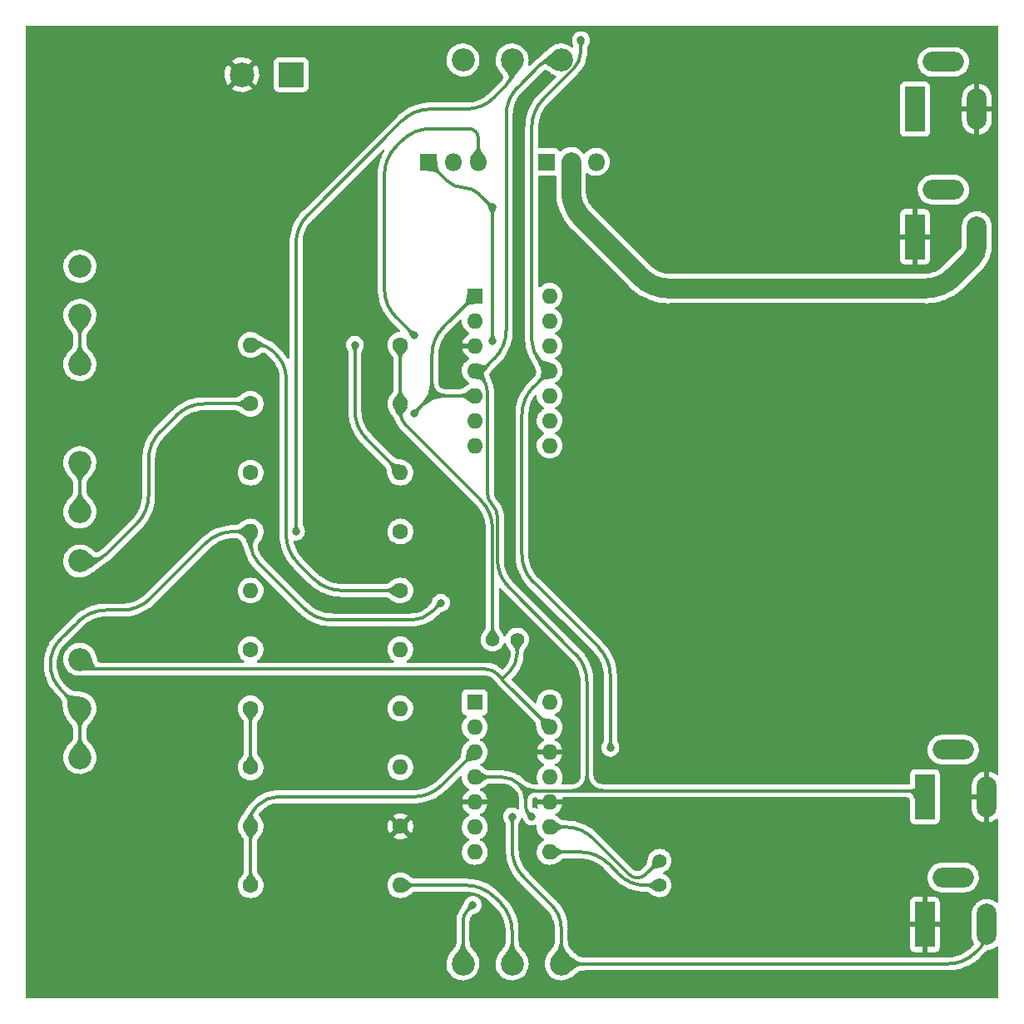
<source format=gbr>
G04 #@! TF.GenerationSoftware,KiCad,Pcbnew,(6.0.8)*
G04 #@! TF.CreationDate,2022-11-06T18:51:42+02:00*
G04 #@! TF.ProjectId,PIDController - Copy,50494443-6f6e-4747-926f-6c6c6572202d,rev?*
G04 #@! TF.SameCoordinates,Original*
G04 #@! TF.FileFunction,Copper,L1,Top*
G04 #@! TF.FilePolarity,Positive*
%FSLAX46Y46*%
G04 Gerber Fmt 4.6, Leading zero omitted, Abs format (unit mm)*
G04 Created by KiCad (PCBNEW (6.0.8)) date 2022-11-06 18:51:42*
%MOMM*%
%LPD*%
G01*
G04 APERTURE LIST*
G04 #@! TA.AperFunction,NonConductor*
%ADD10C,0.200000*%
G04 #@! TD*
G04 #@! TA.AperFunction,ComponentPad*
%ADD11C,1.600000*%
G04 #@! TD*
G04 #@! TA.AperFunction,ComponentPad*
%ADD12O,1.600000X1.600000*%
G04 #@! TD*
G04 #@! TA.AperFunction,ComponentPad*
%ADD13R,2.000000X4.600000*%
G04 #@! TD*
G04 #@! TA.AperFunction,ComponentPad*
%ADD14O,2.000000X4.200000*%
G04 #@! TD*
G04 #@! TA.AperFunction,ComponentPad*
%ADD15O,4.200000X2.000000*%
G04 #@! TD*
G04 #@! TA.AperFunction,ComponentPad*
%ADD16C,2.340000*%
G04 #@! TD*
G04 #@! TA.AperFunction,ComponentPad*
%ADD17R,2.500000X2.500000*%
G04 #@! TD*
G04 #@! TA.AperFunction,ComponentPad*
%ADD18C,2.500000*%
G04 #@! TD*
G04 #@! TA.AperFunction,ComponentPad*
%ADD19C,1.400000*%
G04 #@! TD*
G04 #@! TA.AperFunction,ComponentPad*
%ADD20R,1.600000X1.600000*%
G04 #@! TD*
G04 #@! TA.AperFunction,ComponentPad*
%ADD21R,1.800000X1.800000*%
G04 #@! TD*
G04 #@! TA.AperFunction,ComponentPad*
%ADD22O,1.800000X1.800000*%
G04 #@! TD*
G04 #@! TA.AperFunction,ViaPad*
%ADD23C,0.800000*%
G04 #@! TD*
G04 #@! TA.AperFunction,ViaPad*
%ADD24C,1.600000*%
G04 #@! TD*
G04 #@! TA.AperFunction,Conductor*
%ADD25C,0.300000*%
G04 #@! TD*
G04 #@! TA.AperFunction,Conductor*
%ADD26C,2.000000*%
G04 #@! TD*
G04 APERTURE END LIST*
D10*
G36*
X75600000Y-95400000D02*
G01*
X74400000Y-95400000D01*
X73800000Y-95200000D01*
X74400000Y-94800000D01*
X74600000Y-94400000D01*
X75600000Y-95400000D01*
G37*
X75600000Y-95400000D02*
X74400000Y-95400000D01*
X73800000Y-95200000D01*
X74400000Y-94800000D01*
X74600000Y-94400000D01*
X75600000Y-95400000D01*
G36*
X68800000Y-95400000D02*
G01*
X68400000Y-96000000D01*
X68200000Y-95200000D01*
X68800000Y-95400000D01*
G37*
X68800000Y-95400000D02*
X68400000Y-96000000D01*
X68200000Y-95200000D01*
X68800000Y-95400000D01*
G36*
X59600000Y-55000000D02*
G01*
X59000000Y-55400000D01*
X58400000Y-55600000D01*
X58600000Y-55200000D01*
X58800000Y-54400000D01*
X59600000Y-55000000D01*
G37*
X59600000Y-55000000D02*
X59000000Y-55400000D01*
X58400000Y-55600000D01*
X58600000Y-55200000D01*
X58800000Y-54400000D01*
X59600000Y-55000000D01*
D11*
G04 #@! TO.P,R5,1*
G04 #@! TO.N,Net-(R5-Pad1)*
X40380000Y-56000000D03*
D12*
G04 #@! TO.P,R5,2*
G04 #@! TO.N,Net-(C1-Pad1)*
X55620000Y-56000000D03*
G04 #@! TD*
D13*
G04 #@! TO.P,J2,1*
G04 #@! TO.N,GND*
X109000000Y-109000000D03*
D14*
G04 #@! TO.P,J2,2*
G04 #@! TO.N,-12V*
X115300000Y-109000000D03*
D15*
G04 #@! TO.P,J2,3*
G04 #@! TO.N,N/C*
X111900000Y-104200000D03*
G04 #@! TD*
D16*
G04 #@! TO.P,RV4,1,1*
G04 #@! TO.N,Net-(R6-Pad2)*
X23000000Y-42000000D03*
G04 #@! TO.P,RV4,2,2*
G04 #@! TO.N,Net-(R7-Pad2)*
X23000000Y-47000000D03*
G04 #@! TO.P,RV4,3,3*
X23000000Y-52000000D03*
G04 #@! TD*
D11*
G04 #@! TO.P,R1,1*
G04 #@! TO.N,Net-(R1-Pad1)*
X40380000Y-105000000D03*
D12*
G04 #@! TO.P,R1,2*
G04 #@! TO.N,InputSignal*
X55620000Y-105000000D03*
G04 #@! TD*
D13*
G04 #@! TO.P,J1,1*
G04 #@! TO.N,+12V*
X109000000Y-96000000D03*
D14*
G04 #@! TO.P,J1,2*
G04 #@! TO.N,GND*
X115300000Y-96000000D03*
D15*
G04 #@! TO.P,J1,3*
G04 #@! TO.N,N/C*
X111900000Y-91200000D03*
G04 #@! TD*
D16*
G04 #@! TO.P,RV3,1,1*
G04 #@! TO.N,Net-(C2-Pad1)*
X23000000Y-62000000D03*
G04 #@! TO.P,RV3,2,2*
X23000000Y-67000000D03*
G04 #@! TO.P,RV3,3,3*
G04 #@! TO.N,Net-(R5-Pad1)*
X23000000Y-72000000D03*
G04 #@! TD*
D11*
G04 #@! TO.P,R3,1*
G04 #@! TO.N,GND*
X55620000Y-99000000D03*
D12*
G04 #@! TO.P,R3,2*
G04 #@! TO.N,Net-(R1-Pad1)*
X40380000Y-99000000D03*
G04 #@! TD*
D13*
G04 #@! TO.P,J4,1*
G04 #@! TO.N,Net-(J4-Pad1)*
X108000000Y-26000000D03*
D14*
G04 #@! TO.P,J4,2*
G04 #@! TO.N,GND*
X114300000Y-26000000D03*
D15*
G04 #@! TO.P,J4,3*
G04 #@! TO.N,N/C*
X110900000Y-21200000D03*
G04 #@! TD*
D13*
G04 #@! TO.P,J5,1*
G04 #@! TO.N,GND*
X108000000Y-39000000D03*
D14*
G04 #@! TO.P,J5,2*
G04 #@! TO.N,Net-(J5-Pad2)*
X114300000Y-39000000D03*
D15*
G04 #@! TO.P,J5,3*
G04 #@! TO.N,N/C*
X110900000Y-34200000D03*
G04 #@! TD*
D11*
G04 #@! TO.P,R6,1*
G04 #@! TO.N,Net-(C1-Pad1)*
X40380000Y-81000000D03*
D12*
G04 #@! TO.P,R6,2*
G04 #@! TO.N,Net-(R6-Pad2)*
X55620000Y-81000000D03*
G04 #@! TD*
D17*
G04 #@! TO.P,M1,1,+*
G04 #@! TO.N,MotorInput*
X44500000Y-22500000D03*
D18*
G04 #@! TO.P,M1,2,-*
G04 #@! TO.N,GND*
X39500000Y-22500000D03*
G04 #@! TD*
D16*
G04 #@! TO.P,RV5,1,1*
G04 #@! TO.N,Net-(C1-Pad2)*
X23000000Y-82000000D03*
G04 #@! TO.P,RV5,2,2*
G04 #@! TO.N,Net-(R9-Pad2)*
X23000000Y-87000000D03*
G04 #@! TO.P,RV5,3,3*
X23000000Y-92000000D03*
G04 #@! TD*
D11*
G04 #@! TO.P,R10,1*
G04 #@! TO.N,Net-(R10-Pad1)*
X40380000Y-63000000D03*
D12*
G04 #@! TO.P,R10,2*
G04 #@! TO.N,Net-(R10-Pad2)*
X55620000Y-63000000D03*
G04 #@! TD*
D19*
G04 #@! TO.P,C2,1*
G04 #@! TO.N,Net-(C2-Pad1)*
X82000000Y-102500000D03*
G04 #@! TO.P,C2,2*
G04 #@! TO.N,Net-(C2-Pad2)*
X82000000Y-105000000D03*
G04 #@! TD*
D16*
G04 #@! TO.P,RV1,1,1*
G04 #@! TO.N,+12V*
X62000000Y-113000000D03*
G04 #@! TO.P,RV1,2,2*
G04 #@! TO.N,InputSignal*
X67000000Y-113000000D03*
G04 #@! TO.P,RV1,3,3*
G04 #@! TO.N,-12V*
X72000000Y-113000000D03*
G04 #@! TD*
D20*
G04 #@! TO.P,U2,1*
G04 #@! TO.N,Net-(R10-Pad1)*
X63200000Y-45000000D03*
D12*
G04 #@! TO.P,U2,2,-*
G04 #@! TO.N,Net-(R10-Pad2)*
X63200000Y-47540000D03*
G04 #@! TO.P,U2,3,+*
G04 #@! TO.N,GND*
X63200000Y-50080000D03*
G04 #@! TO.P,U2,4,V+*
G04 #@! TO.N,+12V*
X63200000Y-52620000D03*
G04 #@! TO.P,U2,5,+*
G04 #@! TO.N,Net-(R10-Pad1)*
X63200000Y-55160000D03*
G04 #@! TO.P,U2,6,-*
G04 #@! TO.N,MotorInput*
X63200000Y-57700000D03*
G04 #@! TO.P,U2,7*
G04 #@! TO.N,Net-(Q1-Pad3)*
X63200000Y-60240000D03*
G04 #@! TO.P,U2,8*
G04 #@! TO.N,unconnected-(U2-Pad8)*
X70820000Y-60240000D03*
G04 #@! TO.P,U2,9,-*
G04 #@! TO.N,unconnected-(U2-Pad9)*
X70820000Y-57700000D03*
G04 #@! TO.P,U2,10,+*
G04 #@! TO.N,unconnected-(U2-Pad10)*
X70820000Y-55160000D03*
G04 #@! TO.P,U2,11,V-*
G04 #@! TO.N,-12V*
X70820000Y-52620000D03*
G04 #@! TO.P,U2,12,+*
G04 #@! TO.N,unconnected-(U2-Pad12)*
X70820000Y-50080000D03*
G04 #@! TO.P,U2,13,-*
G04 #@! TO.N,unconnected-(U2-Pad13)*
X70820000Y-47540000D03*
G04 #@! TO.P,U2,14*
G04 #@! TO.N,unconnected-(U2-Pad14)*
X70820000Y-45000000D03*
G04 #@! TD*
D11*
G04 #@! TO.P,R9,1*
G04 #@! TO.N,Net-(R10-Pad2)*
X55620000Y-69000000D03*
D12*
G04 #@! TO.P,R9,2*
G04 #@! TO.N,Net-(R9-Pad2)*
X40380000Y-69000000D03*
G04 #@! TD*
D11*
G04 #@! TO.P,R7,1*
G04 #@! TO.N,Net-(R10-Pad2)*
X40380000Y-87000000D03*
D12*
G04 #@! TO.P,R7,2*
G04 #@! TO.N,Net-(R7-Pad2)*
X55620000Y-87000000D03*
G04 #@! TD*
D21*
G04 #@! TO.P,Q2,1,E*
G04 #@! TO.N,MotorInput*
X70460000Y-31375000D03*
D22*
G04 #@! TO.P,Q2,2,C*
G04 #@! TO.N,Net-(J5-Pad2)*
X73000000Y-31375000D03*
G04 #@! TO.P,Q2,3,B*
G04 #@! TO.N,Net-(Q1-Pad3)*
X75540000Y-31375000D03*
G04 #@! TD*
D11*
G04 #@! TO.P,R8,1*
G04 #@! TO.N,Net-(R10-Pad2)*
X40380000Y-93000000D03*
D12*
G04 #@! TO.P,R8,2*
G04 #@! TO.N,Net-(C2-Pad2)*
X55620000Y-93000000D03*
G04 #@! TD*
D11*
G04 #@! TO.P,R4,1*
G04 #@! TO.N,Net-(C1-Pad1)*
X55620000Y-50000000D03*
D12*
G04 #@! TO.P,R4,2*
G04 #@! TO.N,Net-(R2-Pad1)*
X40380000Y-50000000D03*
G04 #@! TD*
D11*
G04 #@! TO.P,R2,1*
G04 #@! TO.N,Net-(R2-Pad1)*
X55620000Y-75000000D03*
D12*
G04 #@! TO.P,R2,2*
G04 #@! TO.N,FeedbackSignal*
X40380000Y-75000000D03*
G04 #@! TD*
D21*
G04 #@! TO.P,Q1,1,E*
G04 #@! TO.N,MotorInput*
X58460000Y-31375000D03*
D22*
G04 #@! TO.P,Q1,2,C*
G04 #@! TO.N,Net-(J4-Pad1)*
X61000000Y-31375000D03*
G04 #@! TO.P,Q1,3,B*
G04 #@! TO.N,Net-(Q1-Pad3)*
X63540000Y-31375000D03*
G04 #@! TD*
D16*
G04 #@! TO.P,RV2,1,1*
G04 #@! TO.N,+12V*
X72000000Y-21000000D03*
G04 #@! TO.P,RV2,2,2*
G04 #@! TO.N,FeedbackSignal*
X67000000Y-21000000D03*
G04 #@! TO.P,RV2,3,3*
G04 #@! TO.N,-12V*
X62000000Y-21000000D03*
G04 #@! TD*
D20*
G04 #@! TO.P,U1,1*
G04 #@! TO.N,Net-(C1-Pad1)*
X63200000Y-86375000D03*
D12*
G04 #@! TO.P,U1,2,-*
G04 #@! TO.N,Net-(R2-Pad1)*
X63200000Y-88915000D03*
G04 #@! TO.P,U1,3,+*
G04 #@! TO.N,Net-(R1-Pad1)*
X63200000Y-91455000D03*
G04 #@! TO.P,U1,4,V+*
G04 #@! TO.N,+12V*
X63200000Y-93995000D03*
G04 #@! TO.P,U1,5,+*
G04 #@! TO.N,GND*
X63200000Y-96535000D03*
G04 #@! TO.P,U1,6,-*
G04 #@! TO.N,Net-(R6-Pad2)*
X63200000Y-99075000D03*
G04 #@! TO.P,U1,7*
G04 #@! TO.N,Net-(R7-Pad2)*
X63200000Y-101615000D03*
G04 #@! TO.P,U1,8*
G04 #@! TO.N,Net-(C2-Pad2)*
X70820000Y-101615000D03*
G04 #@! TO.P,U1,9,-*
G04 #@! TO.N,Net-(C2-Pad1)*
X70820000Y-99075000D03*
G04 #@! TO.P,U1,10,+*
G04 #@! TO.N,GND*
X70820000Y-96535000D03*
G04 #@! TO.P,U1,11,V-*
G04 #@! TO.N,-12V*
X70820000Y-93995000D03*
G04 #@! TO.P,U1,12,+*
G04 #@! TO.N,GND*
X70820000Y-91455000D03*
G04 #@! TO.P,U1,13,-*
G04 #@! TO.N,Net-(C1-Pad2)*
X70820000Y-88915000D03*
G04 #@! TO.P,U1,14*
G04 #@! TO.N,Net-(R9-Pad2)*
X70820000Y-86375000D03*
G04 #@! TD*
D19*
G04 #@! TO.P,C1,1*
G04 #@! TO.N,Net-(C1-Pad1)*
X65000000Y-80000000D03*
G04 #@! TO.P,C1,2*
G04 #@! TO.N,Net-(C1-Pad2)*
X67500000Y-80000000D03*
G04 #@! TD*
D23*
G04 #@! TO.N,+12V*
X69000000Y-98000000D03*
X63000000Y-107000000D03*
D24*
G04 #@! TO.N,GND*
X87000000Y-47000000D03*
X92000000Y-22000000D03*
X57000000Y-102000000D03*
X82000000Y-37000000D03*
X87000000Y-97000000D03*
X22000000Y-97000000D03*
X112000000Y-97000000D03*
X22000000Y-27000000D03*
X42000000Y-27000000D03*
X97000000Y-102000000D03*
X92000000Y-102000000D03*
X92000000Y-92000000D03*
X32000000Y-37000000D03*
X87000000Y-22000000D03*
X37000000Y-47000000D03*
X97000000Y-97000000D03*
X32000000Y-112000000D03*
X42000000Y-42000000D03*
X72000000Y-72000000D03*
X92000000Y-52000000D03*
X107000000Y-52000000D03*
X52000000Y-112000000D03*
X22000000Y-32000000D03*
X87000000Y-102000000D03*
X97000000Y-37000000D03*
X27000000Y-107000000D03*
X102000000Y-37000000D03*
X22000000Y-107000000D03*
X87000000Y-107000000D03*
X92000000Y-107000000D03*
X22000000Y-102000000D03*
X37000000Y-97000000D03*
X47000000Y-62000000D03*
X92000000Y-97000000D03*
X42000000Y-32000000D03*
X87000000Y-82000000D03*
X47000000Y-27000000D03*
X27000000Y-37000000D03*
X32000000Y-52000000D03*
X27000000Y-62000000D03*
X102000000Y-102000000D03*
X47000000Y-57000000D03*
X57000000Y-22000000D03*
X97000000Y-32000000D03*
X47000000Y-107000000D03*
X27000000Y-22000000D03*
X47000000Y-87000000D03*
X102000000Y-97000000D03*
X77000000Y-47000000D03*
X42000000Y-37000000D03*
X22000000Y-37000000D03*
X62000000Y-72000000D03*
X107000000Y-87000000D03*
X62000000Y-67000000D03*
X42000000Y-47000000D03*
X47000000Y-112000000D03*
X102000000Y-22000000D03*
X107000000Y-77000000D03*
X87000000Y-87000000D03*
X27000000Y-32000000D03*
X82000000Y-32000000D03*
X82000000Y-97000000D03*
X32000000Y-27000000D03*
X97000000Y-92000000D03*
X37000000Y-77000000D03*
X52000000Y-67000000D03*
X42000000Y-102000000D03*
X87000000Y-32000000D03*
X52000000Y-47000000D03*
X47000000Y-67000000D03*
X107000000Y-57000000D03*
X107000000Y-102000000D03*
X87000000Y-27000000D03*
X107000000Y-82000000D03*
X27000000Y-67000000D03*
X27000000Y-92000000D03*
X92000000Y-47000000D03*
X102000000Y-92000000D03*
X32000000Y-22000000D03*
X112000000Y-107000000D03*
X77000000Y-27000000D03*
X37000000Y-62000000D03*
X107000000Y-92000000D03*
X37000000Y-42000000D03*
X102000000Y-47000000D03*
X87000000Y-52000000D03*
X47000000Y-47000000D03*
X32000000Y-107000000D03*
X97000000Y-47000000D03*
X37000000Y-87000000D03*
X27000000Y-87000000D03*
X87000000Y-92000000D03*
X102000000Y-107000000D03*
X102000000Y-52000000D03*
X92000000Y-87000000D03*
X37000000Y-67000000D03*
X52000000Y-87000000D03*
X22000000Y-57000000D03*
X102000000Y-32000000D03*
X107000000Y-47000000D03*
X92000000Y-27000000D03*
X82000000Y-87000000D03*
X77000000Y-52000000D03*
X42000000Y-112000000D03*
X92000000Y-37000000D03*
X27000000Y-112000000D03*
X82000000Y-22000000D03*
X82000000Y-27000000D03*
X67000000Y-52000000D03*
X97000000Y-22000000D03*
X57000000Y-112000000D03*
X32000000Y-32000000D03*
X37000000Y-37000000D03*
X82000000Y-92000000D03*
X37000000Y-112000000D03*
X47000000Y-42000000D03*
X52000000Y-102000000D03*
X77000000Y-22000000D03*
X37000000Y-72000000D03*
X107000000Y-22000000D03*
X27000000Y-47000000D03*
X27000000Y-97000000D03*
X37000000Y-107000000D03*
X97000000Y-87000000D03*
X47000000Y-32000000D03*
X52000000Y-92000000D03*
X102000000Y-87000000D03*
X32000000Y-97000000D03*
X32000000Y-92000000D03*
X77000000Y-97000000D03*
X82000000Y-82000000D03*
X72000000Y-27000000D03*
X32000000Y-42000000D03*
X82000000Y-52000000D03*
X107000000Y-32000000D03*
X47000000Y-92000000D03*
X37000000Y-102000000D03*
X52000000Y-37000000D03*
X72000000Y-67000000D03*
X97000000Y-107000000D03*
X37000000Y-32000000D03*
X97000000Y-52000000D03*
X27000000Y-52000000D03*
X52000000Y-42000000D03*
X37000000Y-27000000D03*
X97000000Y-82000000D03*
X32000000Y-102000000D03*
X92000000Y-82000000D03*
X102000000Y-82000000D03*
X27000000Y-27000000D03*
X82000000Y-47000000D03*
X27000000Y-102000000D03*
D23*
G04 #@! TO.N,-12V*
X74000000Y-19000000D03*
X77000000Y-91000000D03*
X67000000Y-98000000D03*
G04 #@! TO.N,MotorInput*
X65000000Y-36000000D03*
X65000500Y-49580023D03*
G04 #@! TO.N,Net-(Q1-Pad3)*
X57000000Y-49000000D03*
G04 #@! TO.N,FeedbackSignal*
X45000000Y-69000000D03*
G04 #@! TO.N,Net-(R10-Pad2)*
X51000000Y-50000000D03*
G04 #@! TO.N,Net-(R9-Pad2)*
X59750000Y-76250000D03*
G04 #@! TO.N,Net-(R10-Pad1)*
X57000000Y-57000000D03*
G04 #@! TD*
D25*
G04 #@! TO.N,Net-(C1-Pad1)*
X55620000Y-56810000D02*
X55620000Y-56000000D01*
X63804655Y-65804655D02*
X56192756Y-58192756D01*
X55620000Y-56000000D02*
X55620000Y-50000000D01*
X65000000Y-68690472D02*
X65000000Y-80000000D01*
X65000008Y-68690472D02*
G75*
G03*
X63804655Y-65804655I-4081208J-28D01*
G01*
X56192759Y-58192753D02*
G75*
G02*
X55620000Y-56810000I1382741J1382753D01*
G01*
G04 #@! TO.N,Net-(C1-Pad2)*
X65966412Y-83966412D02*
X65500000Y-83500000D01*
X66033587Y-83966412D02*
X66750000Y-83250000D01*
X66033587Y-84128587D02*
X70820000Y-88915000D01*
X23500000Y-82500000D02*
X23000000Y-82000000D01*
X67500000Y-81439339D02*
X67500000Y-80000000D01*
X24707106Y-83000000D02*
X64292893Y-83000000D01*
X66000007Y-84047500D02*
G75*
G02*
X66033587Y-83966412I114693J0D01*
G01*
X64292893Y-83000003D02*
G75*
G02*
X65500000Y-83500000I7J-1707097D01*
G01*
X66033587Y-83966412D02*
G75*
G02*
X65966412Y-83966412I-33587J33589D01*
G01*
X24707106Y-82999997D02*
G75*
G02*
X23500000Y-82500000I-6J1707097D01*
G01*
X66749988Y-83249988D02*
G75*
G03*
X67500000Y-81439339I-1810688J1810688D01*
G01*
X65966417Y-83966407D02*
G75*
G02*
X66000000Y-84047500I-81117J-81093D01*
G01*
X66033582Y-84128592D02*
G75*
G02*
X66000000Y-84047500I81118J81092D01*
G01*
G04 #@! TO.N,Net-(C2-Pad1)*
X72447500Y-99075000D02*
X70820000Y-99075000D01*
X78896446Y-103896446D02*
X75225816Y-100225816D01*
X23000000Y-62000000D02*
X23000000Y-67000000D01*
X80603553Y-103896446D02*
X82000000Y-102500000D01*
X72447500Y-99074991D02*
G75*
G02*
X75225816Y-100225816I0J-3929109D01*
G01*
X79750000Y-104250001D02*
G75*
G02*
X78896447Y-103896445I0J1207101D01*
G01*
X79750000Y-104250001D02*
G75*
G03*
X80603553Y-103896446I0J1207101D01*
G01*
G04 #@! TO.N,Net-(C2-Pad2)*
X77939339Y-103939339D02*
X76810344Y-102810344D01*
X73924527Y-101615000D02*
X70820000Y-101615000D01*
X80500000Y-105000000D02*
X82000000Y-105000000D01*
X73924527Y-101614992D02*
G75*
G02*
X76810344Y-102810344I-27J-4081208D01*
G01*
X80500000Y-105000005D02*
G75*
G02*
X77939340Y-103939338I0J3621305D01*
G01*
G04 #@! TO.N,+12V*
X68385000Y-96950129D02*
X68385000Y-96367878D01*
X73115001Y-95385000D02*
X69367878Y-95385000D01*
X65204655Y-51395344D02*
X64255771Y-52344228D01*
X63850000Y-53270000D02*
X63475771Y-52895771D01*
X66012121Y-93995000D02*
X63200000Y-93995000D01*
X62000000Y-108707106D02*
X62000000Y-113000000D01*
X108692500Y-95692500D02*
X109000000Y-96000000D01*
X76372358Y-95385000D02*
X107950129Y-95385000D01*
X67595344Y-23750026D02*
X69760371Y-21584999D01*
X64500000Y-54839238D02*
X64500000Y-65085787D01*
X66695344Y-74695344D02*
X73419655Y-81419655D01*
X74615000Y-93885001D02*
X74615000Y-84305472D01*
X76372358Y-95385000D02*
X73115001Y-95385000D01*
X65500000Y-71809527D02*
X65500000Y-67500000D01*
X63000000Y-107000000D02*
X62500000Y-107500000D01*
X71172685Y-21000000D02*
X72000000Y-21000000D01*
X69000000Y-98000000D02*
X68692500Y-97692500D01*
X66400000Y-26635843D02*
X66400000Y-48509527D01*
X68692509Y-97692491D02*
G75*
G02*
X68385000Y-96950129I742391J742391D01*
G01*
X66400042Y-26635843D02*
G75*
G02*
X67595345Y-23750027I4081158J43D01*
G01*
X64999995Y-66292899D02*
G75*
G02*
X64500000Y-65085787I1207105J1207099D01*
G01*
X66012121Y-93994992D02*
G75*
G02*
X67689999Y-94690001I-21J-2372908D01*
G01*
X67689994Y-94690006D02*
G75*
G02*
X68385000Y-96367878I-1677894J-1677894D01*
G01*
X65204650Y-51395339D02*
G75*
G03*
X66400000Y-48509527I-2885850J2885839D01*
G01*
X63475823Y-52895719D02*
G75*
G02*
X63590000Y-52620000I114177J114219D01*
G01*
X64499983Y-54839238D02*
G75*
G03*
X63849999Y-53270001I-2219183J38D01*
G01*
X74615008Y-84305472D02*
G75*
G03*
X73419655Y-81419655I-4081208J-28D01*
G01*
X62000003Y-108707106D02*
G75*
G02*
X62500000Y-107500000I1707097J6D01*
G01*
X74615000Y-93885001D02*
G75*
G02*
X73115001Y-95385000I-1500000J1D01*
G01*
X69760382Y-21585010D02*
G75*
G02*
X71172685Y-21000000I1412318J-1412290D01*
G01*
X68385000Y-96367878D02*
G75*
G02*
X69367878Y-95385000I982900J-22D01*
G01*
X66695350Y-74695338D02*
G75*
G02*
X65500000Y-71809527I2885850J2885838D01*
G01*
X76372359Y-95385015D02*
G75*
G02*
X74615000Y-93885001I-119259J1639715D01*
G01*
X63590000Y-52620011D02*
G75*
G03*
X64255770Y-52344227I0J941511D01*
G01*
X107950129Y-95384988D02*
G75*
G02*
X108692500Y-95692500I-29J-1049912D01*
G01*
X65500001Y-67500000D02*
G75*
G03*
X65000000Y-66292894I-1707101J0D01*
G01*
X69367878Y-95385008D02*
G75*
G02*
X67690001Y-94689999I22J2372908D01*
G01*
G04 #@! TO.N,GND*
X110109188Y-109000000D02*
X109000000Y-109000000D01*
G04 #@! TO.N,-12V*
X114149999Y-111849999D02*
X114698959Y-111301040D01*
X74000000Y-19000000D02*
X74000000Y-20086348D01*
X111373654Y-113000000D02*
X72000000Y-113000000D01*
X69195344Y-74195344D02*
X75804655Y-80804655D01*
X69000000Y-49513065D02*
X69000000Y-27840077D01*
X68000000Y-71309527D02*
X68000000Y-57130472D01*
X72000000Y-109414213D02*
X72000000Y-113000000D01*
X70195344Y-24954260D02*
X73248164Y-21901440D01*
X69195344Y-54244655D02*
X70820000Y-52620000D01*
X69000000Y-105000000D02*
X68195344Y-104195344D01*
X69910000Y-51710000D02*
X70820000Y-52620000D01*
X67000000Y-98000000D02*
X67000000Y-101309527D01*
X115300000Y-109850000D02*
X115300000Y-109000000D01*
X69000000Y-105000000D02*
X71000000Y-107000000D01*
X77000000Y-91000000D02*
X77000000Y-83690472D01*
X77000008Y-83690472D02*
G75*
G03*
X75804655Y-80804655I-4081208J-28D01*
G01*
X114698963Y-111301044D02*
G75*
G03*
X115300000Y-109850000I-1451063J1451044D01*
G01*
X69909990Y-51710010D02*
G75*
G02*
X69000000Y-49513065I2196910J2196910D01*
G01*
X69195350Y-74195338D02*
G75*
G02*
X68000000Y-71309527I2885850J2885838D01*
G01*
X71999994Y-109414213D02*
G75*
G03*
X71000000Y-107000000I-3414194J13D01*
G01*
X111373654Y-112999979D02*
G75*
G03*
X114149999Y-111849999I46J3926279D01*
G01*
X67999992Y-57130472D02*
G75*
G02*
X69195345Y-54244656I4081208J-28D01*
G01*
X68999995Y-27840077D02*
G75*
G02*
X70195344Y-24954260I4081205J-23D01*
G01*
X73248134Y-21901410D02*
G75*
G03*
X74000000Y-20086348I-1815034J1815110D01*
G01*
X68195350Y-104195338D02*
G75*
G02*
X67000000Y-101309527I2885850J2885838D01*
G01*
G04 #@! TO.N,MotorInput*
X65000500Y-49580023D02*
X65000250Y-49579773D01*
X60407945Y-33322945D02*
X58460000Y-31375000D01*
X65000000Y-36000000D02*
X65000000Y-49579169D01*
X63677054Y-34677054D02*
X65000000Y-36000000D01*
X62042500Y-33999998D02*
G75*
G02*
X63677053Y-34677055I0J-2311602D01*
G01*
X65000246Y-49579777D02*
G75*
G02*
X65000001Y-49579169I554J577D01*
G01*
X62042500Y-34000002D02*
G75*
G02*
X60407946Y-33322944I0J2311602D01*
G01*
D26*
G04 #@! TO.N,Net-(J5-Pad2)*
X114300000Y-39850000D02*
X114300000Y-39000000D01*
X73000000Y-34309527D02*
X73000000Y-31375000D01*
X74195344Y-37195344D02*
X80054655Y-43054655D01*
X109059527Y-44250000D02*
X82940472Y-44250000D01*
X111945344Y-43054655D02*
X113698959Y-41301040D01*
X82940472Y-44250008D02*
G75*
G02*
X80054655Y-43054655I28J4081208D01*
G01*
X113698963Y-41301044D02*
G75*
G03*
X114300000Y-39850000I-1451063J1451044D01*
G01*
X74195350Y-37195338D02*
G75*
G02*
X73000000Y-34309527I2885850J2885838D01*
G01*
X109059527Y-44250007D02*
G75*
G03*
X111945344Y-43054655I-27J4081207D01*
G01*
D25*
G04 #@! TO.N,InputSignal*
X62309527Y-105000000D02*
X55620000Y-105000000D01*
X65195344Y-106195344D02*
X65804655Y-106804655D01*
X67000000Y-109690472D02*
X67000000Y-113000000D01*
X67000008Y-109690472D02*
G75*
G03*
X65804655Y-106804655I-4081208J-28D01*
G01*
X62309527Y-104999992D02*
G75*
G02*
X65195344Y-106195344I-27J-4081208D01*
G01*
G04 #@! TO.N,Net-(Q1-Pad3)*
X57000000Y-49000000D02*
X55195344Y-47195344D01*
X54000000Y-32690472D02*
X54000000Y-44309527D01*
X63540000Y-28921837D02*
X63540000Y-31375000D01*
X55195344Y-29804655D02*
X55804655Y-29195344D01*
X58690472Y-28000000D02*
X62618162Y-28000000D01*
X55804661Y-29195350D02*
G75*
G02*
X58690472Y-28000000I2885839J-2885850D01*
G01*
X62618162Y-28000016D02*
G75*
G02*
X63270000Y-28270000I38J-921784D01*
G01*
X63539984Y-28921837D02*
G75*
G03*
X63270000Y-28270000I-921784J37D01*
G01*
X53999992Y-32690472D02*
G75*
G02*
X55195345Y-29804656I4081208J-28D01*
G01*
X55195350Y-47195338D02*
G75*
G02*
X54000000Y-44309527I2885850J2885838D01*
G01*
G04 #@! TO.N,FeedbackSignal*
X67000000Y-22000000D02*
X67000000Y-21000000D01*
X45000000Y-39690472D02*
X45000000Y-69000000D01*
X46195344Y-36804655D02*
X55804655Y-27195344D01*
X62309527Y-26000000D02*
X58690472Y-26000000D01*
X66292893Y-23707106D02*
X65195344Y-24804655D01*
X55804661Y-27195350D02*
G75*
G02*
X58690472Y-26000000I2885839J-2885850D01*
G01*
X66292891Y-23707104D02*
G75*
G03*
X67000000Y-22000000I-1707091J1707104D01*
G01*
X44999992Y-39690472D02*
G75*
G02*
X46195345Y-36804656I4081208J-28D01*
G01*
X62309527Y-26000007D02*
G75*
G03*
X65195344Y-24804655I-27J4081207D01*
G01*
G04 #@! TO.N,Net-(R5-Pad1)*
X30000000Y-65309527D02*
X30000000Y-61690472D01*
X28804655Y-68195344D02*
X25707106Y-71292893D01*
X35690472Y-56000000D02*
X40380000Y-56000000D01*
X24000000Y-72000000D02*
X23000000Y-72000000D01*
X32804655Y-57195344D02*
X31195344Y-58804655D01*
X24000000Y-72000003D02*
G75*
G03*
X25707106Y-71292893I0J2414203D01*
G01*
X28804653Y-68195342D02*
G75*
G03*
X30000000Y-65309527I-2885823J2885822D01*
G01*
X32804661Y-57195350D02*
G75*
G02*
X35690472Y-56000000I2885839J-2885850D01*
G01*
X29999992Y-61690472D02*
G75*
G02*
X31195345Y-58804656I4081208J-28D01*
G01*
G04 #@! TO.N,Net-(R1-Pad1)*
X41189999Y-96809999D02*
X40867903Y-97132096D01*
X40380000Y-99690000D02*
X40380000Y-105000000D01*
X56964527Y-96000000D02*
X43145512Y-96000000D01*
X59850344Y-94804655D02*
X63200000Y-91455000D01*
X40380000Y-98310000D02*
X40380000Y-99690000D01*
X41189996Y-96809996D02*
G75*
G02*
X43145512Y-96000000I1955504J-1955504D01*
G01*
X40379998Y-98310000D02*
G75*
G02*
X40867904Y-97132097I1665802J0D01*
G01*
X56964527Y-96000007D02*
G75*
G03*
X59850344Y-94804655I-27J4081207D01*
G01*
G04 #@! TO.N,Net-(R2-Pad1)*
X44000000Y-69309527D02*
X44000000Y-53414213D01*
X41190000Y-50000000D02*
X40380000Y-50000000D01*
X49690472Y-75000000D02*
X55620000Y-75000000D01*
X45195344Y-72195344D02*
X46804655Y-73804655D01*
X42572756Y-50572756D02*
X43000000Y-51000000D01*
X49690472Y-75000008D02*
G75*
G02*
X46804655Y-73804655I28J4081208D01*
G01*
X41190000Y-49999997D02*
G75*
G02*
X42572755Y-50572757I0J-1955503D01*
G01*
X45195345Y-72195343D02*
G75*
G02*
X44000000Y-69309527I2885805J2885813D01*
G01*
X43999994Y-53414213D02*
G75*
G03*
X43000000Y-51000000I-3414194J13D01*
G01*
G04 #@! TO.N,Net-(R10-Pad2)*
X52195344Y-59575344D02*
X55620000Y-63000000D01*
X40380000Y-93000000D02*
X40380000Y-87000000D01*
X51000000Y-50000000D02*
X51000000Y-56689527D01*
X52195350Y-59575338D02*
G75*
G02*
X51000000Y-56689527I2885850J2885838D01*
G01*
G04 #@! TO.N,Net-(R7-Pad2)*
X23000000Y-52000000D02*
X23000000Y-47000000D01*
G04 #@! TO.N,Net-(R9-Pad2)*
X45804655Y-76804655D02*
X41221457Y-72221457D01*
X22804655Y-78195344D02*
X21060660Y-79939339D01*
X25690472Y-77000000D02*
X27309527Y-77000000D01*
X59750000Y-76250000D02*
X58875000Y-77125000D01*
X23000000Y-87000000D02*
X21060660Y-85060660D01*
X40380000Y-69000000D02*
X40380000Y-70190000D01*
X35804989Y-70195010D02*
X30195344Y-75804655D01*
X23000000Y-87000000D02*
X23000000Y-92000000D01*
X48690472Y-78000000D02*
X56762563Y-78000000D01*
X40380000Y-69000000D02*
X38690000Y-69000000D01*
X56762563Y-77999955D02*
G75*
G03*
X58875000Y-77125000I37J2987455D01*
G01*
X19999994Y-82500000D02*
G75*
G02*
X21060660Y-79939339I3621306J0D01*
G01*
X41221460Y-72221454D02*
G75*
G02*
X40380000Y-70190000I2031440J2031454D01*
G01*
X35804994Y-70195015D02*
G75*
G02*
X38690000Y-69000000I2885006J-2884985D01*
G01*
X48690472Y-78000008D02*
G75*
G02*
X45804655Y-76804655I28J4081208D01*
G01*
X22804661Y-78195350D02*
G75*
G02*
X25690472Y-77000000I2885839J-2885850D01*
G01*
X21060664Y-85060656D02*
G75*
G02*
X20000000Y-82500000I2560636J2560656D01*
G01*
X27309527Y-77000007D02*
G75*
G03*
X30195344Y-75804655I-27J4081207D01*
G01*
G04 #@! TO.N,Net-(R10-Pad1)*
X57000000Y-57000000D02*
X57920000Y-56080000D01*
X60141076Y-55160000D02*
X63200000Y-55160000D01*
X58840000Y-51050472D02*
X58840000Y-53858923D01*
X60035344Y-48164655D02*
X63200000Y-45000000D01*
X57920007Y-56080007D02*
G75*
G02*
X60141076Y-55160000I2221093J-2221093D01*
G01*
X58839992Y-51050472D02*
G75*
G02*
X60035345Y-48164656I4081208J-28D01*
G01*
X58840009Y-53858923D02*
G75*
G02*
X57919999Y-56079999I-3141109J23D01*
G01*
X60141076Y-55160000D02*
G75*
G02*
X58840000Y-53858923I24J1301100D01*
G01*
G04 #@! TD*
G04 #@! TA.AperFunction,Conductor*
G04 #@! TO.N,Net-(C2-Pad1)*
G36*
X23008433Y-61423769D02*
G01*
X24047045Y-62503799D01*
X24050310Y-62512138D01*
X24048875Y-62517527D01*
X23932723Y-62729720D01*
X23932137Y-62730677D01*
X23808809Y-62912186D01*
X23808295Y-62912887D01*
X23685195Y-63067910D01*
X23684929Y-63068232D01*
X23565796Y-63207727D01*
X23454496Y-63342573D01*
X23354957Y-63483614D01*
X23354780Y-63483948D01*
X23271173Y-63641456D01*
X23271171Y-63641461D01*
X23270958Y-63641862D01*
X23206279Y-63828333D01*
X23164699Y-64054040D01*
X23164679Y-64054421D01*
X23150590Y-64318922D01*
X23146728Y-64327001D01*
X23138907Y-64330000D01*
X22861093Y-64330000D01*
X22852820Y-64326573D01*
X22849410Y-64318922D01*
X22835320Y-64054421D01*
X22835300Y-64054040D01*
X22793720Y-63828333D01*
X22729041Y-63641862D01*
X22728828Y-63641461D01*
X22728826Y-63641456D01*
X22645219Y-63483948D01*
X22645042Y-63483614D01*
X22545503Y-63342573D01*
X22434203Y-63207727D01*
X22315070Y-63068232D01*
X22314804Y-63067910D01*
X22191704Y-62912887D01*
X22191190Y-62912186D01*
X22067862Y-62730677D01*
X22067276Y-62729720D01*
X21951125Y-62517527D01*
X21950159Y-62508624D01*
X21952955Y-62503799D01*
X22991567Y-61423769D01*
X22999771Y-61420181D01*
X23008433Y-61423769D01*
G37*
G04 #@! TD.AperFunction*
G04 #@! TD*
G04 #@! TA.AperFunction,Conductor*
G04 #@! TO.N,MotorInput*
G36*
X64555719Y-35343110D02*
G01*
X64612716Y-35396816D01*
X64671706Y-35444855D01*
X64726202Y-35481751D01*
X64726444Y-35481882D01*
X64726452Y-35481887D01*
X64777724Y-35509675D01*
X64777730Y-35509678D01*
X64777983Y-35509815D01*
X64828827Y-35531357D01*
X64880514Y-35548690D01*
X64934823Y-35564124D01*
X64993506Y-35579965D01*
X64993583Y-35579987D01*
X65043690Y-35594328D01*
X65058226Y-35598489D01*
X65058613Y-35598607D01*
X65123342Y-35619585D01*
X65130156Y-35625395D01*
X65131433Y-35630485D01*
X65141421Y-36141421D01*
X64680339Y-36132407D01*
X64630486Y-36131433D01*
X64622282Y-36127845D01*
X64619585Y-36123342D01*
X64598607Y-36058613D01*
X64598489Y-36058226D01*
X64580004Y-35993645D01*
X64579956Y-35993474D01*
X64564124Y-35934823D01*
X64548726Y-35880642D01*
X64548690Y-35880514D01*
X64531357Y-35828827D01*
X64509815Y-35777983D01*
X64509675Y-35777724D01*
X64481887Y-35726452D01*
X64481882Y-35726444D01*
X64481751Y-35726202D01*
X64444855Y-35671706D01*
X64396816Y-35612716D01*
X64383463Y-35598545D01*
X64343110Y-35555719D01*
X64339930Y-35547347D01*
X64343352Y-35539422D01*
X64539422Y-35343352D01*
X64547695Y-35339925D01*
X64555719Y-35343110D01*
G37*
G04 #@! TD.AperFunction*
G04 #@! TD*
G04 #@! TA.AperFunction,Conductor*
G04 #@! TO.N,Net-(C1-Pad1)*
G36*
X65147092Y-78613427D02*
G01*
X65150507Y-78621169D01*
X65157347Y-78771935D01*
X65178258Y-78905874D01*
X65211033Y-79017862D01*
X65211197Y-79018229D01*
X65253834Y-79113631D01*
X65253838Y-79113639D01*
X65253974Y-79113943D01*
X65305382Y-79200161D01*
X65305505Y-79200335D01*
X65305512Y-79200346D01*
X65363536Y-79282527D01*
X65363587Y-79282597D01*
X65426745Y-79367103D01*
X65426881Y-79367289D01*
X65493243Y-79459825D01*
X65493603Y-79460357D01*
X65561490Y-79566928D01*
X65561938Y-79567694D01*
X65625987Y-79687379D01*
X65626869Y-79696290D01*
X65624104Y-79701009D01*
X65008433Y-80341231D01*
X65000229Y-80344819D01*
X64991567Y-80341231D01*
X64375896Y-79701009D01*
X64372631Y-79692670D01*
X64374013Y-79687379D01*
X64438061Y-79567694D01*
X64438509Y-79566928D01*
X64506396Y-79460357D01*
X64506756Y-79459825D01*
X64573118Y-79367289D01*
X64573254Y-79367103D01*
X64636412Y-79282597D01*
X64636463Y-79282527D01*
X64694487Y-79200346D01*
X64694494Y-79200335D01*
X64694617Y-79200161D01*
X64746025Y-79113943D01*
X64746161Y-79113639D01*
X64746165Y-79113631D01*
X64788802Y-79018229D01*
X64788966Y-79017862D01*
X64821741Y-78905874D01*
X64842652Y-78771935D01*
X64849493Y-78621170D01*
X64853291Y-78613060D01*
X64861181Y-78610000D01*
X65138819Y-78610000D01*
X65147092Y-78613427D01*
G37*
G04 #@! TD.AperFunction*
G04 #@! TD*
G04 #@! TA.AperFunction,Conductor*
G04 #@! TO.N,Net-(R7-Pad2)*
G36*
X23008433Y-46423769D02*
G01*
X24047045Y-47503799D01*
X24050310Y-47512138D01*
X24048875Y-47517527D01*
X23932723Y-47729720D01*
X23932137Y-47730677D01*
X23808809Y-47912186D01*
X23808295Y-47912887D01*
X23685195Y-48067910D01*
X23684929Y-48068232D01*
X23565796Y-48207727D01*
X23454496Y-48342573D01*
X23354957Y-48483614D01*
X23354780Y-48483948D01*
X23271173Y-48641456D01*
X23271171Y-48641461D01*
X23270958Y-48641862D01*
X23206279Y-48828333D01*
X23164699Y-49054040D01*
X23164679Y-49054421D01*
X23150590Y-49318922D01*
X23146728Y-49327001D01*
X23138907Y-49330000D01*
X22861093Y-49330000D01*
X22852820Y-49326573D01*
X22849410Y-49318922D01*
X22835320Y-49054421D01*
X22835300Y-49054040D01*
X22793720Y-48828333D01*
X22729041Y-48641862D01*
X22728828Y-48641461D01*
X22728826Y-48641456D01*
X22645219Y-48483948D01*
X22645042Y-48483614D01*
X22545503Y-48342573D01*
X22434203Y-48207727D01*
X22315070Y-48068232D01*
X22314804Y-48067910D01*
X22191704Y-47912887D01*
X22191190Y-47912186D01*
X22067862Y-47730677D01*
X22067276Y-47729720D01*
X21951125Y-47517527D01*
X21950159Y-47508624D01*
X21952955Y-47503799D01*
X22991567Y-46423769D01*
X22999771Y-46420181D01*
X23008433Y-46423769D01*
G37*
G04 #@! TD.AperFunction*
G04 #@! TD*
G04 #@! TA.AperFunction,Conductor*
G04 #@! TO.N,Net-(R10-Pad2)*
G36*
X40388433Y-86608769D02*
G01*
X41094086Y-87342561D01*
X41097351Y-87350900D01*
X41095953Y-87356219D01*
X41020834Y-87495580D01*
X41020343Y-87496407D01*
X40940668Y-87618923D01*
X40940260Y-87619510D01*
X40861854Y-87725320D01*
X40861679Y-87725551D01*
X40786585Y-87821805D01*
X40717235Y-87915199D01*
X40717227Y-87915210D01*
X40717105Y-87915375D01*
X40655456Y-88013264D01*
X40603781Y-88122571D01*
X40564218Y-88250396D01*
X40538911Y-88403839D01*
X40538896Y-88404160D01*
X40538895Y-88404166D01*
X40530533Y-88578859D01*
X40526714Y-88586959D01*
X40518846Y-88590000D01*
X40241154Y-88590000D01*
X40232881Y-88586573D01*
X40229467Y-88578859D01*
X40221104Y-88404166D01*
X40221103Y-88404160D01*
X40221088Y-88403839D01*
X40195781Y-88250396D01*
X40156218Y-88122571D01*
X40104543Y-88013264D01*
X40042894Y-87915375D01*
X40042772Y-87915210D01*
X40042764Y-87915199D01*
X39973414Y-87821805D01*
X39898320Y-87725551D01*
X39898145Y-87725320D01*
X39819739Y-87619510D01*
X39819331Y-87618923D01*
X39739656Y-87496408D01*
X39739656Y-87496407D01*
X39739652Y-87496400D01*
X39739165Y-87495580D01*
X39664049Y-87356223D01*
X39664048Y-87356221D01*
X39663139Y-87347314D01*
X39665914Y-87342561D01*
X40371567Y-86608769D01*
X40379771Y-86605181D01*
X40388433Y-86608769D01*
G37*
G04 #@! TD.AperFunction*
G04 #@! TD*
G04 #@! TA.AperFunction,Conductor*
G04 #@! TO.N,-12V*
G36*
X72147180Y-110673427D02*
G01*
X72150590Y-110681078D01*
X72164699Y-110945959D01*
X72206279Y-111171666D01*
X72270958Y-111358137D01*
X72271171Y-111358538D01*
X72271173Y-111358543D01*
X72324420Y-111458856D01*
X72354957Y-111516385D01*
X72454496Y-111657426D01*
X72565796Y-111792272D01*
X72565837Y-111792320D01*
X72684929Y-111931767D01*
X72685195Y-111932089D01*
X72808295Y-112087112D01*
X72808793Y-112087791D01*
X72932457Y-112269793D01*
X73053000Y-112490009D01*
X72011208Y-113573345D01*
X72008434Y-113576230D01*
X72000229Y-113579819D01*
X71991567Y-113576231D01*
X71990406Y-113575023D01*
X70964106Y-112507797D01*
X70952955Y-112496201D01*
X70949690Y-112487862D01*
X70951125Y-112482473D01*
X71067276Y-112270279D01*
X71067862Y-112269322D01*
X71075664Y-112257839D01*
X71191193Y-112087809D01*
X71191704Y-112087112D01*
X71314804Y-111932089D01*
X71315070Y-111931767D01*
X71434162Y-111792320D01*
X71434203Y-111792272D01*
X71545503Y-111657426D01*
X71645042Y-111516385D01*
X71675579Y-111458856D01*
X71728826Y-111358543D01*
X71728828Y-111358538D01*
X71729041Y-111358137D01*
X71793720Y-111171666D01*
X71835300Y-110945959D01*
X71849410Y-110681078D01*
X71853272Y-110672998D01*
X71861093Y-110670000D01*
X72138907Y-110670000D01*
X72147180Y-110673427D01*
G37*
G04 #@! TD.AperFunction*
G04 #@! TD*
G04 #@! TA.AperFunction,Conductor*
G04 #@! TO.N,Net-(R9-Pad2)*
G36*
X40388120Y-68608443D02*
G01*
X40576090Y-68803910D01*
X40576098Y-68803918D01*
X40772031Y-69007664D01*
X41092625Y-69341042D01*
X41094137Y-69342614D01*
X41097402Y-69350953D01*
X41096049Y-69356188D01*
X41004954Y-69528570D01*
X41004065Y-69530253D01*
X41003729Y-69530846D01*
X40908309Y-69688434D01*
X40908130Y-69688722D01*
X40816900Y-69829854D01*
X40816875Y-69829893D01*
X40734048Y-69961199D01*
X40733956Y-69961345D01*
X40663358Y-70090094D01*
X40609087Y-70223123D01*
X40608983Y-70223565D01*
X40608982Y-70223568D01*
X40599859Y-70262338D01*
X40575124Y-70367453D01*
X40565449Y-70530106D01*
X40584043Y-70718104D01*
X40584129Y-70718476D01*
X40632390Y-70927645D01*
X40630911Y-70936476D01*
X40624206Y-70941524D01*
X40357608Y-71017741D01*
X40348712Y-71016721D01*
X40343168Y-71009795D01*
X40322175Y-70938470D01*
X40276182Y-70782202D01*
X40256034Y-70718476D01*
X40212851Y-70581900D01*
X40212845Y-70581882D01*
X40212820Y-70581803D01*
X40153906Y-70411320D01*
X40137338Y-70367955D01*
X40097008Y-70262392D01*
X40097002Y-70262376D01*
X40096987Y-70262338D01*
X40039611Y-70126441D01*
X39979323Y-69995214D01*
X39913671Y-69860243D01*
X39840202Y-69713112D01*
X39756463Y-69545406D01*
X39660000Y-69348711D01*
X40373950Y-68606291D01*
X40374998Y-68605833D01*
X40383951Y-68605658D01*
X40388120Y-68608443D01*
G37*
G04 #@! TD.AperFunction*
G04 #@! TD*
G04 #@! TA.AperFunction,Conductor*
G04 #@! TO.N,Net-(R1-Pad1)*
G36*
X40527119Y-103413427D02*
G01*
X40530533Y-103421141D01*
X40538911Y-103596160D01*
X40564218Y-103749603D01*
X40603781Y-103877428D01*
X40655456Y-103986735D01*
X40717105Y-104084624D01*
X40717227Y-104084789D01*
X40717235Y-104084800D01*
X40786575Y-104178180D01*
X40786585Y-104178194D01*
X40861679Y-104274448D01*
X40861854Y-104274679D01*
X40940260Y-104380489D01*
X40940668Y-104381076D01*
X41020343Y-104503591D01*
X41020830Y-104504412D01*
X41095952Y-104643779D01*
X41096861Y-104652686D01*
X41094086Y-104657439D01*
X40388433Y-105391231D01*
X40380229Y-105394819D01*
X40371567Y-105391231D01*
X39665914Y-104657439D01*
X39662649Y-104649100D01*
X39664047Y-104643780D01*
X39739169Y-104504412D01*
X39739656Y-104503591D01*
X39819331Y-104381076D01*
X39819739Y-104380489D01*
X39898145Y-104274679D01*
X39898320Y-104274448D01*
X39973414Y-104178194D01*
X39973424Y-104178180D01*
X40042764Y-104084800D01*
X40042772Y-104084789D01*
X40042894Y-104084624D01*
X40104543Y-103986735D01*
X40156218Y-103877428D01*
X40195781Y-103749603D01*
X40221088Y-103596160D01*
X40229467Y-103421141D01*
X40233286Y-103413041D01*
X40241154Y-103410000D01*
X40518846Y-103410000D01*
X40527119Y-103413427D01*
G37*
G04 #@! TD.AperFunction*
G04 #@! TD*
G04 #@! TA.AperFunction,Conductor*
G04 #@! TO.N,+12V*
G36*
X108999821Y-95003434D02*
G01*
X109002834Y-95008070D01*
X109186768Y-95531781D01*
X109301617Y-95858787D01*
X109432518Y-96231500D01*
X109432026Y-96240441D01*
X109425356Y-96246416D01*
X109424461Y-96246691D01*
X108189367Y-96571657D01*
X108180495Y-96570448D01*
X108176472Y-96566547D01*
X108164579Y-96547536D01*
X108083671Y-96418194D01*
X108083189Y-96417346D01*
X108005314Y-96265371D01*
X108005073Y-96264870D01*
X107938869Y-96119002D01*
X107938868Y-96119001D01*
X107876956Y-95982553D01*
X107876955Y-95982550D01*
X107876896Y-95982421D01*
X107811746Y-95858458D01*
X107735885Y-95750172D01*
X107735463Y-95749771D01*
X107735461Y-95749768D01*
X107642304Y-95661121D01*
X107641782Y-95660624D01*
X107521905Y-95592873D01*
X107521226Y-95592683D01*
X107521224Y-95592682D01*
X107369274Y-95550132D01*
X107369268Y-95550131D01*
X107368722Y-95549978D01*
X107185498Y-95535834D01*
X107177515Y-95531781D01*
X107174700Y-95524169D01*
X107174700Y-95246399D01*
X107178127Y-95238126D01*
X107186095Y-95234703D01*
X107354644Y-95230316D01*
X107427304Y-95228425D01*
X107427310Y-95228425D01*
X107427490Y-95228420D01*
X107427662Y-95228406D01*
X107427672Y-95228405D01*
X107536933Y-95219219D01*
X107639936Y-95210560D01*
X107640076Y-95210540D01*
X107640091Y-95210538D01*
X107777836Y-95190549D01*
X107821311Y-95184240D01*
X107821433Y-95184216D01*
X107821448Y-95184213D01*
X107926679Y-95163137D01*
X107980889Y-95152280D01*
X108127946Y-95117500D01*
X108271581Y-95082762D01*
X108271886Y-95082692D01*
X108421305Y-95050820D01*
X108421905Y-95050709D01*
X108586359Y-95024499D01*
X108587103Y-95024405D01*
X108731713Y-95010791D01*
X108776059Y-95006616D01*
X108776803Y-95006569D01*
X108834287Y-95004877D01*
X108991451Y-95000252D01*
X108999821Y-95003434D01*
G37*
G04 #@! TD.AperFunction*
G04 #@! TD*
G04 #@! TA.AperFunction,Conductor*
G04 #@! TO.N,Net-(R9-Pad2)*
G36*
X23403844Y-86834948D02*
G01*
X24047045Y-87503799D01*
X24050310Y-87512138D01*
X24048875Y-87517527D01*
X23932723Y-87729720D01*
X23932137Y-87730677D01*
X23808809Y-87912186D01*
X23808295Y-87912887D01*
X23685195Y-88067910D01*
X23684929Y-88068232D01*
X23565796Y-88207727D01*
X23454496Y-88342573D01*
X23354957Y-88483614D01*
X23354780Y-88483948D01*
X23271173Y-88641456D01*
X23271171Y-88641461D01*
X23270958Y-88641862D01*
X23206279Y-88828333D01*
X23164699Y-89054040D01*
X23164679Y-89054421D01*
X23150590Y-89318922D01*
X23146728Y-89327001D01*
X23138907Y-89330000D01*
X22861093Y-89330000D01*
X22852820Y-89326573D01*
X22849410Y-89318922D01*
X22835320Y-89054421D01*
X22835300Y-89054040D01*
X22793720Y-88828333D01*
X22729041Y-88641862D01*
X22728828Y-88641461D01*
X22728826Y-88641456D01*
X22645219Y-88483948D01*
X22645042Y-88483614D01*
X22545503Y-88342573D01*
X22434203Y-88207727D01*
X22315070Y-88068232D01*
X22314804Y-88067910D01*
X22191704Y-87912887D01*
X22191190Y-87912186D01*
X22067862Y-87730677D01*
X22067276Y-87729720D01*
X21951125Y-87517527D01*
X21950159Y-87508624D01*
X21952955Y-87503799D01*
X22063380Y-87388971D01*
X22063381Y-87388969D01*
X23000000Y-86415000D01*
X23403844Y-86834948D01*
G37*
G04 #@! TD.AperFunction*
G04 #@! TD*
G04 #@! TA.AperFunction,Conductor*
G04 #@! TO.N,Net-(R5-Pad1)*
G36*
X23478710Y-70933022D02*
G01*
X23677509Y-71036818D01*
X23678636Y-71037489D01*
X23860109Y-71159874D01*
X23860766Y-71160351D01*
X24024393Y-71288081D01*
X24024561Y-71288215D01*
X24176604Y-71411459D01*
X24176667Y-71411506D01*
X24176684Y-71411519D01*
X24323038Y-71520090D01*
X24323044Y-71520094D01*
X24323311Y-71520292D01*
X24471037Y-71604866D01*
X24471604Y-71605051D01*
X24471607Y-71605052D01*
X24625471Y-71655161D01*
X24625474Y-71655162D01*
X24626234Y-71655409D01*
X24627034Y-71655441D01*
X24627035Y-71655441D01*
X24692382Y-71658045D01*
X24795353Y-71662149D01*
X24878963Y-71641483D01*
X24984190Y-71615475D01*
X24984193Y-71615474D01*
X24984844Y-71615313D01*
X25005939Y-71604568D01*
X25191615Y-71509993D01*
X25200542Y-71509291D01*
X25206842Y-71514210D01*
X25299405Y-71662116D01*
X25354175Y-71749632D01*
X25355659Y-71758463D01*
X25350580Y-71765683D01*
X25113626Y-71917837D01*
X24909205Y-72056687D01*
X24737257Y-72180386D01*
X24737197Y-72180431D01*
X24587994Y-72293335D01*
X24451629Y-72399937D01*
X24318435Y-72504545D01*
X24318319Y-72504635D01*
X24178513Y-72611648D01*
X24178364Y-72611760D01*
X24022182Y-72725569D01*
X24021908Y-72725763D01*
X23839519Y-72850809D01*
X23839239Y-72850995D01*
X23627782Y-72987219D01*
X23618972Y-72988818D01*
X23614109Y-72986497D01*
X22612825Y-72180431D01*
X22425372Y-72029525D01*
X22421077Y-72021667D01*
X22423595Y-72013074D01*
X22424295Y-72012281D01*
X22515488Y-71917896D01*
X23247407Y-71160351D01*
X23464881Y-70935263D01*
X23473094Y-70931695D01*
X23478710Y-70933022D01*
G37*
G04 #@! TD.AperFunction*
G04 #@! TD*
G04 #@! TA.AperFunction,Conductor*
G04 #@! TO.N,InputSignal*
G36*
X67147180Y-110673427D02*
G01*
X67150590Y-110681078D01*
X67164699Y-110945959D01*
X67206279Y-111171666D01*
X67270958Y-111358137D01*
X67271171Y-111358538D01*
X67271173Y-111358543D01*
X67324420Y-111458856D01*
X67354957Y-111516385D01*
X67454496Y-111657426D01*
X67565796Y-111792272D01*
X67565837Y-111792320D01*
X67684929Y-111931767D01*
X67685195Y-111932089D01*
X67808295Y-112087112D01*
X67808809Y-112087813D01*
X67932137Y-112269322D01*
X67932723Y-112270279D01*
X68048875Y-112482473D01*
X68049841Y-112491376D01*
X68047045Y-112496201D01*
X67008433Y-113576231D01*
X67000229Y-113579819D01*
X66991567Y-113576231D01*
X65952955Y-112496201D01*
X65949690Y-112487862D01*
X65951125Y-112482473D01*
X66067276Y-112270279D01*
X66067862Y-112269322D01*
X66191190Y-112087813D01*
X66191704Y-112087112D01*
X66314804Y-111932089D01*
X66315070Y-111931767D01*
X66434162Y-111792320D01*
X66434203Y-111792272D01*
X66545503Y-111657426D01*
X66645042Y-111516385D01*
X66675579Y-111458856D01*
X66728826Y-111358543D01*
X66728828Y-111358538D01*
X66729041Y-111358137D01*
X66793720Y-111171666D01*
X66835300Y-110945959D01*
X66849410Y-110681078D01*
X66853272Y-110672998D01*
X66861093Y-110670000D01*
X67138907Y-110670000D01*
X67147180Y-110673427D01*
G37*
G04 #@! TD.AperFunction*
G04 #@! TD*
G04 #@! TA.AperFunction,Conductor*
G04 #@! TO.N,Net-(R10-Pad1)*
G36*
X57460578Y-56343352D02*
G01*
X57656648Y-56539422D01*
X57660075Y-56547695D01*
X57656890Y-56555719D01*
X57634052Y-56579956D01*
X57603183Y-56612716D01*
X57555144Y-56671706D01*
X57518248Y-56726202D01*
X57518117Y-56726444D01*
X57518112Y-56726452D01*
X57490324Y-56777724D01*
X57490184Y-56777983D01*
X57468642Y-56828827D01*
X57451309Y-56880514D01*
X57451273Y-56880642D01*
X57435875Y-56934823D01*
X57420043Y-56993474D01*
X57419995Y-56993645D01*
X57401510Y-57058226D01*
X57401392Y-57058613D01*
X57380415Y-57123342D01*
X57374605Y-57130156D01*
X57369515Y-57131433D01*
X57176260Y-57135211D01*
X56870744Y-57141183D01*
X56862405Y-57137918D01*
X56858817Y-57129256D01*
X56868567Y-56630486D01*
X56872155Y-56622282D01*
X56876658Y-56619585D01*
X56941386Y-56598607D01*
X56941773Y-56598489D01*
X56956309Y-56594328D01*
X57006416Y-56579987D01*
X57006493Y-56579965D01*
X57065176Y-56564124D01*
X57119485Y-56548690D01*
X57171172Y-56531357D01*
X57222016Y-56509815D01*
X57222269Y-56509678D01*
X57222275Y-56509675D01*
X57273547Y-56481887D01*
X57273555Y-56481882D01*
X57273797Y-56481751D01*
X57328293Y-56444855D01*
X57387283Y-56396816D01*
X57444280Y-56343110D01*
X57452653Y-56339930D01*
X57460578Y-56343352D01*
G37*
G04 #@! TD.AperFunction*
G04 #@! TD*
G04 #@! TA.AperFunction,Conductor*
G04 #@! TO.N,GND*
G36*
X116433621Y-17528502D02*
G01*
X116480114Y-17582158D01*
X116491500Y-17634500D01*
X116491500Y-93660599D01*
X116471498Y-93728720D01*
X116417842Y-93775213D01*
X116347568Y-93785317D01*
X116285524Y-93757963D01*
X116167346Y-93660890D01*
X116159064Y-93655134D01*
X115958081Y-93538159D01*
X115948976Y-93533797D01*
X115731885Y-93450463D01*
X115722196Y-93447612D01*
X115571736Y-93416179D01*
X115557675Y-93417302D01*
X115554000Y-93427410D01*
X115554000Y-98570590D01*
X115558136Y-98584676D01*
X115571114Y-98586725D01*
X115588830Y-98584675D01*
X115598727Y-98582715D01*
X115822494Y-98519396D01*
X115831938Y-98515884D01*
X116042705Y-98417601D01*
X116051471Y-98412622D01*
X116243802Y-98281913D01*
X116251677Y-98275581D01*
X116278927Y-98249812D01*
X116342165Y-98217540D01*
X116412811Y-98224580D01*
X116468437Y-98268697D01*
X116491500Y-98341360D01*
X116491500Y-106659950D01*
X116471498Y-106728071D01*
X116417842Y-106774564D01*
X116347568Y-106784668D01*
X116285524Y-106757315D01*
X116244993Y-106724022D01*
X116232975Y-106714151D01*
X116167628Y-106660474D01*
X116167625Y-106660472D01*
X116163722Y-106657266D01*
X115991497Y-106557028D01*
X115958290Y-106537701D01*
X115958288Y-106537700D01*
X115953922Y-106535159D01*
X115819725Y-106483646D01*
X115732022Y-106449980D01*
X115732018Y-106449979D01*
X115727298Y-106448167D01*
X115722348Y-106447133D01*
X115722345Y-106447132D01*
X115494631Y-106399560D01*
X115494627Y-106399560D01*
X115489680Y-106398526D01*
X115247183Y-106387514D01*
X115242163Y-106388095D01*
X115242159Y-106388095D01*
X115011071Y-106414833D01*
X115011067Y-106414834D01*
X115006044Y-106415415D01*
X115001180Y-106416791D01*
X115001177Y-106416792D01*
X114896718Y-106446351D01*
X114772468Y-106481510D01*
X114767892Y-106483644D01*
X114767886Y-106483646D01*
X114557046Y-106581962D01*
X114557042Y-106581964D01*
X114552464Y-106584099D01*
X114351693Y-106720544D01*
X114175319Y-106887332D01*
X114172241Y-106891358D01*
X114172240Y-106891359D01*
X114030953Y-107076154D01*
X114030950Y-107076158D01*
X114027880Y-107080174D01*
X113913169Y-107294109D01*
X113834138Y-107523631D01*
X113831820Y-107537050D01*
X113804726Y-107693914D01*
X113792821Y-107762836D01*
X113791500Y-107791925D01*
X113791500Y-110161001D01*
X113806060Y-110341965D01*
X113863963Y-110577706D01*
X113865938Y-110582358D01*
X113865939Y-110582362D01*
X113896247Y-110653763D01*
X113958812Y-110801156D01*
X114024524Y-110905506D01*
X114043898Y-110973806D01*
X114023269Y-111041740D01*
X114006998Y-111061741D01*
X113720906Y-111347833D01*
X113708515Y-111358701D01*
X113691911Y-111371441D01*
X113691908Y-111371444D01*
X113685887Y-111376064D01*
X113671893Y-111393531D01*
X113658184Y-111408102D01*
X113598616Y-111462091D01*
X113451339Y-111595573D01*
X113441781Y-111603417D01*
X113194148Y-111787074D01*
X113183867Y-111793944D01*
X112919415Y-111952450D01*
X112908509Y-111958279D01*
X112629804Y-112090094D01*
X112618380Y-112094826D01*
X112328090Y-112198691D01*
X112316258Y-112202280D01*
X112283521Y-112210480D01*
X112017179Y-112277193D01*
X112005065Y-112279603D01*
X111700082Y-112324840D01*
X111687790Y-112326050D01*
X111493609Y-112335588D01*
X111416514Y-112339374D01*
X111393887Y-112338448D01*
X111388140Y-112337691D01*
X111388135Y-112337691D01*
X111380608Y-112336700D01*
X111344020Y-112340739D01*
X111330195Y-112341500D01*
X74383116Y-112341500D01*
X74358577Y-112339087D01*
X74350649Y-112337513D01*
X74350648Y-112337513D01*
X74346237Y-112336637D01*
X74341753Y-112336398D01*
X74341752Y-112336398D01*
X74289729Y-112333627D01*
X74122580Y-112324723D01*
X74106466Y-112322818D01*
X73969160Y-112297523D01*
X73950701Y-112292651D01*
X73856782Y-112260075D01*
X73839000Y-112252327D01*
X73760161Y-112210478D01*
X73746595Y-112202137D01*
X73658373Y-112139874D01*
X73650838Y-112134118D01*
X73538719Y-112041577D01*
X73537097Y-112040215D01*
X73401930Y-111924778D01*
X73401907Y-111924759D01*
X73401712Y-111924592D01*
X73395271Y-111919181D01*
X73394949Y-111918915D01*
X73387236Y-111912668D01*
X73232213Y-111789568D01*
X73232221Y-111789558D01*
X73210443Y-111767777D01*
X73210431Y-111767786D01*
X73210350Y-111767684D01*
X73087331Y-111612763D01*
X73087080Y-111612453D01*
X73081272Y-111605282D01*
X73081263Y-111605271D01*
X73081084Y-111605050D01*
X73080818Y-111604728D01*
X73075407Y-111598287D01*
X72959771Y-111462887D01*
X72958447Y-111461309D01*
X72865891Y-111349174D01*
X72862450Y-111344669D01*
X107492001Y-111344669D01*
X107492371Y-111351490D01*
X107497895Y-111402352D01*
X107501521Y-111417604D01*
X107546676Y-111538054D01*
X107555214Y-111553649D01*
X107631715Y-111655724D01*
X107644276Y-111668285D01*
X107746351Y-111744786D01*
X107761946Y-111753324D01*
X107882394Y-111798478D01*
X107897649Y-111802105D01*
X107948514Y-111807631D01*
X107955328Y-111808000D01*
X108727885Y-111808000D01*
X108743124Y-111803525D01*
X108744329Y-111802135D01*
X108746000Y-111794452D01*
X108746000Y-111789884D01*
X109254000Y-111789884D01*
X109258475Y-111805123D01*
X109259865Y-111806328D01*
X109267548Y-111807999D01*
X110044669Y-111807999D01*
X110051490Y-111807629D01*
X110102352Y-111802105D01*
X110117604Y-111798479D01*
X110238054Y-111753324D01*
X110253649Y-111744786D01*
X110355724Y-111668285D01*
X110368285Y-111655724D01*
X110444786Y-111553649D01*
X110453324Y-111538054D01*
X110498478Y-111417606D01*
X110502105Y-111402351D01*
X110507631Y-111351486D01*
X110508000Y-111344672D01*
X110508000Y-109272115D01*
X110503525Y-109256876D01*
X110502135Y-109255671D01*
X110494452Y-109254000D01*
X109272115Y-109254000D01*
X109256876Y-109258475D01*
X109255671Y-109259865D01*
X109254000Y-109267548D01*
X109254000Y-111789884D01*
X108746000Y-111789884D01*
X108746000Y-109272115D01*
X108741525Y-109256876D01*
X108740135Y-109255671D01*
X108732452Y-109254000D01*
X107510116Y-109254000D01*
X107494877Y-109258475D01*
X107493672Y-109259865D01*
X107492001Y-109267548D01*
X107492001Y-111344669D01*
X72862450Y-111344669D01*
X72860120Y-111341619D01*
X72797864Y-111253405D01*
X72789516Y-111239829D01*
X72781787Y-111225269D01*
X72747672Y-111160999D01*
X72739924Y-111143217D01*
X72707348Y-111049298D01*
X72702476Y-111030837D01*
X72701451Y-111025272D01*
X72677181Y-110893533D01*
X72675275Y-110877414D01*
X72671214Y-110801156D01*
X72663363Y-110653765D01*
X72659509Y-110612644D01*
X72659816Y-110612615D01*
X72658500Y-110598433D01*
X72658500Y-109469990D01*
X72659757Y-109452235D01*
X72662611Y-109432186D01*
X72662611Y-109432179D01*
X72663191Y-109428108D01*
X72663336Y-109414216D01*
X72662413Y-109406585D01*
X72661620Y-109396947D01*
X72655971Y-109267548D01*
X72646863Y-109058917D01*
X72642102Y-109022747D01*
X72603283Y-108727885D01*
X107492000Y-108727885D01*
X107496475Y-108743124D01*
X107497865Y-108744329D01*
X107505548Y-108746000D01*
X108727885Y-108746000D01*
X108743124Y-108741525D01*
X108744329Y-108740135D01*
X108746000Y-108732452D01*
X108746000Y-108727885D01*
X109254000Y-108727885D01*
X109258475Y-108743124D01*
X109259865Y-108744329D01*
X109267548Y-108746000D01*
X110489884Y-108746000D01*
X110505123Y-108741525D01*
X110506328Y-108740135D01*
X110507999Y-108732452D01*
X110507999Y-106655331D01*
X110507629Y-106648510D01*
X110502105Y-106597648D01*
X110498479Y-106582396D01*
X110453324Y-106461946D01*
X110444786Y-106446351D01*
X110368285Y-106344276D01*
X110355724Y-106331715D01*
X110253649Y-106255214D01*
X110238054Y-106246676D01*
X110117606Y-106201522D01*
X110102351Y-106197895D01*
X110051486Y-106192369D01*
X110044672Y-106192000D01*
X109272115Y-106192000D01*
X109256876Y-106196475D01*
X109255671Y-106197865D01*
X109254000Y-106205548D01*
X109254000Y-108727885D01*
X108746000Y-108727885D01*
X108746000Y-106210116D01*
X108741525Y-106194877D01*
X108740135Y-106193672D01*
X108732452Y-106192001D01*
X107955331Y-106192001D01*
X107948510Y-106192371D01*
X107897648Y-106197895D01*
X107882396Y-106201521D01*
X107761946Y-106246676D01*
X107746351Y-106255214D01*
X107644276Y-106331715D01*
X107631715Y-106344276D01*
X107555214Y-106446351D01*
X107546676Y-106461946D01*
X107501522Y-106582394D01*
X107497895Y-106597649D01*
X107492369Y-106648514D01*
X107492000Y-106655328D01*
X107492000Y-108727885D01*
X72603283Y-108727885D01*
X72600803Y-108709047D01*
X72600802Y-108709041D01*
X72600444Y-108706322D01*
X72523471Y-108359115D01*
X72522642Y-108356485D01*
X72417358Y-108022566D01*
X72417355Y-108022558D01*
X72416529Y-108019938D01*
X72280434Y-107691372D01*
X72116219Y-107375917D01*
X71925136Y-107075976D01*
X71759226Y-106859757D01*
X71710302Y-106795998D01*
X71710297Y-106795992D01*
X71708638Y-106793830D01*
X71491648Y-106557027D01*
X71483786Y-106547557D01*
X71481250Y-106544179D01*
X71478770Y-106540876D01*
X71475882Y-106537927D01*
X71471934Y-106533896D01*
X71471930Y-106533892D01*
X71469049Y-106530951D01*
X71443346Y-106510797D01*
X71431999Y-106500739D01*
X68697500Y-103766240D01*
X68686634Y-103753849D01*
X68673905Y-103737260D01*
X68673904Y-103737259D01*
X68669280Y-103731233D01*
X68663355Y-103726486D01*
X68663350Y-103726481D01*
X68651862Y-103717278D01*
X68637282Y-103703560D01*
X68439567Y-103485415D01*
X68431723Y-103475857D01*
X68239019Y-103216026D01*
X68232149Y-103205745D01*
X68065828Y-102928255D01*
X68060007Y-102917365D01*
X67921686Y-102624913D01*
X67916959Y-102613498D01*
X67807969Y-102308894D01*
X67804382Y-102297072D01*
X67725770Y-101983244D01*
X67723360Y-101971125D01*
X67712576Y-101898423D01*
X67675891Y-101651123D01*
X67674679Y-101638818D01*
X67660611Y-101352490D01*
X67661537Y-101329862D01*
X67662309Y-101324001D01*
X67662309Y-101323996D01*
X67663300Y-101316469D01*
X67659261Y-101279887D01*
X67658500Y-101266059D01*
X67658500Y-98834130D01*
X67660370Y-98812502D01*
X67662837Y-98798341D01*
X67663610Y-98793906D01*
X67663808Y-98787237D01*
X67665251Y-98738725D01*
X67665849Y-98729651D01*
X67668364Y-98705061D01*
X67669985Y-98694046D01*
X67670718Y-98690241D01*
X67681643Y-98657931D01*
X67687696Y-98645770D01*
X67690438Y-98640570D01*
X67708586Y-98608011D01*
X67709409Y-98606558D01*
X67737412Y-98557848D01*
X67737494Y-98557704D01*
X67737609Y-98557504D01*
X67741426Y-98550747D01*
X67742098Y-98549537D01*
X67773906Y-98492219D01*
X67774077Y-98491911D01*
X67774206Y-98491674D01*
X67774255Y-98491585D01*
X67777917Y-98484856D01*
X67778097Y-98484526D01*
X67778279Y-98484185D01*
X67782617Y-98475875D01*
X67787555Y-98466203D01*
X67811944Y-98418427D01*
X67811946Y-98418423D01*
X67813564Y-98415253D01*
X67817827Y-98403890D01*
X67826677Y-98385154D01*
X67831224Y-98377278D01*
X67831227Y-98377272D01*
X67834527Y-98371556D01*
X67845070Y-98339110D01*
X67867948Y-98268697D01*
X67876795Y-98241469D01*
X67916869Y-98182863D01*
X67982265Y-98155226D01*
X68052222Y-98167333D01*
X68104528Y-98215339D01*
X68115443Y-98238466D01*
X68135232Y-98294533D01*
X68136677Y-98297555D01*
X68136680Y-98297563D01*
X68147922Y-98321078D01*
X68154078Y-98336488D01*
X68163432Y-98365277D01*
X68163435Y-98365283D01*
X68165473Y-98371556D01*
X68168773Y-98377271D01*
X68168773Y-98377272D01*
X68192057Y-98417601D01*
X68260960Y-98536944D01*
X68265378Y-98541851D01*
X68265379Y-98541852D01*
X68345837Y-98631210D01*
X68388747Y-98678866D01*
X68543248Y-98791118D01*
X68549276Y-98793802D01*
X68549278Y-98793803D01*
X68711681Y-98866109D01*
X68717712Y-98868794D01*
X68811112Y-98888647D01*
X68898056Y-98907128D01*
X68898061Y-98907128D01*
X68904513Y-98908500D01*
X69095487Y-98908500D01*
X69101939Y-98907128D01*
X69101944Y-98907128D01*
X69188888Y-98888647D01*
X69282288Y-98868794D01*
X69288321Y-98866108D01*
X69288327Y-98866106D01*
X69338948Y-98843568D01*
X69409315Y-98834133D01*
X69473612Y-98864239D01*
X69511425Y-98924328D01*
X69515718Y-98969655D01*
X69506981Y-99069524D01*
X69506502Y-99075000D01*
X69526457Y-99303087D01*
X69527881Y-99308400D01*
X69527881Y-99308402D01*
X69566909Y-99454053D01*
X69585716Y-99524243D01*
X69588039Y-99529224D01*
X69588039Y-99529225D01*
X69680151Y-99726762D01*
X69680154Y-99726767D01*
X69682477Y-99731749D01*
X69734124Y-99805508D01*
X69810206Y-99914164D01*
X69813802Y-99919300D01*
X69975700Y-100081198D01*
X69980208Y-100084355D01*
X69980211Y-100084357D01*
X70026880Y-100117035D01*
X70163251Y-100212523D01*
X70168233Y-100214846D01*
X70168238Y-100214849D01*
X70202457Y-100230805D01*
X70255742Y-100277722D01*
X70275203Y-100345999D01*
X70254661Y-100413959D01*
X70202457Y-100459195D01*
X70168238Y-100475151D01*
X70168233Y-100475154D01*
X70163251Y-100477477D01*
X70083209Y-100533523D01*
X69980211Y-100605643D01*
X69980208Y-100605645D01*
X69975700Y-100608802D01*
X69813802Y-100770700D01*
X69810645Y-100775208D01*
X69810643Y-100775211D01*
X69792798Y-100800697D01*
X69682477Y-100958251D01*
X69680154Y-100963233D01*
X69680151Y-100963238D01*
X69601759Y-101131353D01*
X69585716Y-101165757D01*
X69584294Y-101171065D01*
X69584293Y-101171067D01*
X69533034Y-101362367D01*
X69526457Y-101386913D01*
X69506502Y-101615000D01*
X69526457Y-101843087D01*
X69527881Y-101848400D01*
X69527881Y-101848402D01*
X69564015Y-101983253D01*
X69585716Y-102064243D01*
X69588039Y-102069224D01*
X69588039Y-102069225D01*
X69680151Y-102266762D01*
X69680154Y-102266767D01*
X69682477Y-102271749D01*
X69734124Y-102345508D01*
X69807111Y-102449744D01*
X69813802Y-102459300D01*
X69975700Y-102621198D01*
X69980208Y-102624355D01*
X69980211Y-102624357D01*
X69981018Y-102624922D01*
X70163251Y-102752523D01*
X70168233Y-102754846D01*
X70168238Y-102754849D01*
X70327993Y-102829343D01*
X70370757Y-102849284D01*
X70376065Y-102850706D01*
X70376067Y-102850707D01*
X70586598Y-102907119D01*
X70586600Y-102907119D01*
X70591913Y-102908543D01*
X70820000Y-102928498D01*
X71048087Y-102908543D01*
X71053400Y-102907119D01*
X71053402Y-102907119D01*
X71263933Y-102850707D01*
X71263935Y-102850706D01*
X71269243Y-102849284D01*
X71375627Y-102799677D01*
X71385479Y-102795582D01*
X71415636Y-102784520D01*
X71419867Y-102782968D01*
X71429791Y-102777619D01*
X71470223Y-102755825D01*
X71473783Y-102753906D01*
X71476221Y-102752769D01*
X71478435Y-102752232D01*
X71478087Y-102751586D01*
X71503056Y-102738127D01*
X71559234Y-102707846D01*
X71577798Y-102697336D01*
X71578618Y-102696849D01*
X71579127Y-102696532D01*
X71579169Y-102696507D01*
X71595771Y-102686184D01*
X71595789Y-102686172D01*
X71596356Y-102685820D01*
X71596936Y-102685443D01*
X71718418Y-102606441D01*
X71718479Y-102606401D01*
X71718872Y-102606145D01*
X71731996Y-102597320D01*
X71732583Y-102596912D01*
X71745230Y-102587834D01*
X71851067Y-102509408D01*
X71856282Y-102505492D01*
X71856466Y-102505352D01*
X71861390Y-102501559D01*
X71951733Y-102431078D01*
X71954067Y-102429302D01*
X71964708Y-102421401D01*
X72021803Y-102379004D01*
X72029774Y-102373546D01*
X72074295Y-102345508D01*
X72087588Y-102338215D01*
X72121081Y-102322381D01*
X72137679Y-102315926D01*
X72160399Y-102308894D01*
X72180409Y-102302701D01*
X72197150Y-102298750D01*
X72270882Y-102286589D01*
X72285344Y-102285055D01*
X72408044Y-102279182D01*
X72422097Y-102278509D01*
X72422100Y-102278509D01*
X72423412Y-102278446D01*
X72452488Y-102275838D01*
X72465966Y-102274629D01*
X72465984Y-102274834D01*
X72480626Y-102273500D01*
X73872861Y-102273500D01*
X73889306Y-102274578D01*
X73894260Y-102275230D01*
X73910048Y-102277309D01*
X73910050Y-102277309D01*
X73917577Y-102278300D01*
X73939882Y-102275838D01*
X73959883Y-102275230D01*
X74139001Y-102284030D01*
X74253822Y-102289671D01*
X74266124Y-102290883D01*
X74586131Y-102338353D01*
X74598245Y-102340762D01*
X74729123Y-102373546D01*
X74912074Y-102419374D01*
X74923891Y-102422958D01*
X75228510Y-102531954D01*
X75239908Y-102536676D01*
X75532362Y-102674998D01*
X75543267Y-102680826D01*
X75820749Y-102847142D01*
X75831030Y-102854012D01*
X76090868Y-103046722D01*
X76100426Y-103054566D01*
X76312841Y-103247086D01*
X76328188Y-103263743D01*
X76336409Y-103274457D01*
X76342333Y-103279203D01*
X76342336Y-103279206D01*
X76365138Y-103297473D01*
X76375453Y-103306713D01*
X77434271Y-104365531D01*
X77445930Y-104378966D01*
X77460567Y-104398461D01*
X77470288Y-104408386D01*
X77473525Y-104410924D01*
X77474252Y-104411494D01*
X77481629Y-104417749D01*
X77576926Y-104505073D01*
X77743180Y-104657418D01*
X77746361Y-104660333D01*
X77884848Y-104766598D01*
X78040675Y-104886170D01*
X78040687Y-104886178D01*
X78042855Y-104887842D01*
X78358048Y-105088645D01*
X78689544Y-105261211D01*
X78830130Y-105319445D01*
X79032292Y-105403184D01*
X79032298Y-105403186D01*
X79034818Y-105404230D01*
X79160739Y-105443933D01*
X79388614Y-105515782D01*
X79388619Y-105515783D01*
X79391244Y-105516611D01*
X79756108Y-105597499D01*
X79758828Y-105597857D01*
X79758833Y-105597858D01*
X79896907Y-105616036D01*
X80126633Y-105646280D01*
X80129382Y-105646400D01*
X80129393Y-105646401D01*
X80467627Y-105661169D01*
X80479880Y-105662305D01*
X80482022Y-105662610D01*
X80482028Y-105662610D01*
X80486108Y-105663191D01*
X80495186Y-105663286D01*
X80495879Y-105663293D01*
X80500000Y-105663336D01*
X80504090Y-105662841D01*
X80504091Y-105662841D01*
X80515684Y-105661438D01*
X80532419Y-105659413D01*
X80547554Y-105658500D01*
X80559855Y-105658500D01*
X80583420Y-105660723D01*
X80593483Y-105662639D01*
X80593485Y-105662639D01*
X80597896Y-105663479D01*
X80602375Y-105663682D01*
X80602382Y-105663683D01*
X80695467Y-105667906D01*
X80713641Y-105668730D01*
X80727360Y-105670108D01*
X80785583Y-105679199D01*
X80801536Y-105682763D01*
X80831963Y-105691668D01*
X80847985Y-105697562D01*
X80870133Y-105707461D01*
X80883246Y-105714271D01*
X80915991Y-105733796D01*
X80924128Y-105739082D01*
X80966720Y-105769153D01*
X80979304Y-105778038D01*
X80982055Y-105780037D01*
X81059698Y-105838065D01*
X81064018Y-105841259D01*
X81064204Y-105841395D01*
X81067951Y-105844108D01*
X81068033Y-105844167D01*
X81160569Y-105910529D01*
X81172042Y-105918523D01*
X81172574Y-105918883D01*
X81184472Y-105926696D01*
X81184858Y-105926942D01*
X81184869Y-105926949D01*
X81290495Y-105994234D01*
X81291043Y-105994583D01*
X81307687Y-106004746D01*
X81308453Y-106005194D01*
X81325408Y-106014685D01*
X81445093Y-106078734D01*
X81448553Y-106080090D01*
X81448558Y-106080092D01*
X81475092Y-106090488D01*
X81495901Y-106098641D01*
X81503170Y-106101756D01*
X81551273Y-106124187D01*
X81572084Y-106133891D01*
X81585090Y-106139956D01*
X81590398Y-106141378D01*
X81590400Y-106141379D01*
X81784030Y-106193262D01*
X81784032Y-106193262D01*
X81789345Y-106194686D01*
X82000000Y-106213116D01*
X82210655Y-106194686D01*
X82215968Y-106193262D01*
X82215970Y-106193262D01*
X82409600Y-106141379D01*
X82409602Y-106141378D01*
X82414910Y-106139956D01*
X82426898Y-106134366D01*
X82601577Y-106052912D01*
X82601580Y-106052910D01*
X82606558Y-106050589D01*
X82779776Y-105929301D01*
X82929301Y-105779776D01*
X83050589Y-105606558D01*
X83054814Y-105597499D01*
X83137633Y-105419892D01*
X83137634Y-105419891D01*
X83139956Y-105414910D01*
X83180859Y-105262260D01*
X83193262Y-105215970D01*
X83193262Y-105215968D01*
X83194686Y-105210655D01*
X83213116Y-105000000D01*
X83194686Y-104789345D01*
X83193262Y-104784030D01*
X83141379Y-104590400D01*
X83141378Y-104590398D01*
X83139956Y-104585090D01*
X83126425Y-104556072D01*
X83052912Y-104398423D01*
X83052910Y-104398420D01*
X83050589Y-104393442D01*
X82952123Y-104252817D01*
X109287514Y-104252817D01*
X109288095Y-104257837D01*
X109288095Y-104257841D01*
X109312516Y-104468899D01*
X109315415Y-104493956D01*
X109316791Y-104498820D01*
X109316792Y-104498823D01*
X109355975Y-104637292D01*
X109381510Y-104727532D01*
X109383644Y-104732108D01*
X109383646Y-104732114D01*
X109456263Y-104887842D01*
X109484099Y-104947536D01*
X109620544Y-105148307D01*
X109787332Y-105324681D01*
X109791358Y-105327759D01*
X109791359Y-105327760D01*
X109976154Y-105469047D01*
X109976158Y-105469050D01*
X109980174Y-105472120D01*
X110194109Y-105586831D01*
X110423631Y-105665862D01*
X110474631Y-105674671D01*
X110658926Y-105706504D01*
X110658932Y-105706505D01*
X110662836Y-105707179D01*
X110666797Y-105707359D01*
X110666798Y-105707359D01*
X110690506Y-105708436D01*
X110690525Y-105708436D01*
X110691925Y-105708500D01*
X113061001Y-105708500D01*
X113063509Y-105708298D01*
X113063514Y-105708298D01*
X113236924Y-105694346D01*
X113236929Y-105694345D01*
X113241965Y-105693940D01*
X113246873Y-105692734D01*
X113246876Y-105692734D01*
X113472792Y-105637244D01*
X113477706Y-105636037D01*
X113482358Y-105634062D01*
X113482362Y-105634061D01*
X113696498Y-105543165D01*
X113701156Y-105541188D01*
X113809790Y-105472777D01*
X113902288Y-105414528D01*
X113902291Y-105414526D01*
X113906567Y-105411833D01*
X114005422Y-105324681D01*
X114084858Y-105254650D01*
X114084861Y-105254647D01*
X114088655Y-105251302D01*
X114221216Y-105089919D01*
X114239526Y-105067628D01*
X114239528Y-105067625D01*
X114242734Y-105063722D01*
X114364841Y-104853922D01*
X114391670Y-104784030D01*
X114450020Y-104632022D01*
X114450021Y-104632018D01*
X114451833Y-104627298D01*
X114452868Y-104622345D01*
X114500440Y-104394631D01*
X114500440Y-104394627D01*
X114501474Y-104389680D01*
X114512486Y-104147183D01*
X114507157Y-104101125D01*
X114485167Y-103911071D01*
X114485166Y-103911067D01*
X114484585Y-103906044D01*
X114471569Y-103860044D01*
X114427288Y-103703560D01*
X114418490Y-103672468D01*
X114416356Y-103667892D01*
X114416354Y-103667886D01*
X114318038Y-103457046D01*
X114318036Y-103457042D01*
X114315901Y-103452464D01*
X114298995Y-103427587D01*
X114195475Y-103275264D01*
X114179456Y-103251693D01*
X114012668Y-103075319D01*
X113991784Y-103059352D01*
X113823846Y-102930953D01*
X113823842Y-102930950D01*
X113819826Y-102927880D01*
X113804929Y-102919892D01*
X113610352Y-102815561D01*
X113605891Y-102813169D01*
X113376369Y-102734138D01*
X113271185Y-102715970D01*
X113141074Y-102693496D01*
X113141068Y-102693495D01*
X113137164Y-102692821D01*
X113133203Y-102692641D01*
X113133202Y-102692641D01*
X113109494Y-102691564D01*
X113109475Y-102691564D01*
X113108075Y-102691500D01*
X110738999Y-102691500D01*
X110736491Y-102691702D01*
X110736486Y-102691702D01*
X110563076Y-102705654D01*
X110563071Y-102705655D01*
X110558035Y-102706060D01*
X110553127Y-102707266D01*
X110553124Y-102707266D01*
X110363239Y-102753906D01*
X110322294Y-102763963D01*
X110317642Y-102765938D01*
X110317638Y-102765939D01*
X110238150Y-102799680D01*
X110098844Y-102858812D01*
X110067663Y-102878448D01*
X109897712Y-102985472D01*
X109897709Y-102985474D01*
X109893433Y-102988167D01*
X109889639Y-102991512D01*
X109715142Y-103145350D01*
X109715139Y-103145353D01*
X109711345Y-103148698D01*
X109708135Y-103152606D01*
X109708134Y-103152607D01*
X109581551Y-103306713D01*
X109557266Y-103336278D01*
X109507076Y-103422512D01*
X109462534Y-103499044D01*
X109435159Y-103546078D01*
X109433346Y-103550801D01*
X109350648Y-103766240D01*
X109348167Y-103772702D01*
X109347133Y-103777652D01*
X109347132Y-103777655D01*
X109301163Y-103997699D01*
X109298526Y-104010320D01*
X109287514Y-104252817D01*
X82952123Y-104252817D01*
X82929301Y-104220224D01*
X82779776Y-104070699D01*
X82606558Y-103949411D01*
X82601580Y-103947090D01*
X82601577Y-103947088D01*
X82423812Y-103864195D01*
X82370527Y-103817278D01*
X82351066Y-103749000D01*
X82371608Y-103681040D01*
X82423812Y-103635805D01*
X82601577Y-103552912D01*
X82601580Y-103552910D01*
X82606558Y-103550589D01*
X82779776Y-103429301D01*
X82929301Y-103279776D01*
X83050589Y-103106558D01*
X83074390Y-103055518D01*
X83137633Y-102919892D01*
X83137634Y-102919891D01*
X83139956Y-102914910D01*
X83153425Y-102864645D01*
X83193262Y-102715970D01*
X83193262Y-102715968D01*
X83194686Y-102710655D01*
X83213116Y-102500000D01*
X83194686Y-102289345D01*
X83191734Y-102278328D01*
X83141379Y-102090400D01*
X83141378Y-102090398D01*
X83139956Y-102085090D01*
X83124315Y-102051547D01*
X83052912Y-101898423D01*
X83052910Y-101898420D01*
X83050589Y-101893442D01*
X82929301Y-101720224D01*
X82779776Y-101570699D01*
X82606558Y-101449411D01*
X82601580Y-101447090D01*
X82601577Y-101447088D01*
X82419892Y-101362367D01*
X82419891Y-101362366D01*
X82414910Y-101360044D01*
X82409602Y-101358622D01*
X82409600Y-101358621D01*
X82215970Y-101306738D01*
X82215968Y-101306738D01*
X82210655Y-101305314D01*
X82000000Y-101286884D01*
X81789345Y-101305314D01*
X81784032Y-101306738D01*
X81784030Y-101306738D01*
X81590400Y-101358621D01*
X81590398Y-101358622D01*
X81585090Y-101360044D01*
X81580109Y-101362366D01*
X81580108Y-101362367D01*
X81398423Y-101447088D01*
X81398420Y-101447090D01*
X81393442Y-101449411D01*
X81220224Y-101570699D01*
X81070699Y-101720224D01*
X80949411Y-101893442D01*
X80947090Y-101898420D01*
X80947088Y-101898423D01*
X80875685Y-102051547D01*
X80860044Y-102085090D01*
X80858621Y-102090400D01*
X80858619Y-102090406D01*
X80855389Y-102102460D01*
X80847853Y-102123150D01*
X80846747Y-102125519D01*
X80846745Y-102125525D01*
X80844842Y-102129600D01*
X80805503Y-102259514D01*
X80805346Y-102260069D01*
X80805336Y-102260104D01*
X80800774Y-102276257D01*
X80800260Y-102278078D01*
X80800035Y-102278936D01*
X80795417Y-102298025D01*
X80790016Y-102322381D01*
X80768546Y-102419207D01*
X80768059Y-102421401D01*
X80765070Y-102435861D01*
X80764949Y-102436492D01*
X80762588Y-102449744D01*
X80744051Y-102562287D01*
X80742507Y-102572271D01*
X80738981Y-102596664D01*
X80728638Y-102668208D01*
X80728104Y-102671574D01*
X80716637Y-102738127D01*
X80714620Y-102747629D01*
X80705265Y-102784616D01*
X80700809Y-102798702D01*
X80694365Y-102815561D01*
X80692151Y-102821354D01*
X80684992Y-102836844D01*
X80669775Y-102864653D01*
X80661024Y-102878438D01*
X80626262Y-102926062D01*
X80617539Y-102936732D01*
X80539410Y-103022290D01*
X80511546Y-103055518D01*
X80511425Y-103055417D01*
X80501864Y-103066876D01*
X80174451Y-103394288D01*
X80162067Y-103405149D01*
X80139439Y-103422512D01*
X80131154Y-103432854D01*
X80112753Y-103451473D01*
X80096134Y-103465112D01*
X80064381Y-103491171D01*
X80043845Y-103504892D01*
X79970883Y-103543892D01*
X79948069Y-103553343D01*
X79868898Y-103577359D01*
X79844678Y-103582176D01*
X79789260Y-103587634D01*
X79772077Y-103587354D01*
X79772073Y-103587771D01*
X79764478Y-103587692D01*
X79756946Y-103586700D01*
X79744011Y-103588128D01*
X79743767Y-103588155D01*
X79717590Y-103588309D01*
X79697986Y-103586378D01*
X79655322Y-103582176D01*
X79631100Y-103577358D01*
X79551931Y-103553343D01*
X79529117Y-103543892D01*
X79456155Y-103504892D01*
X79435618Y-103491170D01*
X79392566Y-103455838D01*
X79380620Y-103443495D01*
X79380321Y-103443788D01*
X79375009Y-103438364D01*
X79370384Y-103432336D01*
X79341652Y-103409317D01*
X79331338Y-103400078D01*
X75730885Y-99799625D01*
X75719226Y-99786190D01*
X75704589Y-99766695D01*
X75694868Y-99756769D01*
X75691626Y-99754227D01*
X75688566Y-99751486D01*
X75686515Y-99749746D01*
X75401221Y-99488319D01*
X75399186Y-99486454D01*
X75397004Y-99484779D01*
X75396996Y-99484773D01*
X75083547Y-99244254D01*
X75081368Y-99242582D01*
X75066959Y-99233402D01*
X74745825Y-99028815D01*
X74743505Y-99027337D01*
X74512587Y-98907128D01*
X74390606Y-98843628D01*
X74390603Y-98843627D01*
X74388168Y-98842359D01*
X74205267Y-98766598D01*
X74020587Y-98690100D01*
X74020581Y-98690098D01*
X74018061Y-98689054D01*
X73758693Y-98607275D01*
X73638630Y-98569419D01*
X73638625Y-98569418D01*
X73636000Y-98568590D01*
X73255883Y-98484320D01*
X73247588Y-98482481D01*
X73247587Y-98482481D01*
X73244895Y-98481884D01*
X72908379Y-98437580D01*
X72850455Y-98429954D01*
X72850453Y-98429954D01*
X72847720Y-98429594D01*
X72484663Y-98413743D01*
X72476853Y-98413402D01*
X72468129Y-98412592D01*
X72465473Y-98412390D01*
X72461392Y-98411809D01*
X72454059Y-98411732D01*
X72451626Y-98411707D01*
X72451625Y-98411707D01*
X72447500Y-98411664D01*
X72443397Y-98412160D01*
X72442317Y-98412220D01*
X72423777Y-98411624D01*
X72423414Y-98411554D01*
X72418915Y-98411339D01*
X72418910Y-98411338D01*
X72360176Y-98408527D01*
X72285344Y-98404944D01*
X72270881Y-98403410D01*
X72197153Y-98391250D01*
X72180409Y-98387298D01*
X72137680Y-98374073D01*
X72121081Y-98367618D01*
X72087588Y-98351784D01*
X72074295Y-98344491D01*
X72071210Y-98342548D01*
X72029774Y-98316453D01*
X72021802Y-98310994D01*
X72004253Y-98297963D01*
X71954053Y-98260687D01*
X71951733Y-98258921D01*
X71861390Y-98188440D01*
X71856466Y-98184647D01*
X71856282Y-98184507D01*
X71851067Y-98180591D01*
X71745230Y-98102165D01*
X71732583Y-98093087D01*
X71731996Y-98092679D01*
X71718871Y-98083853D01*
X71701720Y-98072699D01*
X71628840Y-98025304D01*
X71596348Y-98004174D01*
X71595821Y-98003846D01*
X71595797Y-98003831D01*
X71579220Y-97993523D01*
X71578675Y-97993184D01*
X71577862Y-97992701D01*
X71577339Y-97992405D01*
X71577310Y-97992388D01*
X71559781Y-97982463D01*
X71559234Y-97982153D01*
X71558687Y-97981858D01*
X71558665Y-97981846D01*
X71478081Y-97938410D01*
X71478327Y-97937954D01*
X71476731Y-97937469D01*
X71473797Y-97936100D01*
X71470302Y-97934216D01*
X71433321Y-97914282D01*
X71382847Y-97864353D01*
X71367380Y-97795062D01*
X71391830Y-97728408D01*
X71439857Y-97689174D01*
X71471507Y-97674416D01*
X71481007Y-97668931D01*
X71659467Y-97543972D01*
X71667875Y-97536916D01*
X71821916Y-97382875D01*
X71828972Y-97374467D01*
X71953931Y-97196007D01*
X71959414Y-97186511D01*
X72051490Y-96989053D01*
X72055236Y-96978761D01*
X72101394Y-96806497D01*
X72101058Y-96792401D01*
X72093116Y-96789000D01*
X69552033Y-96789000D01*
X69538502Y-96792973D01*
X69537273Y-96801522D01*
X69584764Y-96978761D01*
X69588510Y-96989053D01*
X69609975Y-97035084D01*
X69620636Y-97105275D01*
X69591656Y-97170088D01*
X69532237Y-97208945D01*
X69461242Y-97209508D01*
X69444531Y-97203441D01*
X69288321Y-97133892D01*
X69282288Y-97131206D01*
X69277147Y-97130113D01*
X69275073Y-97129129D01*
X69270789Y-97127803D01*
X69270785Y-97127801D01*
X69213370Y-97110024D01*
X69213297Y-97110002D01*
X69212945Y-97109893D01*
X69212541Y-97109774D01*
X69212498Y-97109761D01*
X69199787Y-97106016D01*
X69199765Y-97106010D01*
X69199369Y-97105893D01*
X69198779Y-97105728D01*
X69198333Y-97105609D01*
X69198299Y-97105600D01*
X69186928Y-97102573D01*
X69186921Y-97102571D01*
X69186447Y-97102445D01*
X69142358Y-97091289D01*
X69081227Y-97055188D01*
X69049316Y-96991766D01*
X69047275Y-96967821D01*
X69047309Y-96964588D01*
X69048300Y-96957057D01*
X69047467Y-96949513D01*
X69047467Y-96949509D01*
X69044261Y-96920481D01*
X69043500Y-96906651D01*
X69043500Y-96423647D01*
X69044757Y-96405894D01*
X69047610Y-96385846D01*
X69048191Y-96381764D01*
X69048260Y-96375142D01*
X69048300Y-96374839D01*
X69048266Y-96374535D01*
X69048336Y-96367872D01*
X69047840Y-96363777D01*
X69047626Y-96359884D01*
X69048988Y-96333249D01*
X69056257Y-96287362D01*
X69068438Y-96249874D01*
X69096397Y-96195001D01*
X69119569Y-96163108D01*
X69163108Y-96119569D01*
X69195001Y-96096397D01*
X69249874Y-96068438D01*
X69287362Y-96056257D01*
X69314084Y-96052024D01*
X69329960Y-96049509D01*
X69353976Y-96048533D01*
X69353980Y-96048191D01*
X69360648Y-96048261D01*
X69360947Y-96048300D01*
X69361247Y-96048267D01*
X69367872Y-96048336D01*
X69371960Y-96047841D01*
X69371966Y-96047841D01*
X69400291Y-96044413D01*
X69415428Y-96043500D01*
X69433349Y-96043500D01*
X69501470Y-96063502D01*
X69547963Y-96117158D01*
X69558067Y-96187432D01*
X69555056Y-96202111D01*
X69538606Y-96263503D01*
X69538942Y-96277599D01*
X69546884Y-96281000D01*
X72087967Y-96281000D01*
X72101498Y-96277027D01*
X72102727Y-96268478D01*
X72084944Y-96202111D01*
X72086634Y-96131134D01*
X72126428Y-96072339D01*
X72191693Y-96044391D01*
X72206651Y-96043500D01*
X73059228Y-96043500D01*
X73076980Y-96044757D01*
X73085121Y-96045915D01*
X73097032Y-96047611D01*
X73097036Y-96047611D01*
X73101109Y-96048191D01*
X73106456Y-96048247D01*
X73110873Y-96048293D01*
X73110874Y-96048293D01*
X73115001Y-96048336D01*
X73125971Y-96047009D01*
X73133488Y-96046327D01*
X73170209Y-96044106D01*
X73176423Y-96043730D01*
X73184030Y-96043500D01*
X76081785Y-96043500D01*
X76095267Y-96044223D01*
X76140362Y-96049076D01*
X76144107Y-96049479D01*
X76370017Y-96046617D01*
X76385555Y-96046420D01*
X76395808Y-96046708D01*
X76397034Y-96046792D01*
X76402496Y-96047169D01*
X76402502Y-96047169D01*
X76406610Y-96047452D01*
X76414566Y-96046956D01*
X76416355Y-96046845D01*
X76416358Y-96046845D01*
X76420476Y-96046588D01*
X76424524Y-96045797D01*
X76428613Y-96045272D01*
X76428632Y-96045421D01*
X76448475Y-96043500D01*
X107112779Y-96043500D01*
X107137130Y-96046188D01*
X107137134Y-96046164D01*
X107137751Y-96046256D01*
X107140256Y-96046533D01*
X107145976Y-96047811D01*
X107219333Y-96053474D01*
X107266519Y-96057117D01*
X107290745Y-96061396D01*
X107292356Y-96061847D01*
X107352572Y-96099450D01*
X107361626Y-96110901D01*
X107367810Y-96119729D01*
X107376145Y-96133402D01*
X107413730Y-96204916D01*
X107416937Y-96211471D01*
X107471253Y-96331177D01*
X107471275Y-96331226D01*
X107480236Y-96350970D01*
X107491500Y-96403044D01*
X107491500Y-98348134D01*
X107491869Y-98351531D01*
X107492185Y-98354440D01*
X107498255Y-98410316D01*
X107549385Y-98546705D01*
X107636739Y-98663261D01*
X107753295Y-98750615D01*
X107889684Y-98801745D01*
X107951866Y-98808500D01*
X110048134Y-98808500D01*
X110110316Y-98801745D01*
X110246705Y-98750615D01*
X110363261Y-98663261D01*
X110450615Y-98546705D01*
X110501745Y-98410316D01*
X110507815Y-98354440D01*
X110508131Y-98351531D01*
X110508500Y-98348134D01*
X110508500Y-97158456D01*
X113792000Y-97158456D01*
X113792202Y-97163488D01*
X113806150Y-97336843D01*
X113807762Y-97346796D01*
X113863233Y-97572633D01*
X113866416Y-97582203D01*
X113957280Y-97796265D01*
X113961955Y-97805207D01*
X114085874Y-98001987D01*
X114091914Y-98010060D01*
X114245703Y-98184500D01*
X114252956Y-98191504D01*
X114432654Y-98339110D01*
X114440936Y-98344866D01*
X114641919Y-98461841D01*
X114651024Y-98466203D01*
X114868115Y-98549537D01*
X114877804Y-98552388D01*
X115028264Y-98583821D01*
X115042325Y-98582698D01*
X115046000Y-98572590D01*
X115046000Y-96272115D01*
X115041525Y-96256876D01*
X115040135Y-96255671D01*
X115032452Y-96254000D01*
X113810115Y-96254000D01*
X113794876Y-96258475D01*
X113793671Y-96259865D01*
X113792000Y-96267548D01*
X113792000Y-97158456D01*
X110508500Y-97158456D01*
X110508500Y-95727885D01*
X113792000Y-95727885D01*
X113796475Y-95743124D01*
X113797865Y-95744329D01*
X113805548Y-95746000D01*
X115027885Y-95746000D01*
X115043124Y-95741525D01*
X115044329Y-95740135D01*
X115046000Y-95732452D01*
X115046000Y-93429410D01*
X115041864Y-93415324D01*
X115028886Y-93413275D01*
X115011170Y-93415325D01*
X115001273Y-93417285D01*
X114777506Y-93480604D01*
X114768062Y-93484116D01*
X114557295Y-93582399D01*
X114548529Y-93587378D01*
X114356198Y-93718087D01*
X114348323Y-93724419D01*
X114179374Y-93884186D01*
X114172613Y-93891695D01*
X114031375Y-94076426D01*
X114025911Y-94084905D01*
X113916022Y-94289847D01*
X113911980Y-94299099D01*
X113836273Y-94518971D01*
X113833764Y-94528743D01*
X113793996Y-94758971D01*
X113793141Y-94766843D01*
X113792064Y-94790551D01*
X113792000Y-94793384D01*
X113792000Y-95727885D01*
X110508500Y-95727885D01*
X110508500Y-93651866D01*
X110501745Y-93589684D01*
X110450615Y-93453295D01*
X110363261Y-93336739D01*
X110246705Y-93249385D01*
X110110316Y-93198255D01*
X110048134Y-93191500D01*
X107951866Y-93191500D01*
X107889684Y-93198255D01*
X107753295Y-93249385D01*
X107636739Y-93336739D01*
X107549385Y-93453295D01*
X107498255Y-93589684D01*
X107491500Y-93651866D01*
X107491500Y-94590318D01*
X107471498Y-94658439D01*
X107417842Y-94704932D01*
X107368779Y-94716275D01*
X107278891Y-94718614D01*
X107174220Y-94721338D01*
X107174206Y-94721339D01*
X107172734Y-94721377D01*
X107140864Y-94723710D01*
X107130511Y-94724468D01*
X107130509Y-94724468D01*
X107124544Y-94724905D01*
X107123488Y-94725189D01*
X107107921Y-94726500D01*
X76395775Y-94726500D01*
X76388434Y-94726286D01*
X76331170Y-94722944D01*
X76323701Y-94724323D01*
X76323698Y-94724323D01*
X76323251Y-94724406D01*
X76300376Y-94726500D01*
X76200243Y-94726500D01*
X76198484Y-94726488D01*
X76196582Y-94726461D01*
X76165111Y-94726022D01*
X76143436Y-94723835D01*
X75997460Y-94696197D01*
X75976484Y-94690308D01*
X75916259Y-94667621D01*
X75837461Y-94637937D01*
X75817820Y-94628526D01*
X75689895Y-94552986D01*
X75672161Y-94540326D01*
X75559164Y-94443876D01*
X75543877Y-94428350D01*
X75449186Y-94313875D01*
X75436802Y-94295948D01*
X75363249Y-94166872D01*
X75354138Y-94147077D01*
X75303926Y-94007264D01*
X75298362Y-93986198D01*
X75286436Y-93917405D01*
X75277953Y-93868468D01*
X75276835Y-93850717D01*
X75276710Y-93850726D01*
X75276143Y-93843142D01*
X75276491Y-93835559D01*
X75275019Y-93828110D01*
X75274453Y-93820532D01*
X75274715Y-93820512D01*
X75273500Y-93808093D01*
X75273500Y-84361241D01*
X75274757Y-84343488D01*
X75277610Y-84323441D01*
X75278191Y-84319359D01*
X75278336Y-84305467D01*
X75277215Y-84296203D01*
X75276401Y-84286033D01*
X75275922Y-84273823D01*
X75262541Y-83933311D01*
X75253104Y-83853582D01*
X75219052Y-83565898D01*
X75219051Y-83565892D01*
X75218762Y-83563450D01*
X75146101Y-83198164D01*
X75145435Y-83195803D01*
X75145432Y-83195790D01*
X75045677Y-82842094D01*
X75045003Y-82839704D01*
X75029076Y-82796530D01*
X74916946Y-82492594D01*
X74916946Y-82492593D01*
X74916093Y-82490282D01*
X74915061Y-82488043D01*
X74761202Y-82154298D01*
X74761195Y-82154285D01*
X74760165Y-82152050D01*
X74578181Y-81827095D01*
X74428965Y-81603777D01*
X74372643Y-81519485D01*
X74372640Y-81519481D01*
X74371263Y-81517420D01*
X74198483Y-81298249D01*
X74142222Y-81226882D01*
X74142218Y-81226877D01*
X74140686Y-81224934D01*
X74126917Y-81210038D01*
X74028282Y-81103336D01*
X73912087Y-80977636D01*
X73903866Y-80967778D01*
X73898426Y-80960532D01*
X73888705Y-80950606D01*
X73875563Y-80940301D01*
X73863004Y-80930454D01*
X73851655Y-80920395D01*
X67197507Y-74266247D01*
X67186639Y-74253855D01*
X67173905Y-74237260D01*
X67173903Y-74237258D01*
X67169280Y-74231233D01*
X67151862Y-74217278D01*
X67137282Y-74203560D01*
X66939567Y-73985415D01*
X66931723Y-73975857D01*
X66739019Y-73716026D01*
X66732149Y-73705745D01*
X66565828Y-73428255D01*
X66560007Y-73417365D01*
X66421686Y-73124913D01*
X66416959Y-73113498D01*
X66307969Y-72808894D01*
X66304382Y-72797072D01*
X66225770Y-72483244D01*
X66223360Y-72471125D01*
X66220852Y-72454213D01*
X66175891Y-72151123D01*
X66174679Y-72138818D01*
X66172552Y-72095515D01*
X66160611Y-71852490D01*
X66161537Y-71829862D01*
X66162309Y-71824001D01*
X66162309Y-71823996D01*
X66163300Y-71816469D01*
X66159261Y-71779887D01*
X66158500Y-71766059D01*
X66158500Y-67555773D01*
X66159757Y-67538018D01*
X66162611Y-67517969D01*
X66162611Y-67517965D01*
X66163191Y-67513892D01*
X66163336Y-67500000D01*
X66161756Y-67486937D01*
X66161042Y-67478870D01*
X66147528Y-67238248D01*
X66147330Y-67234719D01*
X66102824Y-66972773D01*
X66099321Y-66960611D01*
X66030249Y-66720863D01*
X66029268Y-66717458D01*
X65945230Y-66514573D01*
X65928943Y-66475252D01*
X65928941Y-66475247D01*
X65927589Y-66471984D01*
X65799065Y-66239438D01*
X65645312Y-66022744D01*
X65494624Y-65854124D01*
X65487816Y-65845819D01*
X65478769Y-65833769D01*
X65474122Y-65829024D01*
X65473937Y-65828783D01*
X65473700Y-65828593D01*
X65469048Y-65823843D01*
X65459724Y-65816532D01*
X65441667Y-65799217D01*
X65365198Y-65709684D01*
X65353584Y-65693697D01*
X65277969Y-65570303D01*
X65268993Y-65552687D01*
X65213615Y-65418992D01*
X65207505Y-65400187D01*
X65189076Y-65323420D01*
X65173724Y-65259471D01*
X65170631Y-65239945D01*
X65161677Y-65126157D01*
X65162278Y-65103200D01*
X65162309Y-65100268D01*
X65163300Y-65092738D01*
X65159261Y-65056152D01*
X65158500Y-65042326D01*
X65158500Y-54895022D01*
X65159757Y-54877265D01*
X65162611Y-54857215D01*
X65163191Y-54853141D01*
X65163336Y-54839249D01*
X65162841Y-54835162D01*
X65162841Y-54835154D01*
X65161547Y-54824462D01*
X65160787Y-54815507D01*
X65148236Y-54559928D01*
X65148235Y-54559920D01*
X65148084Y-54556841D01*
X65140875Y-54508238D01*
X65107054Y-54280209D01*
X65107052Y-54280200D01*
X65106600Y-54277151D01*
X65050175Y-54051883D01*
X65038653Y-54005881D01*
X65038653Y-54005880D01*
X65037900Y-54002875D01*
X64987549Y-53862147D01*
X64943691Y-53739567D01*
X64943688Y-53739560D01*
X64942648Y-53736653D01*
X64917702Y-53683909D01*
X64910062Y-53663251D01*
X64906945Y-53651844D01*
X64905760Y-53647507D01*
X64896511Y-53626198D01*
X64861327Y-53545145D01*
X64828288Y-53469031D01*
X64826582Y-53464900D01*
X64824577Y-53459789D01*
X64768719Y-53317441D01*
X64768425Y-53316692D01*
X64766675Y-53311955D01*
X64729082Y-53203567D01*
X64723508Y-53187498D01*
X64721958Y-53182719D01*
X64688444Y-53071845D01*
X64687300Y-53067820D01*
X64669245Y-53000011D01*
X64671046Y-52929037D01*
X64692990Y-52888411D01*
X64758954Y-52806758D01*
X64761275Y-52803968D01*
X64841750Y-52710022D01*
X64844439Y-52706984D01*
X64943296Y-52598829D01*
X64945969Y-52595994D01*
X65067642Y-52470877D01*
X65067664Y-52470853D01*
X65068766Y-52469720D01*
X65102713Y-52431121D01*
X65103846Y-52429180D01*
X65113954Y-52417305D01*
X65630846Y-51900413D01*
X65644288Y-51888748D01*
X65660485Y-51876587D01*
X65660486Y-51876587D01*
X65663780Y-51874113D01*
X65673705Y-51864392D01*
X65676246Y-51861152D01*
X65676250Y-51861147D01*
X65679567Y-51856917D01*
X65686195Y-51849135D01*
X65925680Y-51590060D01*
X66012326Y-51480151D01*
X66066158Y-51411865D01*
X66156257Y-51297575D01*
X66182698Y-51258004D01*
X66236350Y-51177707D01*
X66363175Y-50987900D01*
X66371301Y-50973391D01*
X66401499Y-50919467D01*
X66545159Y-50662945D01*
X66546189Y-50660710D01*
X66546196Y-50660697D01*
X66700054Y-50326953D01*
X66700056Y-50326949D01*
X66701086Y-50324714D01*
X66707220Y-50308087D01*
X66829138Y-49977619D01*
X66829142Y-49977608D01*
X66829996Y-49975292D01*
X66848834Y-49908500D01*
X66881939Y-49791118D01*
X66931093Y-49616833D01*
X67003755Y-49251548D01*
X67047533Y-48881687D01*
X67060757Y-48545178D01*
X67061914Y-48532396D01*
X67063191Y-48523423D01*
X67063336Y-48509531D01*
X67059413Y-48477112D01*
X67058500Y-48461975D01*
X67058500Y-26687500D01*
X67059578Y-26671055D01*
X67062309Y-26650313D01*
X67062309Y-26650310D01*
X67063300Y-26642782D01*
X67060873Y-26620796D01*
X67060264Y-26600789D01*
X67067576Y-26451910D01*
X67074716Y-26306532D01*
X67075927Y-26294234D01*
X67079886Y-26267548D01*
X67115536Y-26027200D01*
X67123392Y-25974235D01*
X67125804Y-25962108D01*
X67204404Y-25648302D01*
X67207993Y-25636469D01*
X67316977Y-25331867D01*
X67321709Y-25320444D01*
X67460013Y-25028015D01*
X67465842Y-25017109D01*
X67632161Y-24739616D01*
X67639030Y-24729335D01*
X67831734Y-24469496D01*
X67839578Y-24459938D01*
X68028267Y-24251745D01*
X68032097Y-24247519D01*
X68048746Y-24232179D01*
X68059463Y-24223955D01*
X68082473Y-24195233D01*
X68091713Y-24184917D01*
X70189468Y-22087162D01*
X70201858Y-22076295D01*
X70218462Y-22063554D01*
X70224488Y-22058930D01*
X70226461Y-22056468D01*
X70229152Y-22054101D01*
X70281319Y-22012979D01*
X70295485Y-22001813D01*
X70361364Y-21975350D01*
X70428682Y-21987499D01*
X70442158Y-21994066D01*
X70443310Y-21994627D01*
X70456712Y-22002205D01*
X70566226Y-22073288D01*
X70570930Y-22076496D01*
X70720485Y-22183631D01*
X70726297Y-22187733D01*
X70898297Y-22307376D01*
X70912339Y-22316805D01*
X70912975Y-22317217D01*
X70926844Y-22325891D01*
X70927226Y-22326121D01*
X70927269Y-22326148D01*
X71041118Y-22394852D01*
X71113121Y-22438304D01*
X71137808Y-22452286D01*
X71138941Y-22452887D01*
X71164659Y-22465622D01*
X71165444Y-22465984D01*
X71165478Y-22466000D01*
X71290136Y-22523444D01*
X71296071Y-22526370D01*
X71324680Y-22541422D01*
X71328823Y-22543602D01*
X71344006Y-22548904D01*
X71355171Y-22553414D01*
X71362157Y-22556633D01*
X71391986Y-22566076D01*
X71450890Y-22605702D01*
X71479022Y-22670888D01*
X71467446Y-22740934D01*
X71443051Y-22775294D01*
X70569875Y-23648469D01*
X69769153Y-24449191D01*
X69755711Y-24460856D01*
X69736219Y-24475491D01*
X69726293Y-24485212D01*
X69720479Y-24492627D01*
X69713854Y-24500404D01*
X69587168Y-24637453D01*
X69474313Y-24759540D01*
X69472781Y-24761483D01*
X69472777Y-24761488D01*
X69413633Y-24836512D01*
X69243736Y-25052026D01*
X69242359Y-25054087D01*
X69242356Y-25054091D01*
X69052342Y-25338468D01*
X69036818Y-25361701D01*
X68991100Y-25443337D01*
X68864856Y-25668763D01*
X68854835Y-25686656D01*
X68853802Y-25688897D01*
X68725083Y-25968111D01*
X68698908Y-26024888D01*
X68698055Y-26027199D01*
X68698055Y-26027200D01*
X68596695Y-26301946D01*
X68569998Y-26374310D01*
X68468901Y-26732770D01*
X68396240Y-27098056D01*
X68387446Y-27172352D01*
X68353342Y-27460486D01*
X68352462Y-27467917D01*
X68343308Y-27700896D01*
X68339238Y-27804464D01*
X68338078Y-27817266D01*
X68336809Y-27826181D01*
X68336664Y-27840073D01*
X68337159Y-27844161D01*
X68337159Y-27844167D01*
X68340587Y-27872492D01*
X68341500Y-27887629D01*
X68341500Y-49457285D01*
X68340243Y-49475041D01*
X68336809Y-49499166D01*
X68336664Y-49513058D01*
X68337159Y-49517148D01*
X68337159Y-49517149D01*
X68338036Y-49524394D01*
X68338829Y-49534037D01*
X68351425Y-49822599D01*
X68352252Y-49841551D01*
X68395167Y-50167545D01*
X68395758Y-50170209D01*
X68395759Y-50170217D01*
X68412756Y-50246886D01*
X68466331Y-50488558D01*
X68467152Y-50491163D01*
X68467155Y-50491173D01*
X68564003Y-50798341D01*
X68565203Y-50802147D01*
X68691030Y-51105926D01*
X68758640Y-51235805D01*
X68836678Y-51385716D01*
X68842854Y-51397581D01*
X68844333Y-51399902D01*
X68845702Y-51402273D01*
X68845329Y-51402488D01*
X68850197Y-51411943D01*
X68850557Y-51411769D01*
X68852520Y-51415821D01*
X68854186Y-51419998D01*
X68963958Y-51610643D01*
X68976050Y-51631643D01*
X68976993Y-51633312D01*
X69078181Y-51815399D01*
X69079511Y-51817855D01*
X69160033Y-51970635D01*
X69161709Y-51973931D01*
X69226337Y-52105794D01*
X69228173Y-52109710D01*
X69282414Y-52230723D01*
X69284113Y-52234694D01*
X69333656Y-52356223D01*
X69334950Y-52359529D01*
X69384954Y-52492813D01*
X69385741Y-52494971D01*
X69440453Y-52649302D01*
X69440787Y-52650255D01*
X69450205Y-52677513D01*
X69456163Y-52734103D01*
X69442706Y-52843076D01*
X69442307Y-52846020D01*
X69430042Y-52929037D01*
X69429962Y-52929579D01*
X69428185Y-52939074D01*
X69416532Y-52990372D01*
X69412291Y-53004923D01*
X69408149Y-53016494D01*
X69399802Y-53039810D01*
X69392630Y-53056109D01*
X69371771Y-53095668D01*
X69362722Y-53110309D01*
X69319185Y-53171043D01*
X69310033Y-53182366D01*
X69293512Y-53200548D01*
X69217088Y-53284657D01*
X69189700Y-53317441D01*
X69189543Y-53317310D01*
X69180126Y-53328613D01*
X68769153Y-53739586D01*
X68755711Y-53751251D01*
X68739514Y-53763412D01*
X68736219Y-53765886D01*
X68726294Y-53775607D01*
X68720480Y-53783022D01*
X68713855Y-53790799D01*
X68613148Y-53899744D01*
X68474314Y-54049935D01*
X68472782Y-54051878D01*
X68472778Y-54051883D01*
X68394922Y-54150643D01*
X68243737Y-54342421D01*
X68242360Y-54344482D01*
X68242357Y-54344486D01*
X68197683Y-54411345D01*
X68036818Y-54652096D01*
X67854834Y-54977051D01*
X67853804Y-54979286D01*
X67853797Y-54979299D01*
X67723762Y-55261367D01*
X67698907Y-55315282D01*
X67698054Y-55317593D01*
X67698054Y-55317594D01*
X67580344Y-55636658D01*
X67569997Y-55664704D01*
X67569323Y-55667094D01*
X67469568Y-56020790D01*
X67469565Y-56020803D01*
X67468899Y-56023164D01*
X67396237Y-56388450D01*
X67352459Y-56758312D01*
X67339728Y-57082298D01*
X67339233Y-57094890D01*
X67338072Y-57107699D01*
X67336809Y-57116575D01*
X67336664Y-57130467D01*
X67337159Y-57134555D01*
X67337159Y-57134561D01*
X67340587Y-57162886D01*
X67341500Y-57178023D01*
X67341500Y-71253757D01*
X67340243Y-71271510D01*
X67336809Y-71295639D01*
X67336664Y-71309531D01*
X67337796Y-71318885D01*
X67338611Y-71329060D01*
X67352467Y-71681687D01*
X67352756Y-71684131D01*
X67352757Y-71684140D01*
X67372684Y-71852490D01*
X67396245Y-72051547D01*
X67468907Y-72416833D01*
X67570004Y-72775292D01*
X67570858Y-72777608D01*
X67570862Y-72777619D01*
X67692589Y-73107569D01*
X67698914Y-73124714D01*
X67699944Y-73126949D01*
X67699946Y-73126953D01*
X67840234Y-73431259D01*
X67854841Y-73462945D01*
X67856048Y-73465100D01*
X67856054Y-73465112D01*
X67926837Y-73591503D01*
X68036825Y-73787899D01*
X68038205Y-73789964D01*
X68038206Y-73789966D01*
X68232647Y-74080967D01*
X68243743Y-74097574D01*
X68245274Y-74099516D01*
X68245279Y-74099523D01*
X68437418Y-74343251D01*
X68474319Y-74390060D01*
X68475996Y-74391874D01*
X68476001Y-74391880D01*
X68702858Y-74637292D01*
X68711092Y-74647166D01*
X68716573Y-74654467D01*
X68719461Y-74657415D01*
X68719463Y-74657418D01*
X68723409Y-74661447D01*
X68723413Y-74661451D01*
X68726294Y-74664392D01*
X68751996Y-74684545D01*
X68763344Y-74694604D01*
X72033134Y-77964393D01*
X75302489Y-81233748D01*
X75313356Y-81246139D01*
X75330719Y-81268767D01*
X75336644Y-81273514D01*
X75336647Y-81273517D01*
X75348187Y-81282762D01*
X75362765Y-81296479D01*
X75560433Y-81514573D01*
X75568277Y-81524131D01*
X75760987Y-81783969D01*
X75767857Y-81794250D01*
X75934174Y-82071732D01*
X75940002Y-82082637D01*
X76078324Y-82375091D01*
X76083046Y-82386489D01*
X76192042Y-82691108D01*
X76195626Y-82702925D01*
X76272271Y-83008903D01*
X76274235Y-83016745D01*
X76276645Y-83028864D01*
X76313888Y-83279921D01*
X76324117Y-83348874D01*
X76325329Y-83361177D01*
X76338999Y-83639410D01*
X76339395Y-83647465D01*
X76338469Y-83670095D01*
X76338032Y-83673417D01*
X76336700Y-83683531D01*
X76339450Y-83708441D01*
X76340739Y-83720113D01*
X76341500Y-83733941D01*
X76341500Y-90165868D01*
X76339629Y-90187499D01*
X76336390Y-90206087D01*
X76336256Y-90210585D01*
X76336256Y-90210587D01*
X76334748Y-90261275D01*
X76334150Y-90270348D01*
X76331635Y-90294938D01*
X76330015Y-90305944D01*
X76329281Y-90309758D01*
X76318356Y-90342068D01*
X76312308Y-90354219D01*
X76309566Y-90359419D01*
X76291414Y-90391985D01*
X76290591Y-90393438D01*
X76262622Y-90442090D01*
X76262435Y-90442416D01*
X76258620Y-90449169D01*
X76225928Y-90508077D01*
X76221867Y-90515540D01*
X76221803Y-90515659D01*
X76221790Y-90515685D01*
X76221676Y-90515898D01*
X76217370Y-90524148D01*
X76186430Y-90584760D01*
X76185181Y-90588090D01*
X76185180Y-90588092D01*
X76182174Y-90596106D01*
X76173319Y-90614855D01*
X76165473Y-90628444D01*
X76106458Y-90810072D01*
X76105768Y-90816633D01*
X76105768Y-90816635D01*
X76096371Y-90906044D01*
X76086496Y-91000000D01*
X76087186Y-91006565D01*
X76102497Y-91152237D01*
X76106458Y-91189928D01*
X76165473Y-91371556D01*
X76168776Y-91377278D01*
X76168777Y-91377279D01*
X76179925Y-91396588D01*
X76260960Y-91536944D01*
X76265378Y-91541851D01*
X76265379Y-91541852D01*
X76353386Y-91639594D01*
X76388747Y-91678866D01*
X76454305Y-91726497D01*
X76519784Y-91774070D01*
X76543248Y-91791118D01*
X76549276Y-91793802D01*
X76549278Y-91793803D01*
X76711367Y-91865969D01*
X76717712Y-91868794D01*
X76785548Y-91883213D01*
X76898056Y-91907128D01*
X76898061Y-91907128D01*
X76904513Y-91908500D01*
X77095487Y-91908500D01*
X77101939Y-91907128D01*
X77101944Y-91907128D01*
X77214452Y-91883213D01*
X77282288Y-91868794D01*
X77288633Y-91865969D01*
X77450722Y-91793803D01*
X77450724Y-91793802D01*
X77456752Y-91791118D01*
X77480217Y-91774070D01*
X77545695Y-91726497D01*
X77611253Y-91678866D01*
X77646614Y-91639594D01*
X77734621Y-91541852D01*
X77734622Y-91541851D01*
X77739040Y-91536944D01*
X77820075Y-91396588D01*
X77831223Y-91377279D01*
X77831224Y-91377278D01*
X77834527Y-91371556D01*
X77873108Y-91252817D01*
X109287514Y-91252817D01*
X109288095Y-91257837D01*
X109288095Y-91257841D01*
X109312695Y-91470446D01*
X109315415Y-91493956D01*
X109316791Y-91498820D01*
X109316792Y-91498823D01*
X109356626Y-91639594D01*
X109381510Y-91727532D01*
X109383644Y-91732108D01*
X109383646Y-91732114D01*
X109465896Y-91908500D01*
X109484099Y-91947536D01*
X109620544Y-92148307D01*
X109787332Y-92324681D01*
X109791358Y-92327759D01*
X109791359Y-92327760D01*
X109976154Y-92469047D01*
X109976158Y-92469050D01*
X109980174Y-92472120D01*
X110194109Y-92586831D01*
X110423631Y-92665862D01*
X110506745Y-92680218D01*
X110658926Y-92706504D01*
X110658932Y-92706505D01*
X110662836Y-92707179D01*
X110666797Y-92707359D01*
X110666798Y-92707359D01*
X110690506Y-92708436D01*
X110690525Y-92708436D01*
X110691925Y-92708500D01*
X113061001Y-92708500D01*
X113063509Y-92708298D01*
X113063514Y-92708298D01*
X113236924Y-92694346D01*
X113236929Y-92694345D01*
X113241965Y-92693940D01*
X113246873Y-92692734D01*
X113246876Y-92692734D01*
X113472792Y-92637244D01*
X113477706Y-92636037D01*
X113482358Y-92634062D01*
X113482362Y-92634061D01*
X113619872Y-92575691D01*
X113701156Y-92541188D01*
X113807037Y-92474511D01*
X113902288Y-92414528D01*
X113902291Y-92414526D01*
X113906567Y-92411833D01*
X114005422Y-92324681D01*
X114084858Y-92254650D01*
X114084861Y-92254647D01*
X114088655Y-92251302D01*
X114096260Y-92242044D01*
X114239526Y-92067628D01*
X114239528Y-92067625D01*
X114242734Y-92063722D01*
X114338744Y-91898761D01*
X114362299Y-91858290D01*
X114362300Y-91858288D01*
X114364841Y-91853922D01*
X114375797Y-91825380D01*
X114450020Y-91632022D01*
X114450021Y-91632018D01*
X114451833Y-91627298D01*
X114464949Y-91564515D01*
X114500440Y-91394631D01*
X114500440Y-91394627D01*
X114501474Y-91389680D01*
X114512486Y-91147183D01*
X114502121Y-91057600D01*
X114485167Y-90911071D01*
X114485166Y-90911067D01*
X114484585Y-90906044D01*
X114445605Y-90768289D01*
X114419866Y-90677331D01*
X114418490Y-90672468D01*
X114416356Y-90667892D01*
X114416354Y-90667886D01*
X114318038Y-90457046D01*
X114318036Y-90457042D01*
X114315901Y-90452464D01*
X114311266Y-90445643D01*
X114211926Y-90299471D01*
X114179456Y-90251693D01*
X114012668Y-90075319D01*
X114006764Y-90070805D01*
X113823846Y-89930953D01*
X113823842Y-89930950D01*
X113819826Y-89927880D01*
X113605891Y-89813169D01*
X113376369Y-89734138D01*
X113277022Y-89716978D01*
X113141074Y-89693496D01*
X113141068Y-89693495D01*
X113137164Y-89692821D01*
X113133203Y-89692641D01*
X113133202Y-89692641D01*
X113109494Y-89691564D01*
X113109475Y-89691564D01*
X113108075Y-89691500D01*
X110738999Y-89691500D01*
X110736491Y-89691702D01*
X110736486Y-89691702D01*
X110563076Y-89705654D01*
X110563071Y-89705655D01*
X110558035Y-89706060D01*
X110553127Y-89707266D01*
X110553124Y-89707266D01*
X110327208Y-89762756D01*
X110322294Y-89763963D01*
X110317642Y-89765938D01*
X110317638Y-89765939D01*
X110210252Y-89811522D01*
X110098844Y-89858812D01*
X110094560Y-89861510D01*
X109897712Y-89985472D01*
X109897709Y-89985474D01*
X109893433Y-89988167D01*
X109889639Y-89991512D01*
X109715142Y-90145350D01*
X109715139Y-90145353D01*
X109711345Y-90148698D01*
X109708135Y-90152606D01*
X109708134Y-90152607D01*
X109569759Y-90321069D01*
X109557266Y-90336278D01*
X109546827Y-90354214D01*
X109447923Y-90524148D01*
X109435159Y-90546078D01*
X109433346Y-90550801D01*
X109350232Y-90767323D01*
X109348167Y-90772702D01*
X109347133Y-90777652D01*
X109347132Y-90777655D01*
X109300098Y-91002797D01*
X109298526Y-91010320D01*
X109287514Y-91252817D01*
X77873108Y-91252817D01*
X77893542Y-91189928D01*
X77897504Y-91152237D01*
X77912814Y-91006565D01*
X77913504Y-91000000D01*
X77903629Y-90906044D01*
X77894232Y-90816635D01*
X77894232Y-90816633D01*
X77893542Y-90810072D01*
X77834527Y-90628444D01*
X77825891Y-90613486D01*
X77815776Y-90591220D01*
X77815019Y-90589004D01*
X77813566Y-90584750D01*
X77782619Y-90524127D01*
X77778036Y-90515360D01*
X77777845Y-90515003D01*
X77774070Y-90508075D01*
X77748118Y-90461309D01*
X77741669Y-90449688D01*
X77741616Y-90449594D01*
X77741471Y-90449332D01*
X77739605Y-90446028D01*
X77737904Y-90443016D01*
X77737857Y-90442933D01*
X77737659Y-90442583D01*
X77709408Y-90393438D01*
X77708615Y-90392036D01*
X77690432Y-90359415D01*
X77687689Y-90354214D01*
X77681643Y-90342067D01*
X77670719Y-90309763D01*
X77670718Y-90309758D01*
X77669984Y-90305947D01*
X77668364Y-90294938D01*
X77665849Y-90270348D01*
X77665251Y-90261274D01*
X77663653Y-90207539D01*
X77663653Y-90207537D01*
X77663610Y-90206094D01*
X77663502Y-90204668D01*
X77660471Y-90164794D01*
X77660470Y-90164790D01*
X77660019Y-90158853D01*
X77659830Y-90158156D01*
X77658500Y-90142578D01*
X77658500Y-83746241D01*
X77659757Y-83728488D01*
X77662610Y-83708441D01*
X77663191Y-83704359D01*
X77663336Y-83690467D01*
X77662215Y-83681203D01*
X77661401Y-83671033D01*
X77661386Y-83670634D01*
X77647541Y-83318311D01*
X77618000Y-83068740D01*
X77604052Y-82950898D01*
X77604051Y-82950892D01*
X77603762Y-82948450D01*
X77531101Y-82583164D01*
X77530435Y-82580803D01*
X77530432Y-82580790D01*
X77430677Y-82227094D01*
X77430003Y-82224704D01*
X77424429Y-82209593D01*
X77301946Y-81877594D01*
X77301946Y-81877593D01*
X77301093Y-81875282D01*
X77291556Y-81854594D01*
X77146202Y-81539298D01*
X77146195Y-81539285D01*
X77145165Y-81537050D01*
X76963181Y-81212095D01*
X76781743Y-80940553D01*
X76757643Y-80904485D01*
X76757640Y-80904481D01*
X76756263Y-80902420D01*
X76591104Y-80692916D01*
X76527222Y-80611882D01*
X76527218Y-80611877D01*
X76525686Y-80609934D01*
X76522566Y-80606558D01*
X76424444Y-80500411D01*
X76297087Y-80362636D01*
X76288866Y-80352778D01*
X76283426Y-80345532D01*
X76273705Y-80335606D01*
X76247999Y-80315450D01*
X76236650Y-80305391D01*
X69697504Y-73766244D01*
X69686637Y-73753853D01*
X69673905Y-73737260D01*
X69673904Y-73737259D01*
X69669280Y-73731233D01*
X69663355Y-73726486D01*
X69663350Y-73726481D01*
X69651862Y-73717278D01*
X69637282Y-73703560D01*
X69439567Y-73485415D01*
X69431723Y-73475857D01*
X69239019Y-73216026D01*
X69232149Y-73205745D01*
X69065828Y-72928255D01*
X69060007Y-72917365D01*
X68921686Y-72624913D01*
X68916959Y-72613498D01*
X68807969Y-72308894D01*
X68804382Y-72297072D01*
X68725770Y-71983244D01*
X68723360Y-71971125D01*
X68721801Y-71960611D01*
X68675891Y-71651123D01*
X68674679Y-71638818D01*
X68666407Y-71470446D01*
X68660611Y-71352490D01*
X68661537Y-71329862D01*
X68662309Y-71324001D01*
X68662309Y-71323996D01*
X68663300Y-71316469D01*
X68659261Y-71279887D01*
X68658500Y-71266059D01*
X68658500Y-57182139D01*
X68659578Y-57165691D01*
X68662309Y-57144952D01*
X68662309Y-57144950D01*
X68663300Y-57137423D01*
X68660838Y-57115118D01*
X68660230Y-57095117D01*
X68671813Y-56859346D01*
X68674671Y-56801177D01*
X68675883Y-56788875D01*
X68682614Y-56743502D01*
X68723353Y-56468868D01*
X68725764Y-56456745D01*
X68726396Y-56454225D01*
X68804374Y-56142926D01*
X68807958Y-56131109D01*
X68916954Y-55826490D01*
X68921676Y-55815092D01*
X69059998Y-55522637D01*
X69065826Y-55511732D01*
X69232143Y-55234251D01*
X69239012Y-55223971D01*
X69268748Y-55183876D01*
X69285496Y-55161294D01*
X69342140Y-55118494D01*
X69412933Y-55113113D01*
X69475396Y-55146859D01*
X69509700Y-55209019D01*
X69512221Y-55225370D01*
X69513628Y-55241455D01*
X69526457Y-55388087D01*
X69527881Y-55393400D01*
X69527881Y-55393402D01*
X69582377Y-55596780D01*
X69585716Y-55609243D01*
X69588039Y-55614224D01*
X69588039Y-55614225D01*
X69680151Y-55811762D01*
X69680154Y-55811767D01*
X69682477Y-55816749D01*
X69734124Y-55890508D01*
X69794069Y-55976118D01*
X69813802Y-56004300D01*
X69975700Y-56166198D01*
X69980208Y-56169355D01*
X69980211Y-56169357D01*
X70056260Y-56222607D01*
X70163251Y-56297523D01*
X70168233Y-56299846D01*
X70168238Y-56299849D01*
X70202457Y-56315805D01*
X70255742Y-56362722D01*
X70275203Y-56430999D01*
X70254661Y-56498959D01*
X70202457Y-56544195D01*
X70168238Y-56560151D01*
X70168233Y-56560154D01*
X70163251Y-56562477D01*
X70119007Y-56593457D01*
X69980211Y-56690643D01*
X69980208Y-56690645D01*
X69975700Y-56693802D01*
X69813802Y-56855700D01*
X69810645Y-56860208D01*
X69810643Y-56860211D01*
X69777682Y-56907285D01*
X69682477Y-57043251D01*
X69680154Y-57048233D01*
X69680151Y-57048238D01*
X69593397Y-57234284D01*
X69585716Y-57250757D01*
X69584294Y-57256065D01*
X69584293Y-57256067D01*
X69536626Y-57433963D01*
X69526457Y-57471913D01*
X69506502Y-57700000D01*
X69526457Y-57928087D01*
X69585716Y-58149243D01*
X69588039Y-58154224D01*
X69588039Y-58154225D01*
X69680151Y-58351762D01*
X69680154Y-58351767D01*
X69682477Y-58356749D01*
X69685634Y-58361257D01*
X69786084Y-58504714D01*
X69813802Y-58544300D01*
X69975700Y-58706198D01*
X69980208Y-58709355D01*
X69980211Y-58709357D01*
X70058389Y-58764098D01*
X70163251Y-58837523D01*
X70168233Y-58839846D01*
X70168238Y-58839849D01*
X70202457Y-58855805D01*
X70255742Y-58902722D01*
X70275203Y-58970999D01*
X70254661Y-59038959D01*
X70202457Y-59084195D01*
X70168238Y-59100151D01*
X70168233Y-59100154D01*
X70163251Y-59102477D01*
X70142139Y-59117260D01*
X69980211Y-59230643D01*
X69980208Y-59230645D01*
X69975700Y-59233802D01*
X69813802Y-59395700D01*
X69682477Y-59583251D01*
X69680154Y-59588233D01*
X69680151Y-59588238D01*
X69596275Y-59768112D01*
X69585716Y-59790757D01*
X69526457Y-60011913D01*
X69506502Y-60240000D01*
X69526457Y-60468087D01*
X69527881Y-60473400D01*
X69527881Y-60473402D01*
X69549039Y-60552362D01*
X69585716Y-60689243D01*
X69588039Y-60694224D01*
X69588039Y-60694225D01*
X69680151Y-60891762D01*
X69680154Y-60891767D01*
X69682477Y-60896749D01*
X69685634Y-60901257D01*
X69795921Y-61058763D01*
X69813802Y-61084300D01*
X69975700Y-61246198D01*
X69980208Y-61249355D01*
X69980211Y-61249357D01*
X70058389Y-61304098D01*
X70163251Y-61377523D01*
X70168233Y-61379846D01*
X70168238Y-61379849D01*
X70343547Y-61461596D01*
X70370757Y-61474284D01*
X70376065Y-61475706D01*
X70376067Y-61475707D01*
X70586598Y-61532119D01*
X70586600Y-61532119D01*
X70591913Y-61533543D01*
X70820000Y-61553498D01*
X71048087Y-61533543D01*
X71053400Y-61532119D01*
X71053402Y-61532119D01*
X71263933Y-61475707D01*
X71263935Y-61475706D01*
X71269243Y-61474284D01*
X71296453Y-61461596D01*
X71471762Y-61379849D01*
X71471767Y-61379846D01*
X71476749Y-61377523D01*
X71581611Y-61304098D01*
X71659789Y-61249357D01*
X71659792Y-61249355D01*
X71664300Y-61246198D01*
X71826198Y-61084300D01*
X71844080Y-61058763D01*
X71954366Y-60901257D01*
X71957523Y-60896749D01*
X71959846Y-60891767D01*
X71959849Y-60891762D01*
X72051961Y-60694225D01*
X72051961Y-60694224D01*
X72054284Y-60689243D01*
X72090962Y-60552362D01*
X72112119Y-60473402D01*
X72112119Y-60473400D01*
X72113543Y-60468087D01*
X72133498Y-60240000D01*
X72113543Y-60011913D01*
X72054284Y-59790757D01*
X72043725Y-59768112D01*
X71959849Y-59588238D01*
X71959846Y-59588233D01*
X71957523Y-59583251D01*
X71826198Y-59395700D01*
X71664300Y-59233802D01*
X71659792Y-59230645D01*
X71659789Y-59230643D01*
X71497861Y-59117260D01*
X71476749Y-59102477D01*
X71471767Y-59100154D01*
X71471762Y-59100151D01*
X71437543Y-59084195D01*
X71384258Y-59037278D01*
X71364797Y-58969001D01*
X71385339Y-58901041D01*
X71437543Y-58855805D01*
X71471762Y-58839849D01*
X71471767Y-58839846D01*
X71476749Y-58837523D01*
X71581611Y-58764098D01*
X71659789Y-58709357D01*
X71659792Y-58709355D01*
X71664300Y-58706198D01*
X71826198Y-58544300D01*
X71853917Y-58504714D01*
X71954366Y-58361257D01*
X71957523Y-58356749D01*
X71959846Y-58351767D01*
X71959849Y-58351762D01*
X72051961Y-58154225D01*
X72051961Y-58154224D01*
X72054284Y-58149243D01*
X72113543Y-57928087D01*
X72133498Y-57700000D01*
X72113543Y-57471913D01*
X72103374Y-57433963D01*
X72055707Y-57256067D01*
X72055706Y-57256065D01*
X72054284Y-57250757D01*
X72046603Y-57234284D01*
X71959849Y-57048238D01*
X71959846Y-57048233D01*
X71957523Y-57043251D01*
X71862318Y-56907285D01*
X71829357Y-56860211D01*
X71829355Y-56860208D01*
X71826198Y-56855700D01*
X71664300Y-56693802D01*
X71659792Y-56690645D01*
X71659789Y-56690643D01*
X71520993Y-56593457D01*
X71476749Y-56562477D01*
X71471767Y-56560154D01*
X71471762Y-56560151D01*
X71437543Y-56544195D01*
X71384258Y-56497278D01*
X71364797Y-56429001D01*
X71385339Y-56361041D01*
X71437543Y-56315805D01*
X71471762Y-56299849D01*
X71471767Y-56299846D01*
X71476749Y-56297523D01*
X71583740Y-56222607D01*
X71659789Y-56169357D01*
X71659792Y-56169355D01*
X71664300Y-56166198D01*
X71826198Y-56004300D01*
X71845932Y-55976118D01*
X71905876Y-55890508D01*
X71957523Y-55816749D01*
X71959846Y-55811767D01*
X71959849Y-55811762D01*
X72051961Y-55614225D01*
X72051961Y-55614224D01*
X72054284Y-55609243D01*
X72057624Y-55596780D01*
X72112119Y-55393402D01*
X72112119Y-55393400D01*
X72113543Y-55388087D01*
X72133498Y-55160000D01*
X72113543Y-54931913D01*
X72106908Y-54907152D01*
X72055707Y-54716067D01*
X72055706Y-54716065D01*
X72054284Y-54710757D01*
X72048764Y-54698919D01*
X71959849Y-54508238D01*
X71959846Y-54508233D01*
X71957523Y-54503251D01*
X71845927Y-54343876D01*
X71829357Y-54320211D01*
X71829355Y-54320208D01*
X71826198Y-54315700D01*
X71664300Y-54153802D01*
X71659792Y-54150645D01*
X71659789Y-54150643D01*
X71556791Y-54078523D01*
X71476749Y-54022477D01*
X71471767Y-54020154D01*
X71471762Y-54020151D01*
X71437543Y-54004195D01*
X71384258Y-53957278D01*
X71364797Y-53889001D01*
X71385339Y-53821041D01*
X71437543Y-53775805D01*
X71471762Y-53759849D01*
X71471767Y-53759846D01*
X71476749Y-53757523D01*
X71598074Y-53672570D01*
X71659789Y-53629357D01*
X71659792Y-53629355D01*
X71664300Y-53626198D01*
X71826198Y-53464300D01*
X71830836Y-53457677D01*
X71891335Y-53371275D01*
X71957523Y-53276749D01*
X71959846Y-53271767D01*
X71959849Y-53271762D01*
X72051961Y-53074225D01*
X72051961Y-53074224D01*
X72054284Y-53069243D01*
X72071517Y-53004931D01*
X72112119Y-52853402D01*
X72112119Y-52853400D01*
X72113543Y-52848087D01*
X72133498Y-52620000D01*
X72113543Y-52391913D01*
X72054284Y-52170757D01*
X72024902Y-52107746D01*
X71959849Y-51968238D01*
X71959846Y-51968233D01*
X71957523Y-51963251D01*
X71870381Y-51838800D01*
X71829357Y-51780211D01*
X71829355Y-51780208D01*
X71826198Y-51775700D01*
X71664300Y-51613802D01*
X71659792Y-51610645D01*
X71659789Y-51610643D01*
X71513025Y-51507878D01*
X71476749Y-51482477D01*
X71471767Y-51480154D01*
X71471762Y-51480151D01*
X71437543Y-51464195D01*
X71384258Y-51417278D01*
X71364797Y-51349001D01*
X71385339Y-51281041D01*
X71437543Y-51235805D01*
X71471762Y-51219849D01*
X71471767Y-51219846D01*
X71476749Y-51217523D01*
X71595989Y-51134030D01*
X71659789Y-51089357D01*
X71659792Y-51089355D01*
X71664300Y-51086198D01*
X71826198Y-50924300D01*
X71831462Y-50916783D01*
X71913330Y-50799863D01*
X71957523Y-50736749D01*
X71959846Y-50731767D01*
X71959849Y-50731762D01*
X72051961Y-50534225D01*
X72051961Y-50534224D01*
X72054284Y-50529243D01*
X72059227Y-50510798D01*
X72112119Y-50313402D01*
X72112119Y-50313400D01*
X72113543Y-50308087D01*
X72133498Y-50080000D01*
X72113543Y-49851913D01*
X72111501Y-49844292D01*
X72055707Y-49636067D01*
X72055706Y-49636065D01*
X72054284Y-49630757D01*
X72039211Y-49598433D01*
X71959849Y-49428238D01*
X71959846Y-49428233D01*
X71957523Y-49423251D01*
X71837295Y-49251548D01*
X71829357Y-49240211D01*
X71829355Y-49240208D01*
X71826198Y-49235700D01*
X71664300Y-49073802D01*
X71659792Y-49070645D01*
X71659789Y-49070643D01*
X71563583Y-49003279D01*
X71476749Y-48942477D01*
X71471767Y-48940154D01*
X71471762Y-48940151D01*
X71437543Y-48924195D01*
X71384258Y-48877278D01*
X71364797Y-48809001D01*
X71385339Y-48741041D01*
X71437543Y-48695805D01*
X71471762Y-48679849D01*
X71471767Y-48679846D01*
X71476749Y-48677523D01*
X71588111Y-48599546D01*
X71659789Y-48549357D01*
X71659792Y-48549355D01*
X71664300Y-48546198D01*
X71826198Y-48384300D01*
X71870428Y-48321134D01*
X71912903Y-48260473D01*
X71957523Y-48196749D01*
X71959846Y-48191767D01*
X71959849Y-48191762D01*
X72051961Y-47994225D01*
X72051961Y-47994224D01*
X72054284Y-47989243D01*
X72057758Y-47976280D01*
X72112119Y-47773402D01*
X72112119Y-47773400D01*
X72113543Y-47768087D01*
X72133498Y-47540000D01*
X72113543Y-47311913D01*
X72054284Y-47090757D01*
X72011964Y-47000000D01*
X71959849Y-46888238D01*
X71959846Y-46888233D01*
X71957523Y-46883251D01*
X71836909Y-46710997D01*
X71829357Y-46700211D01*
X71829355Y-46700208D01*
X71826198Y-46695700D01*
X71664300Y-46533802D01*
X71659792Y-46530645D01*
X71659789Y-46530643D01*
X71581546Y-46475857D01*
X71476749Y-46402477D01*
X71471767Y-46400154D01*
X71471762Y-46400151D01*
X71437543Y-46384195D01*
X71384258Y-46337278D01*
X71364797Y-46269001D01*
X71385339Y-46201041D01*
X71437543Y-46155805D01*
X71471762Y-46139849D01*
X71471767Y-46139846D01*
X71476749Y-46137523D01*
X71640937Y-46022557D01*
X71659789Y-46009357D01*
X71659792Y-46009355D01*
X71664300Y-46006198D01*
X71826198Y-45844300D01*
X71957523Y-45656749D01*
X71959846Y-45651767D01*
X71959849Y-45651762D01*
X72051961Y-45454225D01*
X72051961Y-45454224D01*
X72054284Y-45449243D01*
X72056380Y-45441423D01*
X72112119Y-45233402D01*
X72112119Y-45233400D01*
X72113543Y-45228087D01*
X72133498Y-45000000D01*
X72113543Y-44771913D01*
X72089367Y-44681687D01*
X72055707Y-44556067D01*
X72055706Y-44556065D01*
X72054284Y-44550757D01*
X72051961Y-44545775D01*
X71959849Y-44348238D01*
X71959846Y-44348233D01*
X71957523Y-44343251D01*
X71826198Y-44155700D01*
X71664300Y-43993802D01*
X71659792Y-43990645D01*
X71659789Y-43990643D01*
X71581611Y-43935902D01*
X71476749Y-43862477D01*
X71471767Y-43860154D01*
X71471762Y-43860151D01*
X71274225Y-43768039D01*
X71274224Y-43768039D01*
X71269243Y-43765716D01*
X71263935Y-43764294D01*
X71263933Y-43764293D01*
X71053402Y-43707881D01*
X71053400Y-43707881D01*
X71048087Y-43706457D01*
X70820000Y-43686502D01*
X70591913Y-43706457D01*
X70586600Y-43707881D01*
X70586598Y-43707881D01*
X70376067Y-43764293D01*
X70376065Y-43764294D01*
X70370757Y-43765716D01*
X70365776Y-43768039D01*
X70365775Y-43768039D01*
X70168238Y-43860151D01*
X70168233Y-43860154D01*
X70163251Y-43862477D01*
X70058389Y-43935902D01*
X69980211Y-43990643D01*
X69980208Y-43990645D01*
X69975700Y-43993802D01*
X69873595Y-44095907D01*
X69811283Y-44129933D01*
X69740468Y-44124868D01*
X69683632Y-44082321D01*
X69658821Y-44015801D01*
X69658500Y-44006812D01*
X69658500Y-32909500D01*
X69678502Y-32841379D01*
X69732158Y-32794886D01*
X69784500Y-32783500D01*
X71365500Y-32783500D01*
X71433621Y-32803502D01*
X71480114Y-32857158D01*
X71491500Y-32909500D01*
X71491500Y-34245303D01*
X71491112Y-34255188D01*
X71486835Y-34309537D01*
X71487345Y-34316011D01*
X71487634Y-34320916D01*
X71504434Y-34748433D01*
X71504723Y-34750877D01*
X71504724Y-34750886D01*
X71530473Y-34968426D01*
X71556063Y-35184623D01*
X71641755Y-35615418D01*
X71642421Y-35617779D01*
X71642424Y-35617792D01*
X71727327Y-35918829D01*
X71760983Y-36038162D01*
X71761837Y-36040478D01*
X71761841Y-36040489D01*
X71898526Y-36410985D01*
X71913011Y-36450248D01*
X71914041Y-36452483D01*
X71914043Y-36452487D01*
X72095864Y-36846888D01*
X72095871Y-36846901D01*
X72096901Y-36849136D01*
X72127899Y-36904486D01*
X72290349Y-37194560D01*
X72311521Y-37232366D01*
X72555547Y-37597577D01*
X72557083Y-37599525D01*
X72776295Y-37877594D01*
X72827475Y-37942516D01*
X72829152Y-37944331D01*
X72829157Y-37944336D01*
X73117751Y-38256536D01*
X73121029Y-38260225D01*
X73125373Y-38265311D01*
X73166833Y-38300722D01*
X73174086Y-38307427D01*
X78942572Y-44075913D01*
X78949277Y-44083166D01*
X78984688Y-44124626D01*
X78988448Y-44127837D01*
X78988450Y-44127839D01*
X78989614Y-44128833D01*
X78993316Y-44132122D01*
X79216838Y-44338743D01*
X79307478Y-44422530D01*
X79309421Y-44424062D01*
X79309426Y-44424066D01*
X79470133Y-44550757D01*
X79652417Y-44694458D01*
X80017628Y-44938485D01*
X80400859Y-45153105D01*
X80403094Y-45154135D01*
X80403107Y-45154142D01*
X80797509Y-45335964D01*
X80799748Y-45336996D01*
X80802059Y-45337849D01*
X80802060Y-45337849D01*
X81209507Y-45488166D01*
X81209518Y-45488170D01*
X81211834Y-45489024D01*
X81214225Y-45489698D01*
X81214224Y-45489698D01*
X81632204Y-45607583D01*
X81632217Y-45607586D01*
X81634578Y-45608252D01*
X82065374Y-45693945D01*
X82205304Y-45710508D01*
X82499112Y-45745284D01*
X82499121Y-45745285D01*
X82501565Y-45745574D01*
X82929295Y-45762382D01*
X82934173Y-45762670D01*
X82940462Y-45763165D01*
X82945392Y-45762777D01*
X82945396Y-45762777D01*
X82994811Y-45758888D01*
X83004696Y-45758500D01*
X108995303Y-45758500D01*
X109005188Y-45758888D01*
X109054603Y-45762777D01*
X109054607Y-45762777D01*
X109059537Y-45763165D01*
X109065848Y-45762668D01*
X109070730Y-45762380D01*
X109498434Y-45745573D01*
X109500878Y-45745284D01*
X109500887Y-45745283D01*
X109874285Y-45701086D01*
X109934625Y-45693944D01*
X110365420Y-45608251D01*
X110657494Y-45525877D01*
X110785775Y-45489698D01*
X110785780Y-45489696D01*
X110788164Y-45489024D01*
X110790480Y-45488170D01*
X110790491Y-45488166D01*
X111197934Y-45337851D01*
X111197939Y-45337849D01*
X111200251Y-45336996D01*
X111230314Y-45323137D01*
X111596894Y-45154139D01*
X111596895Y-45154139D01*
X111599139Y-45153104D01*
X111872526Y-45000000D01*
X111980218Y-44939690D01*
X111980223Y-44939687D01*
X111982371Y-44938484D01*
X112223461Y-44777393D01*
X112345517Y-44695838D01*
X112345521Y-44695835D01*
X112347582Y-44694458D01*
X112529866Y-44550757D01*
X112690573Y-44424066D01*
X112690578Y-44424062D01*
X112692521Y-44422530D01*
X112783162Y-44338743D01*
X113006683Y-44132122D01*
X113010385Y-44128833D01*
X113011549Y-44127839D01*
X113011551Y-44127837D01*
X113015311Y-44124626D01*
X113050722Y-44083166D01*
X113057427Y-44075913D01*
X114720214Y-42413126D01*
X114727478Y-42406410D01*
X114765179Y-42374210D01*
X114768935Y-42371002D01*
X114772143Y-42367246D01*
X114772147Y-42367242D01*
X114775775Y-42362994D01*
X114778227Y-42360207D01*
X114793749Y-42343081D01*
X115003613Y-42111529D01*
X115212011Y-41830534D01*
X115228200Y-41803525D01*
X115377968Y-41553649D01*
X115391863Y-41530467D01*
X115445242Y-41417606D01*
X115540117Y-41217007D01*
X115540121Y-41216998D01*
X115541437Y-41214215D01*
X115597058Y-41058763D01*
X115658254Y-40887731D01*
X115658256Y-40887723D01*
X115659293Y-40884826D01*
X115708286Y-40689236D01*
X115743545Y-40548474D01*
X115743546Y-40548470D01*
X115744297Y-40545471D01*
X115744752Y-40542405D01*
X115745313Y-40539583D01*
X115749758Y-40523138D01*
X115764213Y-40481158D01*
X115765862Y-40476369D01*
X115800422Y-40276285D01*
X115806504Y-40241074D01*
X115806505Y-40241068D01*
X115807179Y-40237164D01*
X115807906Y-40221157D01*
X115808436Y-40209494D01*
X115808436Y-40209475D01*
X115808500Y-40208075D01*
X115808500Y-39940498D01*
X115808652Y-39934316D01*
X115811501Y-39876327D01*
X115812087Y-39864401D01*
X115812322Y-39860709D01*
X115812777Y-39854937D01*
X115813165Y-39850000D01*
X115808888Y-39795657D01*
X115808500Y-39785771D01*
X115808500Y-37838999D01*
X115804900Y-37794251D01*
X115794346Y-37663076D01*
X115794345Y-37663071D01*
X115793940Y-37658035D01*
X115736037Y-37422294D01*
X115641188Y-37198844D01*
X115511833Y-36993433D01*
X115431596Y-36902421D01*
X115354650Y-36815142D01*
X115354647Y-36815139D01*
X115351302Y-36811345D01*
X115330071Y-36793906D01*
X115167628Y-36660474D01*
X115167625Y-36660472D01*
X115163722Y-36657266D01*
X115034337Y-36581962D01*
X114958290Y-36537701D01*
X114958288Y-36537700D01*
X114953922Y-36535159D01*
X114949199Y-36533346D01*
X114732022Y-36449980D01*
X114732018Y-36449979D01*
X114727298Y-36448167D01*
X114722348Y-36447133D01*
X114722345Y-36447132D01*
X114494631Y-36399560D01*
X114494627Y-36399560D01*
X114489680Y-36398526D01*
X114247183Y-36387514D01*
X114242163Y-36388095D01*
X114242159Y-36388095D01*
X114011071Y-36414833D01*
X114011067Y-36414834D01*
X114006044Y-36415415D01*
X114001180Y-36416791D01*
X114001177Y-36416792D01*
X113841606Y-36461946D01*
X113772468Y-36481510D01*
X113767892Y-36483644D01*
X113767886Y-36483646D01*
X113557046Y-36581962D01*
X113557042Y-36581964D01*
X113552464Y-36584099D01*
X113351693Y-36720544D01*
X113175319Y-36887332D01*
X113172241Y-36891358D01*
X113172240Y-36891359D01*
X113030953Y-37076154D01*
X113030950Y-37076158D01*
X113027880Y-37080174D01*
X112913169Y-37294109D01*
X112834138Y-37523631D01*
X112792821Y-37762836D01*
X112791500Y-37791925D01*
X112791500Y-39785771D01*
X112791112Y-39795657D01*
X112786835Y-39850000D01*
X112787223Y-39854928D01*
X112787223Y-39854937D01*
X112788031Y-39865199D01*
X112787813Y-39887439D01*
X112782272Y-39943697D01*
X112777455Y-39967918D01*
X112753724Y-40046151D01*
X112744271Y-40068970D01*
X112705737Y-40141063D01*
X112692017Y-40161597D01*
X112656169Y-40205279D01*
X112640605Y-40221152D01*
X112628983Y-40231078D01*
X112625770Y-40234840D01*
X112625768Y-40234842D01*
X112593580Y-40272530D01*
X112586863Y-40279795D01*
X110924088Y-41942570D01*
X110916823Y-41949286D01*
X110879144Y-41981466D01*
X110879139Y-41981471D01*
X110875377Y-41984684D01*
X110872163Y-41988447D01*
X110872162Y-41988448D01*
X110858361Y-42004607D01*
X110846509Y-42016727D01*
X110668831Y-42175509D01*
X110657785Y-42184318D01*
X110434038Y-42343076D01*
X110422074Y-42350594D01*
X110181952Y-42483305D01*
X110169227Y-42489433D01*
X109915753Y-42594426D01*
X109902422Y-42599091D01*
X109638789Y-42675042D01*
X109625015Y-42678186D01*
X109418207Y-42713326D01*
X109354538Y-42724144D01*
X109340503Y-42725726D01*
X109102637Y-42739085D01*
X109085698Y-42738895D01*
X109068035Y-42737505D01*
X109064449Y-42737223D01*
X109064448Y-42737223D01*
X109059517Y-42736835D01*
X109006631Y-42740998D01*
X109005192Y-42741111D01*
X108995305Y-42741500D01*
X83004694Y-42741500D01*
X82994807Y-42741111D01*
X82993368Y-42740998D01*
X82940482Y-42736835D01*
X82935552Y-42737223D01*
X82935539Y-42737223D01*
X82914302Y-42738895D01*
X82897355Y-42739086D01*
X82659498Y-42725727D01*
X82645462Y-42724145D01*
X82374975Y-42678186D01*
X82361201Y-42675041D01*
X82097584Y-42599093D01*
X82084248Y-42594427D01*
X82084241Y-42594424D01*
X81830772Y-42489434D01*
X81818050Y-42483307D01*
X81577923Y-42350593D01*
X81565975Y-42343086D01*
X81342205Y-42184313D01*
X81331173Y-42175515D01*
X81153481Y-42016720D01*
X81141637Y-42004607D01*
X81124622Y-41984684D01*
X81083176Y-41949286D01*
X81075911Y-41942570D01*
X80478010Y-41344669D01*
X106492001Y-41344669D01*
X106492371Y-41351490D01*
X106497895Y-41402352D01*
X106501521Y-41417604D01*
X106546676Y-41538054D01*
X106555214Y-41553649D01*
X106631715Y-41655724D01*
X106644276Y-41668285D01*
X106746351Y-41744786D01*
X106761946Y-41753324D01*
X106882394Y-41798478D01*
X106897649Y-41802105D01*
X106948514Y-41807631D01*
X106955328Y-41808000D01*
X107727885Y-41808000D01*
X107743124Y-41803525D01*
X107744329Y-41802135D01*
X107746000Y-41794452D01*
X107746000Y-41789884D01*
X108254000Y-41789884D01*
X108258475Y-41805123D01*
X108259865Y-41806328D01*
X108267548Y-41807999D01*
X109044669Y-41807999D01*
X109051490Y-41807629D01*
X109102352Y-41802105D01*
X109117604Y-41798479D01*
X109238054Y-41753324D01*
X109253649Y-41744786D01*
X109355724Y-41668285D01*
X109368285Y-41655724D01*
X109444786Y-41553649D01*
X109453324Y-41538054D01*
X109498478Y-41417606D01*
X109502105Y-41402351D01*
X109507631Y-41351486D01*
X109508000Y-41344672D01*
X109508000Y-39272115D01*
X109503525Y-39256876D01*
X109502135Y-39255671D01*
X109494452Y-39254000D01*
X108272115Y-39254000D01*
X108256876Y-39258475D01*
X108255671Y-39259865D01*
X108254000Y-39267548D01*
X108254000Y-41789884D01*
X107746000Y-41789884D01*
X107746000Y-39272115D01*
X107741525Y-39256876D01*
X107740135Y-39255671D01*
X107732452Y-39254000D01*
X106510116Y-39254000D01*
X106494877Y-39258475D01*
X106493672Y-39259865D01*
X106492001Y-39267548D01*
X106492001Y-41344669D01*
X80478010Y-41344669D01*
X77861226Y-38727885D01*
X106492000Y-38727885D01*
X106496475Y-38743124D01*
X106497865Y-38744329D01*
X106505548Y-38746000D01*
X107727885Y-38746000D01*
X107743124Y-38741525D01*
X107744329Y-38740135D01*
X107746000Y-38732452D01*
X107746000Y-38727885D01*
X108254000Y-38727885D01*
X108258475Y-38743124D01*
X108259865Y-38744329D01*
X108267548Y-38746000D01*
X109489884Y-38746000D01*
X109505123Y-38741525D01*
X109506328Y-38740135D01*
X109507999Y-38732452D01*
X109507999Y-36655331D01*
X109507629Y-36648510D01*
X109502105Y-36597648D01*
X109498479Y-36582396D01*
X109453324Y-36461946D01*
X109444786Y-36446351D01*
X109368285Y-36344276D01*
X109355724Y-36331715D01*
X109253649Y-36255214D01*
X109238054Y-36246676D01*
X109117606Y-36201522D01*
X109102351Y-36197895D01*
X109051486Y-36192369D01*
X109044672Y-36192000D01*
X108272115Y-36192000D01*
X108256876Y-36196475D01*
X108255671Y-36197865D01*
X108254000Y-36205548D01*
X108254000Y-38727885D01*
X107746000Y-38727885D01*
X107746000Y-36210116D01*
X107741525Y-36194877D01*
X107740135Y-36193672D01*
X107732452Y-36192001D01*
X106955331Y-36192001D01*
X106948510Y-36192371D01*
X106897648Y-36197895D01*
X106882396Y-36201521D01*
X106761946Y-36246676D01*
X106746351Y-36255214D01*
X106644276Y-36331715D01*
X106631715Y-36344276D01*
X106555214Y-36446351D01*
X106546676Y-36461946D01*
X106501522Y-36582394D01*
X106497895Y-36597649D01*
X106492369Y-36648514D01*
X106492000Y-36655328D01*
X106492000Y-38727885D01*
X77861226Y-38727885D01*
X75307430Y-36174089D01*
X75300714Y-36166824D01*
X75268533Y-36129144D01*
X75268528Y-36129139D01*
X75265315Y-36125377D01*
X75257451Y-36118660D01*
X75245438Y-36108399D01*
X75233322Y-36096551D01*
X75074498Y-35918829D01*
X75065693Y-35907790D01*
X74906920Y-35684020D01*
X74899413Y-35672072D01*
X74766700Y-35431947D01*
X74760571Y-35419220D01*
X74719943Y-35321134D01*
X74655580Y-35165748D01*
X74650914Y-35152413D01*
X74574966Y-34888795D01*
X74571821Y-34875020D01*
X74537434Y-34672641D01*
X74525862Y-34604536D01*
X74524281Y-34590500D01*
X74521110Y-34534037D01*
X74510919Y-34352585D01*
X74511109Y-34335639D01*
X74512777Y-34314448D01*
X74513165Y-34309517D01*
X74508889Y-34255188D01*
X74508796Y-34252817D01*
X108287514Y-34252817D01*
X108288095Y-34257837D01*
X108288095Y-34257841D01*
X108308798Y-34436764D01*
X108315415Y-34493956D01*
X108316791Y-34498820D01*
X108316792Y-34498823D01*
X108358810Y-34647311D01*
X108381510Y-34727532D01*
X108383644Y-34732108D01*
X108383646Y-34732114D01*
X108481469Y-34941896D01*
X108484099Y-34947536D01*
X108620544Y-35148307D01*
X108787332Y-35324681D01*
X108791358Y-35327759D01*
X108791359Y-35327760D01*
X108976154Y-35469047D01*
X108976158Y-35469050D01*
X108980174Y-35472120D01*
X109194109Y-35586831D01*
X109423631Y-35665862D01*
X109522978Y-35683022D01*
X109658926Y-35706504D01*
X109658932Y-35706505D01*
X109662836Y-35707179D01*
X109666797Y-35707359D01*
X109666798Y-35707359D01*
X109690506Y-35708436D01*
X109690525Y-35708436D01*
X109691925Y-35708500D01*
X112061001Y-35708500D01*
X112063509Y-35708298D01*
X112063514Y-35708298D01*
X112236924Y-35694346D01*
X112236929Y-35694345D01*
X112241965Y-35693940D01*
X112246873Y-35692734D01*
X112246876Y-35692734D01*
X112472792Y-35637244D01*
X112477706Y-35636037D01*
X112482358Y-35634062D01*
X112482362Y-35634061D01*
X112696498Y-35543165D01*
X112701156Y-35541188D01*
X112807037Y-35474511D01*
X112902288Y-35414528D01*
X112902291Y-35414526D01*
X112906567Y-35411833D01*
X113009446Y-35321134D01*
X113084858Y-35254650D01*
X113084861Y-35254647D01*
X113088655Y-35251302D01*
X113123499Y-35208882D01*
X113239526Y-35067628D01*
X113239528Y-35067625D01*
X113242734Y-35063722D01*
X113313023Y-34942954D01*
X113362299Y-34858290D01*
X113362300Y-34858288D01*
X113364841Y-34853922D01*
X113392572Y-34781679D01*
X113450020Y-34632022D01*
X113450021Y-34632018D01*
X113451833Y-34627298D01*
X113471160Y-34534787D01*
X113500440Y-34394631D01*
X113500440Y-34394627D01*
X113501474Y-34389680D01*
X113512486Y-34147183D01*
X113497235Y-34015373D01*
X113485167Y-33911071D01*
X113485166Y-33911067D01*
X113484585Y-33906044D01*
X113456237Y-33805862D01*
X113419866Y-33677331D01*
X113418490Y-33672468D01*
X113416356Y-33667892D01*
X113416354Y-33667886D01*
X113318038Y-33457046D01*
X113318036Y-33457042D01*
X113315901Y-33452464D01*
X113179456Y-33251693D01*
X113012668Y-33075319D01*
X113008641Y-33072240D01*
X112823846Y-32930953D01*
X112823842Y-32930950D01*
X112819826Y-32927880D01*
X112785548Y-32909500D01*
X112610352Y-32815561D01*
X112605891Y-32813169D01*
X112376369Y-32734138D01*
X112277022Y-32716978D01*
X112141074Y-32693496D01*
X112141068Y-32693495D01*
X112137164Y-32692821D01*
X112133203Y-32692641D01*
X112133202Y-32692641D01*
X112109494Y-32691564D01*
X112109475Y-32691564D01*
X112108075Y-32691500D01*
X109738999Y-32691500D01*
X109736491Y-32691702D01*
X109736486Y-32691702D01*
X109563076Y-32705654D01*
X109563071Y-32705655D01*
X109558035Y-32706060D01*
X109553127Y-32707266D01*
X109553124Y-32707266D01*
X109411146Y-32742139D01*
X109322294Y-32763963D01*
X109317642Y-32765938D01*
X109317638Y-32765939D01*
X109200471Y-32815674D01*
X109098844Y-32858812D01*
X109070818Y-32876461D01*
X108897712Y-32985472D01*
X108897709Y-32985474D01*
X108893433Y-32988167D01*
X108889639Y-32991512D01*
X108715142Y-33145350D01*
X108715139Y-33145353D01*
X108711345Y-33148698D01*
X108708135Y-33152606D01*
X108708134Y-33152607D01*
X108564149Y-33327899D01*
X108557266Y-33336278D01*
X108435159Y-33546078D01*
X108433346Y-33550801D01*
X108354792Y-33755444D01*
X108348167Y-33772702D01*
X108347133Y-33777652D01*
X108347132Y-33777655D01*
X108341240Y-33805862D01*
X108298526Y-34010320D01*
X108287514Y-34252817D01*
X74508796Y-34252817D01*
X74508500Y-34245305D01*
X74508500Y-32617749D01*
X74528502Y-32549628D01*
X74582158Y-32503135D01*
X74652432Y-32493031D01*
X74714984Y-32520804D01*
X74729349Y-32532730D01*
X74929322Y-32649584D01*
X75145694Y-32732209D01*
X75150760Y-32733240D01*
X75150761Y-32733240D01*
X75194501Y-32742139D01*
X75372656Y-32778385D01*
X75502089Y-32783131D01*
X75598949Y-32786683D01*
X75598953Y-32786683D01*
X75604113Y-32786872D01*
X75609233Y-32786216D01*
X75609235Y-32786216D01*
X75683166Y-32776745D01*
X75833847Y-32757442D01*
X75838795Y-32755957D01*
X75838802Y-32755956D01*
X76050747Y-32692369D01*
X76055690Y-32690886D01*
X76060324Y-32688616D01*
X76259049Y-32591262D01*
X76259052Y-32591260D01*
X76263684Y-32588991D01*
X76452243Y-32454494D01*
X76616303Y-32291005D01*
X76751458Y-32102917D01*
X76791081Y-32022747D01*
X76851784Y-31899922D01*
X76851785Y-31899920D01*
X76854078Y-31895280D01*
X76921408Y-31673671D01*
X76951640Y-31444041D01*
X76953327Y-31375000D01*
X76941167Y-31227094D01*
X76934773Y-31149318D01*
X76934772Y-31149312D01*
X76934349Y-31144167D01*
X76906137Y-31031850D01*
X76879184Y-30924544D01*
X76879183Y-30924540D01*
X76877925Y-30919533D01*
X76875863Y-30914791D01*
X76787630Y-30711868D01*
X76787628Y-30711865D01*
X76785570Y-30707131D01*
X76659764Y-30512665D01*
X76503887Y-30341358D01*
X76499836Y-30338159D01*
X76499832Y-30338155D01*
X76326177Y-30201011D01*
X76326172Y-30201008D01*
X76322123Y-30197810D01*
X76317607Y-30195317D01*
X76317604Y-30195315D01*
X76123879Y-30088373D01*
X76123875Y-30088371D01*
X76119355Y-30085876D01*
X76114486Y-30084152D01*
X76114482Y-30084150D01*
X75905903Y-30010288D01*
X75905899Y-30010287D01*
X75901028Y-30008562D01*
X75895935Y-30007655D01*
X75895932Y-30007654D01*
X75678095Y-29968851D01*
X75678089Y-29968850D01*
X75673006Y-29967945D01*
X75600096Y-29967054D01*
X75446581Y-29965179D01*
X75446579Y-29965179D01*
X75441411Y-29965116D01*
X75212464Y-30000150D01*
X74992314Y-30072106D01*
X74987726Y-30074494D01*
X74987722Y-30074496D01*
X74846843Y-30147833D01*
X74786872Y-30179052D01*
X74782739Y-30182155D01*
X74782736Y-30182157D01*
X74648144Y-30283212D01*
X74601655Y-30318117D01*
X74441639Y-30485564D01*
X74436055Y-30493749D01*
X74381148Y-30538753D01*
X74310623Y-30546927D01*
X74246875Y-30515675D01*
X74225346Y-30489891D01*
X74214528Y-30472712D01*
X74214526Y-30472709D01*
X74211833Y-30468433D01*
X74146012Y-30393773D01*
X74054650Y-30290142D01*
X74054647Y-30290139D01*
X74051302Y-30286345D01*
X74032432Y-30270845D01*
X73867628Y-30135474D01*
X73867625Y-30135472D01*
X73863722Y-30132266D01*
X73722111Y-30049846D01*
X73658290Y-30012701D01*
X73658288Y-30012700D01*
X73653922Y-30010159D01*
X73632034Y-30001757D01*
X73432022Y-29924980D01*
X73432018Y-29924979D01*
X73427298Y-29923167D01*
X73422348Y-29922133D01*
X73422345Y-29922132D01*
X73194631Y-29874560D01*
X73194627Y-29874560D01*
X73189680Y-29873526D01*
X72947183Y-29862514D01*
X72942163Y-29863095D01*
X72942159Y-29863095D01*
X72711071Y-29889833D01*
X72711067Y-29889834D01*
X72706044Y-29890415D01*
X72701180Y-29891791D01*
X72701177Y-29891792D01*
X72663615Y-29902421D01*
X72472468Y-29956510D01*
X72467892Y-29958644D01*
X72467886Y-29958646D01*
X72257046Y-30056962D01*
X72257042Y-30056964D01*
X72252464Y-30059099D01*
X72248283Y-30061940D01*
X72248282Y-30061941D01*
X72233325Y-30072106D01*
X72051693Y-30195544D01*
X72048016Y-30199021D01*
X72048015Y-30199022D01*
X71998745Y-30245614D01*
X71935507Y-30277885D01*
X71864860Y-30270845D01*
X71810921Y-30228066D01*
X71810615Y-30228295D01*
X71809743Y-30227132D01*
X71805230Y-30221109D01*
X71728642Y-30118919D01*
X71723261Y-30111739D01*
X71606705Y-30024385D01*
X71470316Y-29973255D01*
X71408134Y-29966500D01*
X69784500Y-29966500D01*
X69716379Y-29946498D01*
X69669886Y-29892842D01*
X69658500Y-29840500D01*
X69658500Y-28348134D01*
X106491500Y-28348134D01*
X106498255Y-28410316D01*
X106549385Y-28546705D01*
X106636739Y-28663261D01*
X106753295Y-28750615D01*
X106889684Y-28801745D01*
X106951866Y-28808500D01*
X109048134Y-28808500D01*
X109110316Y-28801745D01*
X109246705Y-28750615D01*
X109363261Y-28663261D01*
X109450615Y-28546705D01*
X109501745Y-28410316D01*
X109508500Y-28348134D01*
X109508500Y-27158456D01*
X112792000Y-27158456D01*
X112792202Y-27163488D01*
X112806150Y-27336843D01*
X112807762Y-27346796D01*
X112863233Y-27572633D01*
X112866416Y-27582203D01*
X112957280Y-27796265D01*
X112961955Y-27805207D01*
X113085874Y-28001987D01*
X113091914Y-28010060D01*
X113245703Y-28184500D01*
X113252956Y-28191504D01*
X113432654Y-28339110D01*
X113440936Y-28344866D01*
X113641919Y-28461841D01*
X113651024Y-28466203D01*
X113868115Y-28549537D01*
X113877804Y-28552388D01*
X114028264Y-28583821D01*
X114042325Y-28582698D01*
X114046000Y-28572590D01*
X114046000Y-28570590D01*
X114554000Y-28570590D01*
X114558136Y-28584676D01*
X114571114Y-28586725D01*
X114588830Y-28584675D01*
X114598727Y-28582715D01*
X114822494Y-28519396D01*
X114831938Y-28515884D01*
X115042705Y-28417601D01*
X115051471Y-28412622D01*
X115243802Y-28281913D01*
X115251677Y-28275581D01*
X115420626Y-28115814D01*
X115427387Y-28108305D01*
X115568625Y-27923574D01*
X115574089Y-27915095D01*
X115683978Y-27710153D01*
X115688022Y-27700896D01*
X115763727Y-27481029D01*
X115766236Y-27471257D01*
X115806004Y-27241029D01*
X115806859Y-27233157D01*
X115807936Y-27209449D01*
X115808000Y-27206616D01*
X115808000Y-26272115D01*
X115803525Y-26256876D01*
X115802135Y-26255671D01*
X115794452Y-26254000D01*
X114572115Y-26254000D01*
X114556876Y-26258475D01*
X114555671Y-26259865D01*
X114554000Y-26267548D01*
X114554000Y-28570590D01*
X114046000Y-28570590D01*
X114046000Y-26272115D01*
X114041525Y-26256876D01*
X114040135Y-26255671D01*
X114032452Y-26254000D01*
X112810115Y-26254000D01*
X112794876Y-26258475D01*
X112793671Y-26259865D01*
X112792000Y-26267548D01*
X112792000Y-27158456D01*
X109508500Y-27158456D01*
X109508500Y-25727885D01*
X112792000Y-25727885D01*
X112796475Y-25743124D01*
X112797865Y-25744329D01*
X112805548Y-25746000D01*
X114027885Y-25746000D01*
X114043124Y-25741525D01*
X114044329Y-25740135D01*
X114046000Y-25732452D01*
X114046000Y-25727885D01*
X114554000Y-25727885D01*
X114558475Y-25743124D01*
X114559865Y-25744329D01*
X114567548Y-25746000D01*
X115789885Y-25746000D01*
X115805124Y-25741525D01*
X115806329Y-25740135D01*
X115808000Y-25732452D01*
X115808000Y-24841544D01*
X115807798Y-24836512D01*
X115793850Y-24663157D01*
X115792238Y-24653204D01*
X115736767Y-24427367D01*
X115733584Y-24417797D01*
X115642720Y-24203735D01*
X115638045Y-24194793D01*
X115514126Y-23998013D01*
X115508086Y-23989940D01*
X115354297Y-23815500D01*
X115347044Y-23808496D01*
X115167346Y-23660890D01*
X115159064Y-23655134D01*
X114958081Y-23538159D01*
X114948976Y-23533797D01*
X114731885Y-23450463D01*
X114722196Y-23447612D01*
X114571736Y-23416179D01*
X114557675Y-23417302D01*
X114554000Y-23427410D01*
X114554000Y-25727885D01*
X114046000Y-25727885D01*
X114046000Y-23429410D01*
X114041864Y-23415324D01*
X114028886Y-23413275D01*
X114011170Y-23415325D01*
X114001273Y-23417285D01*
X113777506Y-23480604D01*
X113768062Y-23484116D01*
X113557295Y-23582399D01*
X113548529Y-23587378D01*
X113356198Y-23718087D01*
X113348323Y-23724419D01*
X113179374Y-23884186D01*
X113172613Y-23891695D01*
X113031375Y-24076426D01*
X113025911Y-24084905D01*
X112916022Y-24289847D01*
X112911980Y-24299099D01*
X112836273Y-24518971D01*
X112833764Y-24528743D01*
X112793996Y-24758971D01*
X112793141Y-24766843D01*
X112792064Y-24790551D01*
X112792000Y-24793384D01*
X112792000Y-25727885D01*
X109508500Y-25727885D01*
X109508500Y-23651866D01*
X109501745Y-23589684D01*
X109450615Y-23453295D01*
X109363261Y-23336739D01*
X109246705Y-23249385D01*
X109110316Y-23198255D01*
X109048134Y-23191500D01*
X106951866Y-23191500D01*
X106889684Y-23198255D01*
X106753295Y-23249385D01*
X106636739Y-23336739D01*
X106549385Y-23453295D01*
X106498255Y-23589684D01*
X106491500Y-23651866D01*
X106491500Y-28348134D01*
X69658500Y-28348134D01*
X69658500Y-27891743D01*
X69659578Y-27875295D01*
X69662309Y-27854556D01*
X69662309Y-27854554D01*
X69663300Y-27847027D01*
X69662467Y-27839480D01*
X69662467Y-27839473D01*
X69660841Y-27824746D01*
X69660232Y-27804740D01*
X69674674Y-27510785D01*
X69675886Y-27498480D01*
X69697664Y-27351666D01*
X69723356Y-27178473D01*
X69725767Y-27166350D01*
X69727745Y-27158456D01*
X69804376Y-26852530D01*
X69807966Y-26840697D01*
X69820423Y-26805884D01*
X69869664Y-26668264D01*
X69916947Y-26536119D01*
X69921678Y-26524696D01*
X70059998Y-26232242D01*
X70065827Y-26221337D01*
X70232144Y-25943855D01*
X70239014Y-25933574D01*
X70431723Y-25673735D01*
X70439567Y-25664177D01*
X70632087Y-25451762D01*
X70648744Y-25436415D01*
X70653431Y-25432819D01*
X70653433Y-25432817D01*
X70659458Y-25428194D01*
X70682474Y-25399465D01*
X70691713Y-25389151D01*
X73674344Y-22406519D01*
X73687789Y-22394852D01*
X73703978Y-22382698D01*
X73703982Y-22382695D01*
X73707278Y-22380220D01*
X73717204Y-22370499D01*
X73722973Y-22363142D01*
X73728766Y-22356274D01*
X73927252Y-22137287D01*
X73927253Y-22137286D01*
X73929333Y-22134991D01*
X74118120Y-21880452D01*
X74125403Y-21868303D01*
X74270728Y-21625852D01*
X74281049Y-21608634D01*
X74298761Y-21571188D01*
X74382270Y-21394631D01*
X74416550Y-21322155D01*
X74441361Y-21252817D01*
X108287514Y-21252817D01*
X108288095Y-21257837D01*
X108288095Y-21257841D01*
X108312952Y-21472666D01*
X108315415Y-21493956D01*
X108316791Y-21498820D01*
X108316792Y-21498823D01*
X108362476Y-21660266D01*
X108381510Y-21727532D01*
X108383644Y-21732108D01*
X108383646Y-21732114D01*
X108481962Y-21942954D01*
X108484099Y-21947536D01*
X108486940Y-21951717D01*
X108486941Y-21951718D01*
X108528574Y-22012979D01*
X108620544Y-22148307D01*
X108787332Y-22324681D01*
X108791358Y-22327759D01*
X108791359Y-22327760D01*
X108976154Y-22469047D01*
X108976158Y-22469050D01*
X108980174Y-22472120D01*
X108984632Y-22474510D01*
X108984633Y-22474511D01*
X109116365Y-22545145D01*
X109194109Y-22586831D01*
X109423631Y-22665862D01*
X109507214Y-22680299D01*
X109658926Y-22706504D01*
X109658932Y-22706505D01*
X109662836Y-22707179D01*
X109666797Y-22707359D01*
X109666798Y-22707359D01*
X109690506Y-22708436D01*
X109690525Y-22708436D01*
X109691925Y-22708500D01*
X112061001Y-22708500D01*
X112063509Y-22708298D01*
X112063514Y-22708298D01*
X112236924Y-22694346D01*
X112236929Y-22694345D01*
X112241965Y-22693940D01*
X112246873Y-22692734D01*
X112246876Y-22692734D01*
X112472792Y-22637244D01*
X112477706Y-22636037D01*
X112482358Y-22634062D01*
X112482362Y-22634061D01*
X112664770Y-22556633D01*
X112701156Y-22541188D01*
X112807037Y-22474511D01*
X112902288Y-22414528D01*
X112902291Y-22414526D01*
X112906567Y-22411833D01*
X112960594Y-22364202D01*
X113084858Y-22254650D01*
X113084861Y-22254647D01*
X113088655Y-22251302D01*
X113132004Y-22198528D01*
X113239526Y-22067628D01*
X113239528Y-22067625D01*
X113242734Y-22063722D01*
X113349400Y-21880452D01*
X113362299Y-21858290D01*
X113362300Y-21858288D01*
X113364841Y-21853922D01*
X113385963Y-21798896D01*
X113450020Y-21632022D01*
X113450021Y-21632018D01*
X113451833Y-21627298D01*
X113456315Y-21605844D01*
X113500440Y-21394631D01*
X113500440Y-21394627D01*
X113501474Y-21389680D01*
X113512486Y-21147183D01*
X113511846Y-21141653D01*
X113485167Y-20911071D01*
X113485166Y-20911067D01*
X113484585Y-20906044D01*
X113479821Y-20889206D01*
X113419866Y-20677331D01*
X113418490Y-20672468D01*
X113416356Y-20667892D01*
X113416354Y-20667886D01*
X113318038Y-20457046D01*
X113318036Y-20457042D01*
X113315901Y-20452464D01*
X113179456Y-20251693D01*
X113012668Y-20075319D01*
X113007039Y-20071015D01*
X112823846Y-19930953D01*
X112823842Y-19930950D01*
X112819826Y-19927880D01*
X112705372Y-19866510D01*
X112610352Y-19815561D01*
X112605891Y-19813169D01*
X112376369Y-19734138D01*
X112277022Y-19716978D01*
X112141074Y-19693496D01*
X112141068Y-19693495D01*
X112137164Y-19692821D01*
X112133203Y-19692641D01*
X112133202Y-19692641D01*
X112109494Y-19691564D01*
X112109475Y-19691564D01*
X112108075Y-19691500D01*
X109738999Y-19691500D01*
X109736491Y-19691702D01*
X109736486Y-19691702D01*
X109563076Y-19705654D01*
X109563071Y-19705655D01*
X109558035Y-19706060D01*
X109553127Y-19707266D01*
X109553124Y-19707266D01*
X109327208Y-19762756D01*
X109322294Y-19763963D01*
X109317642Y-19765938D01*
X109317638Y-19765939D01*
X109210252Y-19811522D01*
X109098844Y-19858812D01*
X109094560Y-19861510D01*
X108897712Y-19985472D01*
X108897709Y-19985474D01*
X108893433Y-19988167D01*
X108889639Y-19991512D01*
X108715142Y-20145350D01*
X108715139Y-20145353D01*
X108711345Y-20148698D01*
X108708135Y-20152606D01*
X108708134Y-20152607D01*
X108608766Y-20273581D01*
X108557266Y-20336278D01*
X108435159Y-20546078D01*
X108433346Y-20550801D01*
X108354633Y-20755858D01*
X108348167Y-20772702D01*
X108347133Y-20777652D01*
X108347132Y-20777655D01*
X108299994Y-21003295D01*
X108298526Y-21010320D01*
X108287514Y-21252817D01*
X74441361Y-21252817D01*
X74523320Y-21023774D01*
X74600328Y-20716364D01*
X74600921Y-20712372D01*
X74646381Y-20405942D01*
X74646381Y-20405937D01*
X74646834Y-20402887D01*
X74648492Y-20369163D01*
X74658256Y-20170488D01*
X74659826Y-20170565D01*
X74659695Y-20169536D01*
X74658500Y-20169536D01*
X74658500Y-20168606D01*
X74658576Y-20165527D01*
X74658500Y-20165523D01*
X74658500Y-20165514D01*
X74658578Y-20163936D01*
X74658629Y-20163346D01*
X74658652Y-20162422D01*
X74658690Y-20161639D01*
X74660639Y-20121982D01*
X74661745Y-20110412D01*
X74662610Y-20104335D01*
X74662610Y-20104333D01*
X74663191Y-20100252D01*
X74663336Y-20086360D01*
X74662446Y-20078999D01*
X74659412Y-20053929D01*
X74658500Y-20038794D01*
X74658500Y-19834130D01*
X74660370Y-19812502D01*
X74662837Y-19798341D01*
X74663610Y-19793906D01*
X74664195Y-19774224D01*
X74665251Y-19738725D01*
X74665849Y-19729651D01*
X74668364Y-19705061D01*
X74669985Y-19694046D01*
X74670476Y-19691500D01*
X74670718Y-19690240D01*
X74681643Y-19657931D01*
X74687696Y-19645770D01*
X74690438Y-19640570D01*
X74708586Y-19608011D01*
X74709409Y-19606558D01*
X74737412Y-19557848D01*
X74737494Y-19557704D01*
X74737609Y-19557504D01*
X74741426Y-19550747D01*
X74774077Y-19491911D01*
X74774206Y-19491674D01*
X74774255Y-19491585D01*
X74777917Y-19484856D01*
X74778097Y-19484526D01*
X74778279Y-19484185D01*
X74782617Y-19475875D01*
X74800205Y-19441423D01*
X74811944Y-19418427D01*
X74811946Y-19418423D01*
X74813564Y-19415253D01*
X74817827Y-19403890D01*
X74826677Y-19385154D01*
X74831224Y-19377278D01*
X74831226Y-19377274D01*
X74834527Y-19371556D01*
X74839945Y-19354883D01*
X74891502Y-19196206D01*
X74893542Y-19189928D01*
X74913504Y-19000000D01*
X74893542Y-18810072D01*
X74834527Y-18628444D01*
X74739040Y-18463056D01*
X74611253Y-18321134D01*
X74456752Y-18208882D01*
X74450724Y-18206198D01*
X74450722Y-18206197D01*
X74288319Y-18133891D01*
X74288318Y-18133891D01*
X74282288Y-18131206D01*
X74188887Y-18111353D01*
X74101944Y-18092872D01*
X74101939Y-18092872D01*
X74095487Y-18091500D01*
X73904513Y-18091500D01*
X73898061Y-18092872D01*
X73898056Y-18092872D01*
X73811113Y-18111353D01*
X73717712Y-18131206D01*
X73711682Y-18133891D01*
X73711681Y-18133891D01*
X73549278Y-18206197D01*
X73549276Y-18206198D01*
X73543248Y-18208882D01*
X73388747Y-18321134D01*
X73260960Y-18463056D01*
X73165473Y-18628444D01*
X73106458Y-18810072D01*
X73086496Y-19000000D01*
X73106458Y-19189928D01*
X73165473Y-19371556D01*
X73168776Y-19377278D01*
X73168777Y-19377279D01*
X73174109Y-19386514D01*
X73184223Y-19408778D01*
X73186433Y-19415247D01*
X73217379Y-19475869D01*
X73221720Y-19484185D01*
X73221902Y-19484526D01*
X73222082Y-19484856D01*
X73225744Y-19491585D01*
X73225793Y-19491674D01*
X73225922Y-19491911D01*
X73226093Y-19492219D01*
X73248999Y-19533495D01*
X73264564Y-19602764D01*
X73240209Y-19669453D01*
X73183665Y-19712387D01*
X73112886Y-19717936D01*
X73060420Y-19692978D01*
X73059276Y-19691902D01*
X72930784Y-19602764D01*
X72858130Y-19552362D01*
X72858125Y-19552359D01*
X72854292Y-19549700D01*
X72850110Y-19547637D01*
X72850102Y-19547633D01*
X72634728Y-19441423D01*
X72634725Y-19441422D01*
X72630540Y-19439358D01*
X72392937Y-19363300D01*
X72388330Y-19362550D01*
X72388327Y-19362549D01*
X72151312Y-19323949D01*
X72151313Y-19323949D01*
X72146701Y-19323198D01*
X72025753Y-19321615D01*
X71901920Y-19319994D01*
X71901917Y-19319994D01*
X71897243Y-19319933D01*
X71650042Y-19353575D01*
X71645556Y-19354883D01*
X71645554Y-19354883D01*
X71616677Y-19363300D01*
X71410528Y-19423387D01*
X71183965Y-19527834D01*
X71180056Y-19530397D01*
X70979242Y-19662056D01*
X70979237Y-19662060D01*
X70975329Y-19664622D01*
X70927550Y-19707266D01*
X70862890Y-19764977D01*
X70851213Y-19774219D01*
X70831366Y-19788101D01*
X70682266Y-19927880D01*
X70667646Y-19941586D01*
X70665019Y-19943979D01*
X70524236Y-20068690D01*
X70521536Y-20071015D01*
X70396017Y-20176024D01*
X70393753Y-20177874D01*
X70274408Y-20273098D01*
X70273196Y-20274053D01*
X70151855Y-20368461D01*
X70150954Y-20369163D01*
X70024009Y-20468385D01*
X70017789Y-20473325D01*
X70017643Y-20473443D01*
X70017599Y-20473478D01*
X69921765Y-20550801D01*
X69882367Y-20582589D01*
X69877535Y-20586537D01*
X69877321Y-20586714D01*
X69877165Y-20586845D01*
X69877072Y-20586922D01*
X69872919Y-20590397D01*
X69872841Y-20590463D01*
X69872750Y-20590539D01*
X69872521Y-20590733D01*
X69734383Y-20707714D01*
X69722534Y-20717748D01*
X69716943Y-20722552D01*
X69716709Y-20722756D01*
X69713042Y-20725992D01*
X69712150Y-20726779D01*
X69711902Y-20726999D01*
X69634412Y-20796233D01*
X69540750Y-20879916D01*
X69540653Y-20880003D01*
X69540588Y-20880062D01*
X69539155Y-20881358D01*
X69536299Y-20883940D01*
X69536088Y-20884133D01*
X69530918Y-20888927D01*
X69530667Y-20889163D01*
X69530621Y-20889206D01*
X69342191Y-21066374D01*
X69342180Y-21066385D01*
X69340876Y-21067611D01*
X69339639Y-21068913D01*
X69339632Y-21068920D01*
X69318759Y-21090891D01*
X69307521Y-21100898D01*
X69307670Y-21101072D01*
X69304543Y-21103756D01*
X69301243Y-21106234D01*
X69298301Y-21109115D01*
X69298294Y-21109121D01*
X69294267Y-21113065D01*
X69291317Y-21115954D01*
X69288773Y-21119198D01*
X69288769Y-21119203D01*
X69271167Y-21141653D01*
X69261107Y-21153003D01*
X68822284Y-21591826D01*
X68759972Y-21625852D01*
X68689157Y-21620787D01*
X68632321Y-21578240D01*
X68607510Y-21511720D01*
X68611920Y-21468530D01*
X68648145Y-21340086D01*
X68648146Y-21340081D01*
X68649416Y-21335578D01*
X68659305Y-21257841D01*
X68680502Y-21091222D01*
X68680502Y-21091218D01*
X68680900Y-21088092D01*
X68681150Y-21078570D01*
X68682804Y-21015373D01*
X68683207Y-21000000D01*
X68675324Y-20893919D01*
X68665064Y-20755858D01*
X68665063Y-20755854D01*
X68664718Y-20751206D01*
X68609659Y-20507878D01*
X68596222Y-20473325D01*
X68520931Y-20279714D01*
X68520930Y-20279712D01*
X68519238Y-20275361D01*
X68395442Y-20058763D01*
X68240990Y-19862842D01*
X68059276Y-19691902D01*
X67930784Y-19602764D01*
X67858130Y-19552362D01*
X67858125Y-19552359D01*
X67854292Y-19549700D01*
X67850110Y-19547637D01*
X67850102Y-19547633D01*
X67634728Y-19441423D01*
X67634725Y-19441422D01*
X67630540Y-19439358D01*
X67392937Y-19363300D01*
X67388330Y-19362550D01*
X67388327Y-19362549D01*
X67151312Y-19323949D01*
X67151313Y-19323949D01*
X67146701Y-19323198D01*
X67025753Y-19321615D01*
X66901920Y-19319994D01*
X66901917Y-19319994D01*
X66897243Y-19319933D01*
X66650042Y-19353575D01*
X66645556Y-19354883D01*
X66645554Y-19354883D01*
X66616677Y-19363300D01*
X66410528Y-19423387D01*
X66183965Y-19527834D01*
X66180056Y-19530397D01*
X65979242Y-19662056D01*
X65979237Y-19662060D01*
X65975329Y-19664622D01*
X65902470Y-19729651D01*
X65797620Y-19823233D01*
X65789202Y-19830746D01*
X65629675Y-20022557D01*
X65500252Y-20235840D01*
X65498443Y-20240154D01*
X65498442Y-20240156D01*
X65409414Y-20452464D01*
X65403775Y-20465911D01*
X65402624Y-20470443D01*
X65402623Y-20470446D01*
X65383415Y-20546078D01*
X65342365Y-20707714D01*
X65317370Y-20955939D01*
X65317594Y-20960606D01*
X65317594Y-20960611D01*
X65320484Y-21020771D01*
X65329339Y-21205131D01*
X65378010Y-21449818D01*
X65462314Y-21684622D01*
X65464527Y-21688740D01*
X65470660Y-21700156D01*
X65475231Y-21709583D01*
X65476337Y-21712129D01*
X65477831Y-21716373D01*
X65581627Y-21915171D01*
X65595600Y-21940203D01*
X65596271Y-21941330D01*
X65611756Y-21965748D01*
X65734141Y-22147221D01*
X65734457Y-22147672D01*
X65734469Y-22147690D01*
X65744038Y-22161362D01*
X65744342Y-22161796D01*
X65744819Y-22162453D01*
X65755574Y-22176736D01*
X65883303Y-22340364D01*
X65883472Y-22340576D01*
X65883474Y-22340579D01*
X65888974Y-22347494D01*
X65889041Y-22347577D01*
X65889168Y-22347737D01*
X65889331Y-22347938D01*
X65889347Y-22347958D01*
X65913158Y-22377334D01*
X65989989Y-22472120D01*
X66003902Y-22489285D01*
X66007209Y-22493549D01*
X66080760Y-22592694D01*
X66085320Y-22598841D01*
X66093468Y-22611302D01*
X66106498Y-22634061D01*
X66126527Y-22669047D01*
X66136977Y-22692607D01*
X66138098Y-22696050D01*
X66140616Y-22765322D01*
X66134440Y-22790306D01*
X66124398Y-22817254D01*
X66056019Y-22951499D01*
X66048519Y-22964298D01*
X65983268Y-23061951D01*
X65973242Y-23075016D01*
X65944998Y-23107222D01*
X65854584Y-23210318D01*
X65836559Y-23227201D01*
X65834809Y-23228544D01*
X65828782Y-23233169D01*
X65824032Y-23239098D01*
X65805769Y-23261894D01*
X65796530Y-23272209D01*
X64766247Y-24302492D01*
X64753855Y-24313360D01*
X64737259Y-24326094D01*
X64737254Y-24326099D01*
X64731233Y-24330719D01*
X64726489Y-24336640D01*
X64726483Y-24336646D01*
X64717238Y-24348186D01*
X64703521Y-24362764D01*
X64485426Y-24560433D01*
X64475868Y-24568277D01*
X64216030Y-24760986D01*
X64205749Y-24767856D01*
X63928267Y-24934173D01*
X63917362Y-24940001D01*
X63624908Y-25078323D01*
X63613510Y-25083045D01*
X63308891Y-25192041D01*
X63297074Y-25195625D01*
X63200962Y-25219700D01*
X62983245Y-25274237D01*
X62971131Y-25276646D01*
X62675878Y-25320444D01*
X62651124Y-25324116D01*
X62638822Y-25325328D01*
X62352528Y-25339394D01*
X62329900Y-25338468D01*
X62324001Y-25337691D01*
X62323996Y-25337691D01*
X62316469Y-25336700D01*
X62284380Y-25340243D01*
X62279887Y-25340739D01*
X62266059Y-25341500D01*
X58746241Y-25341500D01*
X58728488Y-25340243D01*
X58708441Y-25337390D01*
X58708442Y-25337390D01*
X58704359Y-25336809D01*
X58690467Y-25336664D01*
X58681113Y-25337796D01*
X58670938Y-25338611D01*
X58318312Y-25352467D01*
X58315868Y-25352756D01*
X58315859Y-25352757D01*
X58067502Y-25382154D01*
X57948452Y-25396245D01*
X57583166Y-25468907D01*
X57381845Y-25525686D01*
X57227096Y-25569330D01*
X57227091Y-25569332D01*
X57224707Y-25570004D01*
X57222391Y-25570858D01*
X57222380Y-25570862D01*
X56957012Y-25668763D01*
X56875285Y-25698914D01*
X56873050Y-25699944D01*
X56873046Y-25699946D01*
X56539309Y-25853801D01*
X56539300Y-25853805D01*
X56537054Y-25854841D01*
X56534899Y-25856048D01*
X56534887Y-25856054D01*
X56396467Y-25933574D01*
X56212100Y-26036825D01*
X56210035Y-26038205D01*
X56210033Y-26038206D01*
X56048406Y-26146202D01*
X55902425Y-26243743D01*
X55829677Y-26301093D01*
X55666156Y-26430003D01*
X55609940Y-26474320D01*
X55362707Y-26702859D01*
X55352832Y-26711092D01*
X55345532Y-26716573D01*
X55340493Y-26721508D01*
X55338552Y-26723409D01*
X55338548Y-26723413D01*
X55335607Y-26726294D01*
X55315454Y-26751996D01*
X55305395Y-26763344D01*
X45769153Y-36299586D01*
X45755711Y-36311251D01*
X45736219Y-36325886D01*
X45726294Y-36335607D01*
X45720480Y-36343022D01*
X45713855Y-36350799D01*
X45623850Y-36448167D01*
X45474314Y-36609935D01*
X45243737Y-36902421D01*
X45036818Y-37212096D01*
X44854834Y-37537051D01*
X44853804Y-37539286D01*
X44853797Y-37539299D01*
X44714472Y-37841518D01*
X44698907Y-37875282D01*
X44569997Y-38224704D01*
X44569323Y-38227094D01*
X44469568Y-38580790D01*
X44469565Y-38580803D01*
X44468899Y-38583164D01*
X44396237Y-38948450D01*
X44352459Y-39318312D01*
X44350775Y-39361180D01*
X44339233Y-39654890D01*
X44338072Y-39667699D01*
X44336809Y-39676575D01*
X44336664Y-39690467D01*
X44337159Y-39694555D01*
X44337159Y-39694561D01*
X44340587Y-39722886D01*
X44341500Y-39738023D01*
X44341500Y-51297251D01*
X44321498Y-51365372D01*
X44267842Y-51411865D01*
X44197568Y-51421969D01*
X44132988Y-51392475D01*
X44109233Y-51364951D01*
X43962062Y-51133938D01*
X43925136Y-51075976D01*
X43750355Y-50848197D01*
X43710302Y-50795998D01*
X43710297Y-50795992D01*
X43708638Y-50793830D01*
X43491648Y-50557027D01*
X43483786Y-50547557D01*
X43481250Y-50544179D01*
X43478770Y-50540876D01*
X43472256Y-50534225D01*
X43471934Y-50533896D01*
X43471930Y-50533892D01*
X43469049Y-50530951D01*
X43443347Y-50510798D01*
X43431998Y-50500739D01*
X43077824Y-50146564D01*
X43066159Y-50133121D01*
X43054007Y-50116936D01*
X43051528Y-50113634D01*
X43041807Y-50103709D01*
X43038576Y-50101175D01*
X43038562Y-50101163D01*
X43036230Y-50099335D01*
X43030021Y-50094136D01*
X42825017Y-49910932D01*
X42825011Y-49910927D01*
X42822380Y-49908576D01*
X42582932Y-49738677D01*
X42354894Y-49612644D01*
X42329062Y-49598367D01*
X42329060Y-49598366D01*
X42325966Y-49596656D01*
X42263431Y-49570753D01*
X42243571Y-49560368D01*
X42234032Y-49554243D01*
X42234028Y-49554241D01*
X42230241Y-49551809D01*
X42105928Y-49495091D01*
X42065850Y-49476805D01*
X42061006Y-49474469D01*
X41931467Y-49408549D01*
X41926398Y-49405821D01*
X41843229Y-49358575D01*
X41821423Y-49346187D01*
X41816772Y-49343411D01*
X41724913Y-49285870D01*
X41721614Y-49283731D01*
X41631107Y-49223024D01*
X41630009Y-49222279D01*
X41534007Y-49156348D01*
X41528723Y-49152767D01*
X41425541Y-49083777D01*
X41419487Y-49079791D01*
X41419177Y-49079590D01*
X41411614Y-49074780D01*
X41411398Y-49074646D01*
X41411328Y-49074601D01*
X41297005Y-49003279D01*
X41296670Y-49003070D01*
X41286911Y-48997131D01*
X41286488Y-48996880D01*
X41280549Y-48993435D01*
X41277990Y-48991951D01*
X41277983Y-48991947D01*
X41277702Y-48991784D01*
X41143551Y-48915728D01*
X41134162Y-48910533D01*
X41133708Y-48910288D01*
X41123159Y-48904753D01*
X41074410Y-48879888D01*
X40972616Y-48827967D01*
X40972611Y-48827965D01*
X40969449Y-48826352D01*
X40966119Y-48825104D01*
X40966115Y-48825102D01*
X40922181Y-48808634D01*
X40913170Y-48804851D01*
X40829243Y-48765716D01*
X40705030Y-48732433D01*
X40613402Y-48707881D01*
X40613400Y-48707881D01*
X40608087Y-48706457D01*
X40380000Y-48686502D01*
X40151913Y-48706457D01*
X40146600Y-48707881D01*
X40146598Y-48707881D01*
X39936067Y-48764293D01*
X39936065Y-48764294D01*
X39930757Y-48765716D01*
X39925776Y-48768039D01*
X39925775Y-48768039D01*
X39728238Y-48860151D01*
X39728233Y-48860154D01*
X39723251Y-48862477D01*
X39654970Y-48910288D01*
X39540211Y-48990643D01*
X39540208Y-48990645D01*
X39535700Y-48993802D01*
X39373802Y-49155700D01*
X39370645Y-49160208D01*
X39370643Y-49160211D01*
X39333846Y-49212763D01*
X39242477Y-49343251D01*
X39240154Y-49348233D01*
X39240151Y-49348238D01*
X39152157Y-49536944D01*
X39145716Y-49550757D01*
X39144294Y-49556065D01*
X39144293Y-49556067D01*
X39094826Y-49740679D01*
X39086457Y-49771913D01*
X39066502Y-50000000D01*
X39086457Y-50228087D01*
X39087881Y-50233400D01*
X39087881Y-50233402D01*
X39133564Y-50403890D01*
X39145716Y-50449243D01*
X39148039Y-50454224D01*
X39148039Y-50454225D01*
X39240151Y-50651762D01*
X39240154Y-50651767D01*
X39242477Y-50656749D01*
X39312592Y-50756883D01*
X39368039Y-50836069D01*
X39373802Y-50844300D01*
X39535700Y-51006198D01*
X39540208Y-51009355D01*
X39540211Y-51009357D01*
X39604769Y-51054561D01*
X39723251Y-51137523D01*
X39728233Y-51139846D01*
X39728238Y-51139849D01*
X39925769Y-51231958D01*
X39930757Y-51234284D01*
X39936065Y-51235706D01*
X39936067Y-51235707D01*
X40146598Y-51292119D01*
X40146600Y-51292119D01*
X40151913Y-51293543D01*
X40380000Y-51313498D01*
X40608087Y-51293543D01*
X40613400Y-51292119D01*
X40613402Y-51292119D01*
X40773688Y-51249170D01*
X40829243Y-51234284D01*
X40834228Y-51231959D01*
X40834232Y-51231958D01*
X40943116Y-51181185D01*
X40951321Y-51177707D01*
X40958012Y-51175145D01*
X40986225Y-51164346D01*
X41018152Y-51146556D01*
X41026220Y-51142433D01*
X41036749Y-51137523D01*
X41041252Y-51134370D01*
X41042000Y-51133938D01*
X41051702Y-51127860D01*
X41115763Y-51092164D01*
X41137118Y-51079580D01*
X41138087Y-51078977D01*
X41159252Y-51065071D01*
X41231342Y-51015117D01*
X41277847Y-50982892D01*
X41277875Y-50982872D01*
X41278190Y-50982654D01*
X41278501Y-50982432D01*
X41278544Y-50982401D01*
X41290807Y-50973619D01*
X41290829Y-50973603D01*
X41291125Y-50973391D01*
X41291690Y-50972973D01*
X41303569Y-50963914D01*
X41303874Y-50963675D01*
X41303908Y-50963648D01*
X41386337Y-50898871D01*
X41410127Y-50880176D01*
X41414839Y-50876428D01*
X41502094Y-50806190D01*
X41506837Y-50802554D01*
X41545776Y-50774146D01*
X41612596Y-50750156D01*
X41661296Y-50756883D01*
X41728764Y-50780265D01*
X41728788Y-50780273D01*
X41729807Y-50780626D01*
X41730842Y-50780945D01*
X41730876Y-50780956D01*
X41734229Y-50781989D01*
X41745347Y-50785994D01*
X41769676Y-50796072D01*
X41787287Y-50805045D01*
X41943915Y-50901028D01*
X41959899Y-50912642D01*
X42076333Y-51012086D01*
X42092091Y-51028692D01*
X42094194Y-51030839D01*
X42098818Y-51036866D01*
X42104747Y-51041616D01*
X42104748Y-51041617D01*
X42127545Y-51059880D01*
X42137861Y-51069120D01*
X42497838Y-51429097D01*
X42508706Y-51441488D01*
X42526065Y-51464112D01*
X42543532Y-51478106D01*
X42558103Y-51491815D01*
X42599930Y-51537964D01*
X42711824Y-51661421D01*
X42719668Y-51670979D01*
X42873387Y-51878246D01*
X42880257Y-51888527D01*
X42922343Y-51958743D01*
X43011653Y-52107746D01*
X43012924Y-52109867D01*
X43018753Y-52120773D01*
X43129084Y-52354051D01*
X43133816Y-52365474D01*
X43220753Y-52608447D01*
X43224342Y-52620280D01*
X43281405Y-52848087D01*
X43287043Y-52870597D01*
X43289454Y-52882721D01*
X43323213Y-53110309D01*
X43327317Y-53137980D01*
X43328528Y-53150278D01*
X43330998Y-53200548D01*
X43339385Y-53371275D01*
X43338459Y-53393904D01*
X43336700Y-53407264D01*
X43339168Y-53429618D01*
X43340739Y-53443851D01*
X43341500Y-53457677D01*
X43341500Y-69253754D01*
X43340243Y-69271506D01*
X43336809Y-69295635D01*
X43336664Y-69309527D01*
X43337797Y-69318887D01*
X43338610Y-69329053D01*
X43352465Y-69681683D01*
X43352754Y-69684128D01*
X43352755Y-69684136D01*
X43364574Y-69783989D01*
X43396241Y-70051545D01*
X43468901Y-70416833D01*
X43469571Y-70419208D01*
X43469572Y-70419213D01*
X43498002Y-70520016D01*
X43569997Y-70775293D01*
X43698906Y-71124716D01*
X43699936Y-71126951D01*
X43699938Y-71126955D01*
X43853797Y-71460701D01*
X43853804Y-71460714D01*
X43854834Y-71462949D01*
X44002419Y-71726481D01*
X44028469Y-71772995D01*
X44036818Y-71787904D01*
X44243737Y-72097580D01*
X44474315Y-72390066D01*
X44691415Y-72624922D01*
X44702894Y-72637340D01*
X44711133Y-72647220D01*
X44716575Y-72654468D01*
X44726295Y-72664394D01*
X44750699Y-72683529D01*
X44751996Y-72684546D01*
X44763345Y-72694605D01*
X45531686Y-73462945D01*
X46299583Y-74230842D01*
X46311248Y-74244284D01*
X46325886Y-74263780D01*
X46335606Y-74273705D01*
X46339533Y-74276784D01*
X46343012Y-74279512D01*
X46350794Y-74286139D01*
X46609934Y-74525686D01*
X46611877Y-74527218D01*
X46611882Y-74527222D01*
X46751506Y-74637292D01*
X46902420Y-74756263D01*
X47212095Y-74963181D01*
X47537050Y-75145165D01*
X47539285Y-75146195D01*
X47539298Y-75146202D01*
X47873043Y-75300061D01*
X47875282Y-75301093D01*
X47877593Y-75301946D01*
X47877594Y-75301946D01*
X48222377Y-75429145D01*
X48222388Y-75429149D01*
X48224704Y-75430003D01*
X48227095Y-75430677D01*
X48227094Y-75430677D01*
X48580790Y-75530432D01*
X48580803Y-75530435D01*
X48583164Y-75531101D01*
X48948450Y-75603762D01*
X48950892Y-75604051D01*
X48950898Y-75604052D01*
X49315860Y-75647251D01*
X49315863Y-75647251D01*
X49318311Y-75647541D01*
X49654896Y-75660768D01*
X49667699Y-75661928D01*
X49669302Y-75662156D01*
X49672491Y-75662610D01*
X49672494Y-75662610D01*
X49676575Y-75663191D01*
X49684748Y-75663276D01*
X49686346Y-75663293D01*
X49690467Y-75663336D01*
X49694555Y-75662841D01*
X49694561Y-75662841D01*
X49722886Y-75659413D01*
X49738023Y-75658500D01*
X53978913Y-75658500D01*
X54002780Y-75660781D01*
X54016588Y-75663446D01*
X54154655Y-75670055D01*
X54169117Y-75671589D01*
X54242849Y-75683750D01*
X54259590Y-75687701D01*
X54293628Y-75698236D01*
X54302320Y-75700926D01*
X54318918Y-75707381D01*
X54352411Y-75723215D01*
X54365704Y-75730508D01*
X54410225Y-75758546D01*
X54418197Y-75764005D01*
X54485932Y-75814302D01*
X54488266Y-75816078D01*
X54578609Y-75886559D01*
X54583533Y-75890352D01*
X54583717Y-75890492D01*
X54588932Y-75894408D01*
X54694769Y-75972834D01*
X54707416Y-75981912D01*
X54708003Y-75982320D01*
X54721128Y-75991146D01*
X54721451Y-75991356D01*
X54721463Y-75991364D01*
X54749131Y-76009357D01*
X54843651Y-76070825D01*
X54844178Y-76071153D01*
X54844202Y-76071168D01*
X54857447Y-76079404D01*
X54861324Y-76081815D01*
X54862137Y-76082298D01*
X54862651Y-76082589D01*
X54862663Y-76082596D01*
X54880175Y-76092512D01*
X54880210Y-76092531D01*
X54880764Y-76092845D01*
X54881380Y-76093177D01*
X54881389Y-76093182D01*
X54961915Y-76136587D01*
X54961669Y-76137044D01*
X54963265Y-76137529D01*
X54966212Y-76138904D01*
X54969713Y-76140791D01*
X54969714Y-76140792D01*
X55016831Y-76166189D01*
X55016835Y-76166191D01*
X55020132Y-76167968D01*
X55045772Y-76178081D01*
X55071120Y-76188079D01*
X55078138Y-76191096D01*
X55165768Y-76231958D01*
X55165772Y-76231959D01*
X55170757Y-76234284D01*
X55253910Y-76256565D01*
X55386598Y-76292119D01*
X55386600Y-76292119D01*
X55391913Y-76293543D01*
X55620000Y-76313498D01*
X55848087Y-76293543D01*
X55853400Y-76292119D01*
X55853402Y-76292119D01*
X56063933Y-76235707D01*
X56063935Y-76235706D01*
X56069243Y-76234284D01*
X56074231Y-76231958D01*
X56271762Y-76139849D01*
X56271767Y-76139846D01*
X56276749Y-76137523D01*
X56413441Y-76041810D01*
X56459789Y-76009357D01*
X56459792Y-76009355D01*
X56464300Y-76006198D01*
X56626198Y-75844300D01*
X56645932Y-75816118D01*
X56705876Y-75730508D01*
X56757523Y-75656749D01*
X56759846Y-75651767D01*
X56759849Y-75651762D01*
X56851961Y-75454225D01*
X56851961Y-75454224D01*
X56854284Y-75449243D01*
X56859440Y-75430003D01*
X56912119Y-75233402D01*
X56912119Y-75233400D01*
X56913543Y-75228087D01*
X56933498Y-75000000D01*
X56913543Y-74771913D01*
X56854284Y-74550757D01*
X56780199Y-74391880D01*
X56759849Y-74348238D01*
X56759846Y-74348233D01*
X56757523Y-74343251D01*
X56669316Y-74217278D01*
X56629357Y-74160211D01*
X56629355Y-74160208D01*
X56626198Y-74155700D01*
X56464300Y-73993802D01*
X56459792Y-73990645D01*
X56459789Y-73990643D01*
X56356791Y-73918523D01*
X56276749Y-73862477D01*
X56271767Y-73860154D01*
X56271762Y-73860151D01*
X56074225Y-73768039D01*
X56074224Y-73768039D01*
X56069243Y-73765716D01*
X56063935Y-73764294D01*
X56063933Y-73764293D01*
X55853402Y-73707881D01*
X55853400Y-73707881D01*
X55848087Y-73706457D01*
X55620000Y-73686502D01*
X55391913Y-73706457D01*
X55386600Y-73707881D01*
X55386598Y-73707881D01*
X55176067Y-73764293D01*
X55176065Y-73764294D01*
X55170757Y-73765716D01*
X55165780Y-73768037D01*
X55165774Y-73768039D01*
X55064380Y-73815320D01*
X55054528Y-73819416D01*
X55020135Y-73832031D01*
X54966213Y-73861096D01*
X54963807Y-73862218D01*
X54961564Y-73862762D01*
X54961915Y-73863413D01*
X54880768Y-73907152D01*
X54880208Y-73907469D01*
X54880161Y-73907495D01*
X54862741Y-73917359D01*
X54862137Y-73917701D01*
X54861324Y-73918184D01*
X54860779Y-73918523D01*
X54844202Y-73928831D01*
X54844178Y-73928846D01*
X54843651Y-73929174D01*
X54831068Y-73937357D01*
X54738280Y-73997699D01*
X54721128Y-74008853D01*
X54708003Y-74017679D01*
X54707416Y-74018087D01*
X54694769Y-74027165D01*
X54588932Y-74105591D01*
X54583717Y-74109507D01*
X54583533Y-74109647D01*
X54578609Y-74113440D01*
X54518659Y-74160211D01*
X54488325Y-74183876D01*
X54485938Y-74185692D01*
X54418192Y-74235997D01*
X54410220Y-74241455D01*
X54365704Y-74269490D01*
X54352411Y-74276784D01*
X54318918Y-74292618D01*
X54302319Y-74299073D01*
X54259590Y-74312298D01*
X54242846Y-74316250D01*
X54169118Y-74328410D01*
X54154655Y-74329944D01*
X54056572Y-74334640D01*
X54017897Y-74336491D01*
X54017888Y-74336492D01*
X54016585Y-74336554D01*
X53974034Y-74340371D01*
X53974016Y-74340166D01*
X53959373Y-74341500D01*
X49742139Y-74341500D01*
X49725694Y-74340422D01*
X49717632Y-74339361D01*
X49704952Y-74337691D01*
X49704950Y-74337691D01*
X49697423Y-74336700D01*
X49675118Y-74339162D01*
X49655117Y-74339770D01*
X49455136Y-74329945D01*
X49361177Y-74325329D01*
X49348877Y-74324117D01*
X49028864Y-74276645D01*
X49016753Y-74274237D01*
X48789363Y-74217278D01*
X48702925Y-74195626D01*
X48691108Y-74192042D01*
X48386489Y-74083046D01*
X48375091Y-74078324D01*
X48082637Y-73940002D01*
X48071732Y-73934174D01*
X47794250Y-73767857D01*
X47783969Y-73760987D01*
X47524131Y-73568277D01*
X47514573Y-73560433D01*
X47302158Y-73367913D01*
X47286811Y-73351256D01*
X47283215Y-73346569D01*
X47283213Y-73346567D01*
X47278590Y-73340542D01*
X47272666Y-73335796D01*
X47272663Y-73335793D01*
X47249856Y-73317522D01*
X47239541Y-73308282D01*
X45697510Y-71766250D01*
X45686642Y-71753859D01*
X45673901Y-71737254D01*
X45673899Y-71737252D01*
X45669279Y-71731231D01*
X45663354Y-71726485D01*
X45663351Y-71726481D01*
X45651820Y-71717243D01*
X45637242Y-71703527D01*
X45439560Y-71485420D01*
X45431716Y-71475861D01*
X45423746Y-71465114D01*
X45295027Y-71291557D01*
X45239012Y-71216030D01*
X45232142Y-71205749D01*
X45113149Y-71007222D01*
X45065824Y-70928264D01*
X45059997Y-70917364D01*
X44921681Y-70624918D01*
X44916950Y-70613494D01*
X44807963Y-70308897D01*
X44804373Y-70297065D01*
X44784758Y-70218759D01*
X44744992Y-70060002D01*
X44747843Y-69989064D01*
X44788593Y-69930927D01*
X44854306Y-69904051D01*
X44893409Y-69906141D01*
X44898046Y-69907127D01*
X44898061Y-69907129D01*
X44904513Y-69908500D01*
X45095487Y-69908500D01*
X45101939Y-69907128D01*
X45101944Y-69907128D01*
X45197384Y-69886841D01*
X45282288Y-69868794D01*
X45404680Y-69814302D01*
X45450722Y-69793803D01*
X45450724Y-69793802D01*
X45456752Y-69791118D01*
X45467381Y-69783396D01*
X45540174Y-69730508D01*
X45611253Y-69678866D01*
X45628192Y-69660053D01*
X45734621Y-69541852D01*
X45734622Y-69541851D01*
X45739040Y-69536944D01*
X45834527Y-69371556D01*
X45893542Y-69189928D01*
X45913504Y-69000000D01*
X54306502Y-69000000D01*
X54326457Y-69228087D01*
X54327881Y-69233400D01*
X54327881Y-69233402D01*
X54363216Y-69365271D01*
X54385716Y-69449243D01*
X54388039Y-69454224D01*
X54388039Y-69454225D01*
X54480151Y-69651762D01*
X54480154Y-69651767D01*
X54482477Y-69656749D01*
X54533217Y-69729213D01*
X54594069Y-69816118D01*
X54613802Y-69844300D01*
X54775700Y-70006198D01*
X54780208Y-70009355D01*
X54780211Y-70009357D01*
X54836960Y-70049093D01*
X54963251Y-70137523D01*
X54968233Y-70139846D01*
X54968238Y-70139849D01*
X55151705Y-70225400D01*
X55170757Y-70234284D01*
X55176065Y-70235706D01*
X55176067Y-70235707D01*
X55386598Y-70292119D01*
X55386600Y-70292119D01*
X55391913Y-70293543D01*
X55620000Y-70313498D01*
X55848087Y-70293543D01*
X55853400Y-70292119D01*
X55853402Y-70292119D01*
X56063933Y-70235707D01*
X56063935Y-70235706D01*
X56069243Y-70234284D01*
X56088295Y-70225400D01*
X56271762Y-70139849D01*
X56271767Y-70139846D01*
X56276749Y-70137523D01*
X56403040Y-70049093D01*
X56459789Y-70009357D01*
X56459792Y-70009355D01*
X56464300Y-70006198D01*
X56626198Y-69844300D01*
X56645932Y-69816118D01*
X56706783Y-69729213D01*
X56757523Y-69656749D01*
X56759846Y-69651767D01*
X56759849Y-69651762D01*
X56851961Y-69454225D01*
X56851961Y-69454224D01*
X56854284Y-69449243D01*
X56876785Y-69365271D01*
X56912119Y-69233402D01*
X56912119Y-69233400D01*
X56913543Y-69228087D01*
X56933498Y-69000000D01*
X56913543Y-68771913D01*
X56912119Y-68766598D01*
X56855707Y-68556067D01*
X56855706Y-68556065D01*
X56854284Y-68550757D01*
X56834381Y-68508075D01*
X56759849Y-68348238D01*
X56759846Y-68348233D01*
X56757523Y-68343251D01*
X56662496Y-68207539D01*
X56629357Y-68160211D01*
X56629355Y-68160208D01*
X56626198Y-68155700D01*
X56464300Y-67993802D01*
X56459792Y-67990645D01*
X56459789Y-67990643D01*
X56356791Y-67918523D01*
X56276749Y-67862477D01*
X56271767Y-67860154D01*
X56271762Y-67860151D01*
X56074225Y-67768039D01*
X56074224Y-67768039D01*
X56069243Y-67765716D01*
X56063935Y-67764294D01*
X56063933Y-67764293D01*
X55853402Y-67707881D01*
X55853400Y-67707881D01*
X55848087Y-67706457D01*
X55620000Y-67686502D01*
X55391913Y-67706457D01*
X55386600Y-67707881D01*
X55386598Y-67707881D01*
X55176067Y-67764293D01*
X55176065Y-67764294D01*
X55170757Y-67765716D01*
X55165776Y-67768039D01*
X55165775Y-67768039D01*
X54968238Y-67860151D01*
X54968233Y-67860154D01*
X54963251Y-67862477D01*
X54883209Y-67918523D01*
X54780211Y-67990643D01*
X54780208Y-67990645D01*
X54775700Y-67993802D01*
X54613802Y-68155700D01*
X54610645Y-68160208D01*
X54610643Y-68160211D01*
X54577504Y-68207539D01*
X54482477Y-68343251D01*
X54480154Y-68348233D01*
X54480151Y-68348238D01*
X54405619Y-68508075D01*
X54385716Y-68550757D01*
X54384294Y-68556065D01*
X54384293Y-68556067D01*
X54327881Y-68766598D01*
X54326457Y-68771913D01*
X54306502Y-69000000D01*
X45913504Y-69000000D01*
X45898234Y-68854713D01*
X45894232Y-68816635D01*
X45894232Y-68816633D01*
X45893542Y-68810072D01*
X45834527Y-68628444D01*
X45825891Y-68613486D01*
X45815776Y-68591220D01*
X45815019Y-68589004D01*
X45813566Y-68584750D01*
X45782619Y-68524127D01*
X45778036Y-68515360D01*
X45777845Y-68515003D01*
X45774070Y-68508075D01*
X45741471Y-68449332D01*
X45737659Y-68442583D01*
X45709420Y-68393459D01*
X45708615Y-68392036D01*
X45690432Y-68359415D01*
X45687689Y-68354214D01*
X45681643Y-68342067D01*
X45670719Y-68309763D01*
X45669984Y-68305947D01*
X45668364Y-68294938D01*
X45665849Y-68270348D01*
X45665251Y-68261274D01*
X45663653Y-68207539D01*
X45663653Y-68207537D01*
X45663610Y-68206094D01*
X45663418Y-68203567D01*
X45660471Y-68164794D01*
X45660470Y-68164790D01*
X45660019Y-68158853D01*
X45659830Y-68158156D01*
X45658500Y-68142578D01*
X45658500Y-50000000D01*
X50086496Y-50000000D01*
X50087186Y-50006565D01*
X50101549Y-50143217D01*
X50106458Y-50189928D01*
X50165473Y-50371556D01*
X50168776Y-50377278D01*
X50168777Y-50377279D01*
X50174109Y-50386514D01*
X50184223Y-50408778D01*
X50186433Y-50415247D01*
X50188481Y-50419259D01*
X50210760Y-50462902D01*
X50217379Y-50475869D01*
X50221720Y-50484185D01*
X50221902Y-50484526D01*
X50222082Y-50484856D01*
X50225744Y-50491585D01*
X50225793Y-50491674D01*
X50225922Y-50491911D01*
X50226093Y-50492219D01*
X50251459Y-50537927D01*
X50258573Y-50550747D01*
X50262390Y-50557504D01*
X50262505Y-50557704D01*
X50262587Y-50557848D01*
X50290590Y-50606558D01*
X50291413Y-50608011D01*
X50309561Y-50640570D01*
X50312303Y-50645770D01*
X50318356Y-50657931D01*
X50329281Y-50690241D01*
X50330014Y-50694046D01*
X50331635Y-50705061D01*
X50334150Y-50729651D01*
X50334748Y-50738725D01*
X50335850Y-50775789D01*
X50336389Y-50793906D01*
X50336496Y-50795317D01*
X50336497Y-50795331D01*
X50338618Y-50823233D01*
X50339980Y-50841147D01*
X50340169Y-50841845D01*
X50341500Y-50857429D01*
X50341500Y-56633757D01*
X50340243Y-56651510D01*
X50336809Y-56675639D01*
X50336664Y-56689531D01*
X50337796Y-56698885D01*
X50338611Y-56709060D01*
X50352467Y-57061687D01*
X50352756Y-57064131D01*
X50352757Y-57064140D01*
X50378981Y-57285689D01*
X50396245Y-57431547D01*
X50468907Y-57796833D01*
X50570004Y-58155292D01*
X50570858Y-58157608D01*
X50570862Y-58157619D01*
X50635463Y-58332725D01*
X50698914Y-58504714D01*
X50699944Y-58506949D01*
X50699946Y-58506953D01*
X50853414Y-58839849D01*
X50854841Y-58842945D01*
X50856048Y-58845100D01*
X50856054Y-58845112D01*
X50925436Y-58969001D01*
X51036825Y-59167899D01*
X51038205Y-59169964D01*
X51038206Y-59169966D01*
X51189037Y-59395700D01*
X51243743Y-59477574D01*
X51245274Y-59479516D01*
X51245279Y-59479523D01*
X51330983Y-59588238D01*
X51474319Y-59770060D01*
X51475996Y-59771874D01*
X51476001Y-59771880D01*
X51702858Y-60017292D01*
X51711092Y-60027166D01*
X51716573Y-60034467D01*
X51719461Y-60037415D01*
X51719463Y-60037418D01*
X51723409Y-60041447D01*
X51723413Y-60041451D01*
X51726294Y-60044392D01*
X51751996Y-60064545D01*
X51763344Y-60074604D01*
X53993943Y-62305203D01*
X54009211Y-62323698D01*
X54017089Y-62335343D01*
X54028806Y-62348238D01*
X54110033Y-62437633D01*
X54119185Y-62448956D01*
X54162722Y-62509690D01*
X54171770Y-62524329D01*
X54192633Y-62563895D01*
X54199799Y-62580181D01*
X54212291Y-62615075D01*
X54216529Y-62629620D01*
X54228185Y-62680932D01*
X54229962Y-62690426D01*
X54242304Y-62773958D01*
X54242697Y-62776859D01*
X54256727Y-62890469D01*
X54257532Y-62896676D01*
X54257571Y-62896963D01*
X54258484Y-62903374D01*
X54277865Y-63033663D01*
X54280433Y-63049272D01*
X54280560Y-63049976D01*
X54283556Y-63065255D01*
X54283643Y-63065667D01*
X54283649Y-63065695D01*
X54313718Y-63207604D01*
X54313848Y-63208217D01*
X54313988Y-63208816D01*
X54315789Y-63216527D01*
X54318661Y-63228828D01*
X54318899Y-63229760D01*
X54324525Y-63250047D01*
X54369951Y-63401706D01*
X54373607Y-63410124D01*
X54374133Y-63411335D01*
X54380268Y-63428915D01*
X54384290Y-63443923D01*
X54385716Y-63449243D01*
X54388041Y-63454228D01*
X54480151Y-63651762D01*
X54480154Y-63651767D01*
X54482477Y-63656749D01*
X54613802Y-63844300D01*
X54775700Y-64006198D01*
X54780208Y-64009355D01*
X54780211Y-64009357D01*
X54858389Y-64064098D01*
X54963251Y-64137523D01*
X54968233Y-64139846D01*
X54968238Y-64139849D01*
X55165775Y-64231961D01*
X55170757Y-64234284D01*
X55176065Y-64235706D01*
X55176067Y-64235707D01*
X55386598Y-64292119D01*
X55386600Y-64292119D01*
X55391913Y-64293543D01*
X55620000Y-64313498D01*
X55848087Y-64293543D01*
X55853400Y-64292119D01*
X55853402Y-64292119D01*
X56063933Y-64235707D01*
X56063935Y-64235706D01*
X56069243Y-64234284D01*
X56074225Y-64231961D01*
X56271762Y-64139849D01*
X56271767Y-64139846D01*
X56276749Y-64137523D01*
X56381611Y-64064098D01*
X56459789Y-64009357D01*
X56459792Y-64009355D01*
X56464300Y-64006198D01*
X56626198Y-63844300D01*
X56757523Y-63656749D01*
X56759846Y-63651767D01*
X56759849Y-63651762D01*
X56851961Y-63454225D01*
X56851961Y-63454224D01*
X56854284Y-63449243D01*
X56864442Y-63411335D01*
X56912119Y-63233402D01*
X56912119Y-63233400D01*
X56913543Y-63228087D01*
X56933498Y-63000000D01*
X56913543Y-62771913D01*
X56911446Y-62764087D01*
X56855707Y-62556067D01*
X56855706Y-62556065D01*
X56854284Y-62550757D01*
X56805080Y-62445238D01*
X56759849Y-62348238D01*
X56759846Y-62348233D01*
X56757523Y-62343251D01*
X56626198Y-62155700D01*
X56464300Y-61993802D01*
X56459792Y-61990645D01*
X56459789Y-61990643D01*
X56381611Y-61935902D01*
X56276749Y-61862477D01*
X56271767Y-61860154D01*
X56271762Y-61860151D01*
X56074225Y-61768039D01*
X56074224Y-61768039D01*
X56069243Y-61765716D01*
X56063936Y-61764294D01*
X56063925Y-61764290D01*
X56047694Y-61759941D01*
X56027348Y-61752565D01*
X56025797Y-61751847D01*
X56025796Y-61751847D01*
X56021704Y-61749951D01*
X55956534Y-61730431D01*
X55870631Y-61704701D01*
X55870611Y-61704695D01*
X55870036Y-61704523D01*
X55869486Y-61704370D01*
X55869440Y-61704357D01*
X55850692Y-61699152D01*
X55850055Y-61698975D01*
X55849141Y-61698741D01*
X55848527Y-61698597D01*
X55848509Y-61698593D01*
X55831266Y-61694561D01*
X55828226Y-61693850D01*
X55739845Y-61675123D01*
X55685695Y-61663649D01*
X55685667Y-61663643D01*
X55685255Y-61663556D01*
X55669976Y-61660560D01*
X55669272Y-61660433D01*
X55660947Y-61659063D01*
X55654048Y-61657928D01*
X55654008Y-61657922D01*
X55653663Y-61657865D01*
X55523374Y-61638484D01*
X55516963Y-61637571D01*
X55516876Y-61637559D01*
X55516825Y-61637552D01*
X55516752Y-61637542D01*
X55516703Y-61637536D01*
X55516676Y-61637532D01*
X55510469Y-61636727D01*
X55396859Y-61622697D01*
X55393958Y-61622304D01*
X55325658Y-61612213D01*
X55310426Y-61609962D01*
X55300932Y-61608185D01*
X55249620Y-61596529D01*
X55235075Y-61592291D01*
X55200181Y-61579799D01*
X55183889Y-61572630D01*
X55144331Y-61551771D01*
X55129690Y-61542722D01*
X55068956Y-61499184D01*
X55057634Y-61490033D01*
X54956318Y-61397974D01*
X54955344Y-61397089D01*
X54954354Y-61396262D01*
X54954338Y-61396248D01*
X54922559Y-61369700D01*
X54922690Y-61369543D01*
X54911385Y-61360125D01*
X52697507Y-59146247D01*
X52686639Y-59133855D01*
X52673905Y-59117260D01*
X52673903Y-59117258D01*
X52669280Y-59111233D01*
X52651862Y-59097278D01*
X52637282Y-59083560D01*
X52439567Y-58865415D01*
X52431723Y-58855857D01*
X52239019Y-58596026D01*
X52232149Y-58585745D01*
X52065828Y-58308255D01*
X52060007Y-58297365D01*
X51921686Y-58004913D01*
X51916959Y-57993498D01*
X51807969Y-57688894D01*
X51804382Y-57677072D01*
X51725770Y-57363244D01*
X51723360Y-57351125D01*
X51722436Y-57344892D01*
X51675891Y-57031123D01*
X51674679Y-57018818D01*
X51674579Y-57016771D01*
X51660611Y-56732490D01*
X51661537Y-56709862D01*
X51662309Y-56704001D01*
X51662309Y-56703996D01*
X51663300Y-56696469D01*
X51659261Y-56659887D01*
X51658500Y-56646059D01*
X51658500Y-50834130D01*
X51660370Y-50812502D01*
X51662683Y-50799224D01*
X51663610Y-50793906D01*
X51663886Y-50784626D01*
X51665251Y-50738725D01*
X51665849Y-50729651D01*
X51668364Y-50705061D01*
X51669985Y-50694046D01*
X51670718Y-50690241D01*
X51681643Y-50657931D01*
X51687696Y-50645770D01*
X51690438Y-50640570D01*
X51708586Y-50608011D01*
X51709409Y-50606558D01*
X51737412Y-50557848D01*
X51737494Y-50557704D01*
X51737609Y-50557504D01*
X51741426Y-50550747D01*
X51748541Y-50537927D01*
X51773906Y-50492219D01*
X51774077Y-50491911D01*
X51774206Y-50491674D01*
X51774255Y-50491585D01*
X51777917Y-50484856D01*
X51778097Y-50484526D01*
X51778279Y-50484185D01*
X51782617Y-50475875D01*
X51789226Y-50462930D01*
X51811944Y-50418427D01*
X51811946Y-50418423D01*
X51813564Y-50415253D01*
X51817827Y-50403890D01*
X51826677Y-50385154D01*
X51831224Y-50377278D01*
X51831226Y-50377274D01*
X51834527Y-50371556D01*
X51841800Y-50349174D01*
X51891502Y-50196206D01*
X51893542Y-50189928D01*
X51898452Y-50143217D01*
X51912814Y-50006565D01*
X51913504Y-50000000D01*
X51897381Y-49846598D01*
X51894232Y-49816635D01*
X51894232Y-49816633D01*
X51893542Y-49810072D01*
X51834527Y-49628444D01*
X51827824Y-49616833D01*
X51777231Y-49529205D01*
X51739040Y-49463056D01*
X51703200Y-49423251D01*
X51615675Y-49326045D01*
X51615674Y-49326044D01*
X51611253Y-49321134D01*
X51500316Y-49240533D01*
X51462094Y-49212763D01*
X51462093Y-49212762D01*
X51456752Y-49208882D01*
X51450724Y-49206198D01*
X51450722Y-49206197D01*
X51288319Y-49133891D01*
X51288318Y-49133891D01*
X51282288Y-49131206D01*
X51188887Y-49111353D01*
X51101944Y-49092872D01*
X51101939Y-49092872D01*
X51095487Y-49091500D01*
X50904513Y-49091500D01*
X50898061Y-49092872D01*
X50898056Y-49092872D01*
X50811113Y-49111353D01*
X50717712Y-49131206D01*
X50711682Y-49133891D01*
X50711681Y-49133891D01*
X50549278Y-49206197D01*
X50549276Y-49206198D01*
X50543248Y-49208882D01*
X50537907Y-49212762D01*
X50537906Y-49212763D01*
X50499684Y-49240533D01*
X50388747Y-49321134D01*
X50384326Y-49326044D01*
X50384325Y-49326045D01*
X50296801Y-49423251D01*
X50260960Y-49463056D01*
X50222769Y-49529205D01*
X50172177Y-49616833D01*
X50165473Y-49628444D01*
X50106458Y-49810072D01*
X50105768Y-49816633D01*
X50105768Y-49816635D01*
X50102619Y-49846598D01*
X50086496Y-50000000D01*
X45658500Y-50000000D01*
X45658500Y-39742139D01*
X45659578Y-39725691D01*
X45662309Y-39704952D01*
X45662309Y-39704950D01*
X45663300Y-39697423D01*
X45660838Y-39675118D01*
X45660230Y-39655117D01*
X45674671Y-39361180D01*
X45675883Y-39348875D01*
X45723352Y-39028873D01*
X45725764Y-39016745D01*
X45804374Y-38702926D01*
X45807958Y-38691109D01*
X45916954Y-38386490D01*
X45921676Y-38375092D01*
X46059998Y-38082637D01*
X46065826Y-38071732D01*
X46232143Y-37794251D01*
X46239013Y-37783970D01*
X46431722Y-37524131D01*
X46439566Y-37514573D01*
X46632090Y-37302155D01*
X46648741Y-37286813D01*
X46659457Y-37278590D01*
X46664203Y-37272666D01*
X46664206Y-37272663D01*
X46682473Y-37249861D01*
X46691713Y-37239546D01*
X53797012Y-30134247D01*
X53859324Y-30100221D01*
X53930139Y-30105286D01*
X53986975Y-30147833D01*
X54011786Y-30214353D01*
X53996041Y-30284908D01*
X53967196Y-30336414D01*
X53854834Y-30537051D01*
X53853804Y-30539286D01*
X53853797Y-30539299D01*
X53738709Y-30788945D01*
X53698907Y-30875282D01*
X53698054Y-30877593D01*
X53698054Y-30877594D01*
X53597809Y-31149318D01*
X53569997Y-31224704D01*
X53569323Y-31227094D01*
X53469568Y-31580790D01*
X53469565Y-31580803D01*
X53468899Y-31583164D01*
X53396237Y-31948450D01*
X53352459Y-32318312D01*
X53339442Y-32649584D01*
X53339233Y-32654890D01*
X53338072Y-32667699D01*
X53336809Y-32676575D01*
X53336664Y-32690467D01*
X53337159Y-32694555D01*
X53337159Y-32694561D01*
X53340587Y-32722886D01*
X53341500Y-32738023D01*
X53341500Y-44253757D01*
X53340243Y-44271510D01*
X53336809Y-44295639D01*
X53336664Y-44309531D01*
X53337796Y-44318885D01*
X53338611Y-44329060D01*
X53352467Y-44681687D01*
X53352756Y-44684131D01*
X53352757Y-44684140D01*
X53366810Y-44802866D01*
X53396245Y-45051547D01*
X53468907Y-45416833D01*
X53523029Y-45608732D01*
X53566363Y-45762381D01*
X53570004Y-45775292D01*
X53570858Y-45777608D01*
X53570862Y-45777619D01*
X53661226Y-46022557D01*
X53698914Y-46124714D01*
X53699944Y-46126949D01*
X53699946Y-46126953D01*
X53828271Y-46405310D01*
X53854841Y-46462945D01*
X53856048Y-46465100D01*
X53856054Y-46465112D01*
X53890139Y-46525974D01*
X54036825Y-46787899D01*
X54038205Y-46789964D01*
X54038206Y-46789966D01*
X54235299Y-47084936D01*
X54243743Y-47097574D01*
X54245274Y-47099516D01*
X54245279Y-47099523D01*
X54472783Y-47388112D01*
X54474319Y-47390060D01*
X54475996Y-47391874D01*
X54476001Y-47391880D01*
X54702858Y-47637292D01*
X54711092Y-47647166D01*
X54716573Y-47654467D01*
X54719461Y-47657415D01*
X54719463Y-47657418D01*
X54723409Y-47661447D01*
X54723413Y-47661451D01*
X54726294Y-47664392D01*
X54750551Y-47683412D01*
X54751996Y-47684545D01*
X54763344Y-47694604D01*
X55553296Y-48484556D01*
X55587322Y-48546868D01*
X55582257Y-48617683D01*
X55539710Y-48674519D01*
X55475182Y-48699172D01*
X55463530Y-48700191D01*
X55397394Y-48705977D01*
X55397389Y-48705978D01*
X55391913Y-48706457D01*
X55386600Y-48707881D01*
X55386598Y-48707881D01*
X55176067Y-48764293D01*
X55176065Y-48764294D01*
X55170757Y-48765716D01*
X55165776Y-48768039D01*
X55165775Y-48768039D01*
X54968238Y-48860151D01*
X54968233Y-48860154D01*
X54963251Y-48862477D01*
X54894970Y-48910288D01*
X54780211Y-48990643D01*
X54780208Y-48990645D01*
X54775700Y-48993802D01*
X54613802Y-49155700D01*
X54610645Y-49160208D01*
X54610643Y-49160211D01*
X54573846Y-49212763D01*
X54482477Y-49343251D01*
X54480154Y-49348233D01*
X54480151Y-49348238D01*
X54392157Y-49536944D01*
X54385716Y-49550757D01*
X54384294Y-49556065D01*
X54384293Y-49556067D01*
X54334826Y-49740679D01*
X54326457Y-49771913D01*
X54306502Y-50000000D01*
X54326457Y-50228087D01*
X54385716Y-50449243D01*
X54388039Y-50454225D01*
X54388042Y-50454232D01*
X54435313Y-50555606D01*
X54439410Y-50565462D01*
X54444940Y-50580536D01*
X54452031Y-50599866D01*
X54481098Y-50653793D01*
X54482210Y-50656177D01*
X54482758Y-50658435D01*
X54483411Y-50658083D01*
X54527148Y-50739225D01*
X54527464Y-50739783D01*
X54527486Y-50739823D01*
X54537338Y-50757225D01*
X54537360Y-50757262D01*
X54537659Y-50757791D01*
X54538146Y-50758611D01*
X54549174Y-50776348D01*
X54628853Y-50898871D01*
X54637679Y-50911996D01*
X54638087Y-50912583D01*
X54647165Y-50925230D01*
X54647458Y-50925626D01*
X54647465Y-50925635D01*
X54675633Y-50963648D01*
X54725571Y-51031040D01*
X54725674Y-51031177D01*
X54725690Y-51031199D01*
X54728630Y-51035123D01*
X54728838Y-51035401D01*
X54729013Y-51035632D01*
X54733456Y-51041411D01*
X54803914Y-51131722D01*
X54805670Y-51134030D01*
X54856001Y-51201812D01*
X54861455Y-51209777D01*
X54877847Y-51235805D01*
X54889491Y-51254295D01*
X54896784Y-51267588D01*
X54912618Y-51301081D01*
X54919073Y-51317679D01*
X54928068Y-51346740D01*
X54932297Y-51360405D01*
X54936250Y-51377153D01*
X54948410Y-51450881D01*
X54949944Y-51465344D01*
X54956554Y-51603414D01*
X54956671Y-51604718D01*
X54956672Y-51604733D01*
X54960371Y-51645966D01*
X54960166Y-51645984D01*
X54961500Y-51660626D01*
X54961500Y-54358910D01*
X54959217Y-54382786D01*
X54956554Y-54396585D01*
X54951532Y-54501500D01*
X54949945Y-54534647D01*
X54948410Y-54549118D01*
X54946627Y-54559928D01*
X54936250Y-54622845D01*
X54932298Y-54639590D01*
X54927758Y-54654260D01*
X54919073Y-54682320D01*
X54912619Y-54698917D01*
X54896779Y-54732421D01*
X54889493Y-54745701D01*
X54877784Y-54764293D01*
X54861464Y-54790207D01*
X54856007Y-54798177D01*
X54805672Y-54865964D01*
X54803855Y-54868350D01*
X54733738Y-54958226D01*
X54733612Y-54958388D01*
X54733455Y-54958590D01*
X54729013Y-54964367D01*
X54728838Y-54964598D01*
X54725571Y-54968959D01*
X54647165Y-55074769D01*
X54638087Y-55087416D01*
X54637679Y-55088003D01*
X54628855Y-55101125D01*
X54628635Y-55101463D01*
X54628618Y-55101489D01*
X54549517Y-55223121D01*
X54549496Y-55223154D01*
X54549180Y-55223640D01*
X54538010Y-55241616D01*
X54537523Y-55242437D01*
X54537237Y-55242942D01*
X54537210Y-55242989D01*
X54529761Y-55256155D01*
X54527152Y-55260766D01*
X54483407Y-55341923D01*
X54482956Y-55341680D01*
X54482482Y-55343244D01*
X54482477Y-55343251D01*
X54481105Y-55346194D01*
X54479234Y-55349665D01*
X54458524Y-55388087D01*
X54452030Y-55400134D01*
X54450658Y-55403613D01*
X54431914Y-55451137D01*
X54428896Y-55458156D01*
X54385716Y-55550757D01*
X54326457Y-55771913D01*
X54306502Y-56000000D01*
X54326457Y-56228087D01*
X54327881Y-56233400D01*
X54327881Y-56233402D01*
X54344812Y-56296587D01*
X54385716Y-56449243D01*
X54430551Y-56545393D01*
X54435593Y-56557921D01*
X54446352Y-56589449D01*
X54524753Y-56743159D01*
X54530288Y-56753708D01*
X54530533Y-56754162D01*
X54535728Y-56763551D01*
X54611784Y-56897702D01*
X54616880Y-56906488D01*
X54617131Y-56906911D01*
X54623070Y-56916670D01*
X54623279Y-56917005D01*
X54694601Y-57031328D01*
X54694646Y-57031398D01*
X54694780Y-57031614D01*
X54699590Y-57039177D01*
X54699791Y-57039487D01*
X54699901Y-57039654D01*
X54703631Y-57045320D01*
X54703680Y-57045394D01*
X54703779Y-57045544D01*
X54703983Y-57045849D01*
X54770247Y-57144952D01*
X54772770Y-57148726D01*
X54776351Y-57154010D01*
X54799749Y-57188079D01*
X54842283Y-57250012D01*
X54843015Y-57251090D01*
X54903741Y-57341623D01*
X54905859Y-57344890D01*
X54963422Y-57436785D01*
X54966187Y-57441417D01*
X55025816Y-57546386D01*
X55028554Y-57551474D01*
X55090885Y-57673955D01*
X55094469Y-57680998D01*
X55096806Y-57685844D01*
X55171813Y-57850241D01*
X55172514Y-57851597D01*
X55172515Y-57851600D01*
X55194813Y-57894761D01*
X55194425Y-57894961D01*
X55199710Y-57905046D01*
X55216659Y-57945965D01*
X55358680Y-58202930D01*
X55528578Y-58442378D01*
X55530923Y-58445002D01*
X55666847Y-58597100D01*
X55665686Y-58598138D01*
X55667956Y-58599910D01*
X55668303Y-58599563D01*
X55673914Y-58605174D01*
X55674194Y-58605535D01*
X55677648Y-58609187D01*
X55700867Y-58635169D01*
X55707674Y-58643473D01*
X55713988Y-58651882D01*
X55723709Y-58661807D01*
X55726948Y-58664347D01*
X55726954Y-58664352D01*
X55749405Y-58681955D01*
X55760754Y-58692014D01*
X63302492Y-66233752D01*
X63313360Y-66246143D01*
X63330719Y-66268767D01*
X63336644Y-66273514D01*
X63336647Y-66273517D01*
X63348187Y-66282762D01*
X63362765Y-66296479D01*
X63560433Y-66514573D01*
X63568277Y-66524131D01*
X63760987Y-66783969D01*
X63767857Y-66794250D01*
X63934174Y-67071732D01*
X63940002Y-67082637D01*
X64078324Y-67375091D01*
X64083046Y-67386489D01*
X64192042Y-67691108D01*
X64195626Y-67702925D01*
X64216370Y-67785739D01*
X64273292Y-68012979D01*
X64274235Y-68016745D01*
X64276645Y-68028864D01*
X64324117Y-68348874D01*
X64325329Y-68361177D01*
X64338179Y-68622721D01*
X64339395Y-68647465D01*
X64338469Y-68670094D01*
X64336700Y-68683531D01*
X64338502Y-68699854D01*
X64340739Y-68720113D01*
X64341500Y-68733941D01*
X64341500Y-78559853D01*
X64339276Y-78583420D01*
X64337363Y-78593466D01*
X64337361Y-78593481D01*
X64336521Y-78597894D01*
X64336317Y-78602392D01*
X64331269Y-78713631D01*
X64329891Y-78727355D01*
X64320801Y-78785580D01*
X64317236Y-78801536D01*
X64308331Y-78831963D01*
X64302437Y-78847985D01*
X64292538Y-78870133D01*
X64285728Y-78883246D01*
X64266209Y-78915983D01*
X64260917Y-78924128D01*
X64244707Y-78947088D01*
X64221961Y-78979304D01*
X64219962Y-78982055D01*
X64161934Y-79059698D01*
X64158740Y-79064018D01*
X64158609Y-79064197D01*
X64158604Y-79064204D01*
X64155832Y-79068033D01*
X64155668Y-79068261D01*
X64119388Y-79118851D01*
X64089470Y-79160569D01*
X64081476Y-79172042D01*
X64081116Y-79172574D01*
X64073303Y-79184472D01*
X64073057Y-79184858D01*
X64073050Y-79184869D01*
X64047654Y-79224736D01*
X64005416Y-79291043D01*
X63995253Y-79307687D01*
X63994805Y-79308453D01*
X63985312Y-79325411D01*
X63921264Y-79445096D01*
X63907849Y-79479335D01*
X63901358Y-79495901D01*
X63898237Y-79503183D01*
X63864195Y-79576188D01*
X63860044Y-79585090D01*
X63858622Y-79590398D01*
X63858621Y-79590400D01*
X63816244Y-79748552D01*
X63805314Y-79789345D01*
X63786884Y-80000000D01*
X63805314Y-80210655D01*
X63806738Y-80215968D01*
X63806738Y-80215970D01*
X63848152Y-80370527D01*
X63860044Y-80414910D01*
X63862366Y-80419891D01*
X63862367Y-80419892D01*
X63925867Y-80556067D01*
X63949411Y-80606558D01*
X64070699Y-80779776D01*
X64220224Y-80929301D01*
X64393442Y-81050589D01*
X64398420Y-81052910D01*
X64398423Y-81052912D01*
X64580108Y-81137633D01*
X64585090Y-81139956D01*
X64590398Y-81141378D01*
X64590400Y-81141379D01*
X64784030Y-81193262D01*
X64784032Y-81193262D01*
X64789345Y-81194686D01*
X65000000Y-81213116D01*
X65210655Y-81194686D01*
X65215968Y-81193262D01*
X65215970Y-81193262D01*
X65409600Y-81141379D01*
X65409602Y-81141378D01*
X65414910Y-81139956D01*
X65419892Y-81137633D01*
X65601577Y-81052912D01*
X65601580Y-81052910D01*
X65606558Y-81050589D01*
X65779776Y-80929301D01*
X65929301Y-80779776D01*
X66050589Y-80606558D01*
X66074134Y-80556067D01*
X66135805Y-80423812D01*
X66182722Y-80370527D01*
X66251000Y-80351066D01*
X66318960Y-80371608D01*
X66364195Y-80423812D01*
X66404587Y-80510433D01*
X66408815Y-80520647D01*
X66421265Y-80554906D01*
X66423383Y-80558863D01*
X66423383Y-80558864D01*
X66485026Y-80674053D01*
X66485313Y-80674590D01*
X66494805Y-80691546D01*
X66495253Y-80692312D01*
X66505416Y-80708956D01*
X66573303Y-80815527D01*
X66581116Y-80827425D01*
X66581476Y-80827957D01*
X66589470Y-80839430D01*
X66619388Y-80881148D01*
X66654748Y-80930454D01*
X66655832Y-80931966D01*
X66658604Y-80935795D01*
X66658740Y-80935981D01*
X66661937Y-80940306D01*
X66662003Y-80940395D01*
X66662025Y-80940424D01*
X66719936Y-81017909D01*
X66721933Y-81020658D01*
X66748838Y-81058763D01*
X66760914Y-81075867D01*
X66766200Y-81084002D01*
X66774562Y-81098026D01*
X66785730Y-81116756D01*
X66792540Y-81129870D01*
X66802438Y-81152014D01*
X66802438Y-81152015D01*
X66808331Y-81168036D01*
X66817236Y-81198463D01*
X66820801Y-81214419D01*
X66829891Y-81272644D01*
X66831269Y-81286368D01*
X66835155Y-81372011D01*
X66836521Y-81402106D01*
X66836638Y-81403443D01*
X66836640Y-81403468D01*
X66837239Y-81410291D01*
X66837715Y-81422632D01*
X66837692Y-81424850D01*
X66836700Y-81432383D01*
X66838782Y-81451241D01*
X66839272Y-81473306D01*
X66825763Y-81679367D01*
X66823612Y-81695706D01*
X66778290Y-81923546D01*
X66774026Y-81939458D01*
X66731382Y-82065080D01*
X66699353Y-82159432D01*
X66693046Y-82174658D01*
X66590300Y-82383004D01*
X66582059Y-82397277D01*
X66453001Y-82590425D01*
X66442968Y-82603500D01*
X66311635Y-82753257D01*
X66293607Y-82770142D01*
X66285888Y-82776065D01*
X66263305Y-82804253D01*
X66262879Y-82804785D01*
X66253640Y-82815100D01*
X66088798Y-82979942D01*
X66026486Y-83013968D01*
X65955671Y-83008903D01*
X65915744Y-82984798D01*
X65772780Y-82857039D01*
X65772779Y-82857038D01*
X65770148Y-82854687D01*
X65553454Y-82700935D01*
X65320907Y-82572411D01*
X65317644Y-82571060D01*
X65317639Y-82571057D01*
X65078702Y-82472087D01*
X65078701Y-82472087D01*
X65075433Y-82470733D01*
X64820117Y-82397178D01*
X64689236Y-82374941D01*
X64561658Y-82353265D01*
X64561653Y-82353264D01*
X64558172Y-82352673D01*
X64380806Y-82342713D01*
X64380909Y-82340882D01*
X64376081Y-82341491D01*
X64376081Y-82341500D01*
X64362740Y-82341500D01*
X64355679Y-82341302D01*
X64347735Y-82340856D01*
X64332424Y-82339996D01*
X64321740Y-82338937D01*
X64310870Y-82337390D01*
X64310857Y-82337389D01*
X64306782Y-82336809D01*
X64299052Y-82336728D01*
X64297011Y-82336707D01*
X64292890Y-82336664D01*
X64288801Y-82337159D01*
X64288798Y-82337159D01*
X64260474Y-82340587D01*
X64245336Y-82341500D01*
X56385061Y-82341500D01*
X56316940Y-82321498D01*
X56270447Y-82267842D01*
X56260343Y-82197568D01*
X56289837Y-82132988D01*
X56312790Y-82112287D01*
X56459789Y-82009357D01*
X56459792Y-82009355D01*
X56464300Y-82006198D01*
X56626198Y-81844300D01*
X56639686Y-81825038D01*
X56689840Y-81753410D01*
X56757523Y-81656749D01*
X56759846Y-81651767D01*
X56759849Y-81651762D01*
X56851961Y-81454225D01*
X56851961Y-81454224D01*
X56854284Y-81449243D01*
X56856780Y-81439930D01*
X56912119Y-81233402D01*
X56912119Y-81233400D01*
X56913543Y-81228087D01*
X56933498Y-81000000D01*
X56913543Y-80771913D01*
X56912119Y-80766598D01*
X56855707Y-80556067D01*
X56855706Y-80556065D01*
X56854284Y-80550757D01*
X56843595Y-80527834D01*
X56759849Y-80348238D01*
X56759846Y-80348233D01*
X56757523Y-80343251D01*
X56626198Y-80155700D01*
X56464300Y-79993802D01*
X56459792Y-79990645D01*
X56459789Y-79990643D01*
X56381611Y-79935902D01*
X56276749Y-79862477D01*
X56271767Y-79860154D01*
X56271762Y-79860151D01*
X56074225Y-79768039D01*
X56074224Y-79768039D01*
X56069243Y-79765716D01*
X56063935Y-79764294D01*
X56063933Y-79764293D01*
X55853402Y-79707881D01*
X55853400Y-79707881D01*
X55848087Y-79706457D01*
X55620000Y-79686502D01*
X55391913Y-79706457D01*
X55386600Y-79707881D01*
X55386598Y-79707881D01*
X55176067Y-79764293D01*
X55176065Y-79764294D01*
X55170757Y-79765716D01*
X55165776Y-79768039D01*
X55165775Y-79768039D01*
X54968238Y-79860151D01*
X54968233Y-79860154D01*
X54963251Y-79862477D01*
X54858389Y-79935902D01*
X54780211Y-79990643D01*
X54780208Y-79990645D01*
X54775700Y-79993802D01*
X54613802Y-80155700D01*
X54482477Y-80343251D01*
X54480154Y-80348233D01*
X54480151Y-80348238D01*
X54396405Y-80527834D01*
X54385716Y-80550757D01*
X54384294Y-80556065D01*
X54384293Y-80556067D01*
X54327881Y-80766598D01*
X54326457Y-80771913D01*
X54306502Y-81000000D01*
X54326457Y-81228087D01*
X54327881Y-81233400D01*
X54327881Y-81233402D01*
X54383221Y-81439930D01*
X54385716Y-81449243D01*
X54388039Y-81454224D01*
X54388039Y-81454225D01*
X54480151Y-81651762D01*
X54480154Y-81651767D01*
X54482477Y-81656749D01*
X54550160Y-81753410D01*
X54600315Y-81825038D01*
X54613802Y-81844300D01*
X54775700Y-82006198D01*
X54780208Y-82009355D01*
X54780211Y-82009357D01*
X54927210Y-82112287D01*
X54971538Y-82167744D01*
X54978847Y-82238364D01*
X54946816Y-82301724D01*
X54885615Y-82337709D01*
X54854939Y-82341500D01*
X41145061Y-82341500D01*
X41076940Y-82321498D01*
X41030447Y-82267842D01*
X41020343Y-82197568D01*
X41049837Y-82132988D01*
X41072790Y-82112287D01*
X41219789Y-82009357D01*
X41219792Y-82009355D01*
X41224300Y-82006198D01*
X41386198Y-81844300D01*
X41399686Y-81825038D01*
X41449840Y-81753410D01*
X41517523Y-81656749D01*
X41519846Y-81651767D01*
X41519849Y-81651762D01*
X41611961Y-81454225D01*
X41611961Y-81454224D01*
X41614284Y-81449243D01*
X41616780Y-81439930D01*
X41672119Y-81233402D01*
X41672119Y-81233400D01*
X41673543Y-81228087D01*
X41693498Y-81000000D01*
X41673543Y-80771913D01*
X41672119Y-80766598D01*
X41615707Y-80556067D01*
X41615706Y-80556065D01*
X41614284Y-80550757D01*
X41603595Y-80527834D01*
X41519849Y-80348238D01*
X41519846Y-80348233D01*
X41517523Y-80343251D01*
X41386198Y-80155700D01*
X41224300Y-79993802D01*
X41219792Y-79990645D01*
X41219789Y-79990643D01*
X41141611Y-79935902D01*
X41036749Y-79862477D01*
X41031767Y-79860154D01*
X41031762Y-79860151D01*
X40834225Y-79768039D01*
X40834224Y-79768039D01*
X40829243Y-79765716D01*
X40823935Y-79764294D01*
X40823933Y-79764293D01*
X40613402Y-79707881D01*
X40613400Y-79707881D01*
X40608087Y-79706457D0
... [258324 chars truncated]
</source>
